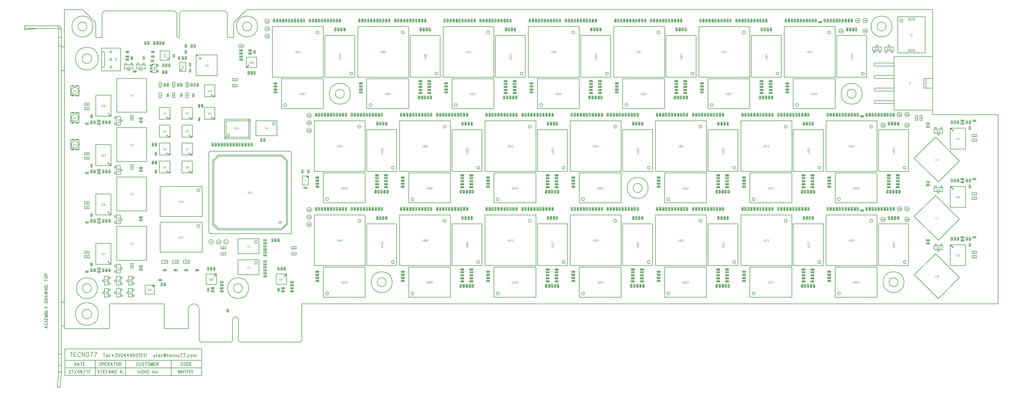
<source format=gbr>
%FSLAX35Y35*%
%MOIN*%
%SFA1.000B1.000*%

G04 Copyright (c) 2015-2018 in2H2 inc.
G04 System developed for in2H2 inc. by Intermotion Technology, Inc.
G04 
G04 Full system RTL, C sources and board design files available at https://github.com/nearist
G04 
G04 in2H2 inc. Team Members:
G04 - Chris McCormick - Algorithm Research and Design
G04 - Matt McCormick - Board Production, System Q/A
G04 
G04 Intermotion Technology Inc. Team Members:
G04 - Mick Fandrich - Project Lead
G04 - Dr. Ludovico Minati - Board Architecture and Design, FPGA Technology Advisor
G04 - Vardan Movsisyan - RTL Team Lead
G04 - Khachatur Gyozalyan - RTL Design
G04 - Tigran Papazyan - RTL Design
G04 - Taron Harutyunyan - RTL Design
G04 - Hayk Ghaltaghchyan - System Software
G04 
G04 Tecno77 S.r.l. Team Members:
G04 - Stefano Aldrigo, Board Layout Design
G04 
G04 We dedicate this project to the memory of Bruce McCormick, an AI pioneer
G04 and advocate, a good friend and father.
G04 
G04 These materials are provided free of charge: you can redistribute them and/or modify  
G04 them under the terms of the GNU General Public License as published by  
G04 the Free Software Foundation, version 3.
G04 
G04 These materials are distributed in the hope that they will be useful, but 
G04 WITHOUT ANY WARRANTY; without even the implied warranty of 
G04 MERCHANTABILITY or FITNESS FOR A PARTICULAR PURPOSE. See the GNU 
G04 General Public License for more details.
G04 In particular, this design should be treated as UNVERIFIED and UNCERTIFIED
G04 
G04 You should have received a copy of the GNU General Public License 
G04 along with this design. If not, see <http://www.gnu.org/licenses/>.

%FSLAX35Y35*%
%MOIN*%
%SFA1.000B1.000*%

%MIA0B0*%
%IPPOS*%
%ADD10C,0.00100*%
%ADD11C,0.00800*%
%ADD13C,0.00500*%
%ADD14C,0.00150*%
%ADD65C,0.00591*%
%ADD77C,0.00700*%
%ADD106C,0.00600*%
%ADD113C,0.00400*%
%LNassemblytop.gbr*%
%LPD*%
G54D10*X391240Y522228D02*G01X391184Y522206D01*X391128Y522160*X391100Y522115*Y522024*X391128Y521978*X391184Y521933*X391240Y521910*X391325Y521887*X391465*X391550Y521910*X391606Y521933*X391662Y521978*X391690Y522024*Y522115*X391662Y522160*X391606Y522206*X391550Y522228*X391212Y522433D02*G01X391184Y522478D01*X391100Y522547*X391690*X391100Y522887D02*G01X391128Y522819D01*X391212Y522774*X391353Y522751*X391437*X391578Y522774*X391662Y522819*X391690Y522887*Y522933*X391662Y523001*X391578Y523047*X391437Y523069*X391353*X391212Y523047*X391128Y523001*X391100Y522933*Y522887*Y523410D02*G01X391128Y523342D01*X391212Y523297*X391353Y523274*X391437*X391578Y523297*X391662Y523342*X391690Y523410*Y523456*X391662Y523524*X391578Y523569*X391437Y523592*X391353*X391212Y523569*X391128Y523524*X391100Y523456*Y523410*Y523978D02*G01X391690Y523797D01*X391100Y523978D02*G01X391690Y524160D01*X391493Y523865D02*G01Y524092D01*X391212Y524365D02*G01X391184Y524410D01*X391100Y524478*X391690*X379429Y522228D02*G01X379373Y522206D01*X379317Y522160*X379288Y522115*Y522024*X379317Y521978*X379373Y521933*X379429Y521910*X379513Y521887*X379654*X379738Y521910*X379795Y521933*X379851Y521978*X379879Y522024*Y522115*X379851Y522160*X379795Y522206*X379738Y522228*X379401Y522433D02*G01X379373Y522478D01*X379288Y522547*X379879*X379288Y522887D02*G01X379317Y522819D01*X379401Y522774*X379542Y522751*X379626*X379767Y522774*X379851Y522819*X379879Y522887*Y522933*X379851Y523001*X379767Y523047*X379626Y523069*X379542*X379401Y523047*X379317Y523001*X379288Y522933*Y522887*X379429Y523297D02*G01X379401D01*X379345Y523319*X379317Y523342*X379288Y523387*Y523478*X379317Y523524*X379345Y523547*X379401Y523569*X379457*X379513Y523547*X379598Y523501*X379879Y523274*Y523592*X379288Y523978D02*G01X379879Y523797D01*X379288Y523978D02*G01X379879Y524160D01*X379682Y523865D02*G01Y524092D01*X379401Y524365D02*G01X379373Y524410D01*X379288Y524478*X379879*X387303Y522228D02*G01X387247Y522206D01*X387191Y522160*X387163Y522115*Y522024*X387191Y521978*X387247Y521933*X387303Y521910*X387388Y521887*X387528*X387613Y521910*X387669Y521933*X387725Y521978*X387753Y522024*Y522115*X387725Y522160*X387669Y522206*X387613Y522228*X387275Y522433D02*G01X387247Y522478D01*X387163Y522547*X387753*X387163Y522887D02*G01X387191Y522819D01*X387275Y522774*X387416Y522751*X387500*X387641Y522774*X387725Y522819*X387753Y522887*Y522933*X387725Y523001*X387641Y523047*X387500Y523069*X387416*X387275Y523047*X387191Y523001*X387163Y522933*Y522887*Y523319D02*G01Y523569D01*X387388Y523433*Y523501*X387416Y523547*X387444Y523569*X387528Y523592*X387584*X387669Y523569*X387725Y523524*X387753Y523456*Y523387*X387725Y523319*X387697Y523297*X387641Y523274*X387163Y523978D02*G01X387753Y523797D01*X387163Y523978D02*G01X387753Y524160D01*X387556Y523865D02*G01Y524092D01*X387275Y524365D02*G01X387247Y524410D01*X387163Y524478*X387753*X430610Y522217D02*G01X430554Y522194D01*X430498Y522149*X430470Y522103*Y522012*X430498Y521967*X430554Y521922*X430610Y521899*X430695Y521876*X430835*X430920Y521899*X430976Y521922*X431032Y521967*X431060Y522012*Y522103*X431032Y522149*X430976Y522194*X430920Y522217*X430582Y522422D02*G01X430554Y522467D01*X430470Y522535*X431060*X430470Y522876D02*G01X430498Y522808D01*X430582Y522762*X430723Y522740*X430807*X430948Y522762*X431032Y522808*X431060Y522876*Y522922*X431032Y522990*X430948Y523035*X430807Y523058*X430723*X430582Y523035*X430498Y522990*X430470Y522922*Y522876*Y523490D02*G01X430863Y523262D01*Y523603*X430470Y523490D02*G01X431060D01*X430470Y523990D02*G01X431060Y523808D01*X430470Y523990D02*G01X431060Y524172D01*X430863Y523876D02*G01Y524103D01*X430582Y524376D02*G01X430554Y524422D01*X430470Y524490*X431060*X458169Y522217D02*G01X458113Y522194D01*X458057Y522149*X458029Y522103*Y522012*X458057Y521967*X458113Y521922*X458169Y521899*X458254Y521876*X458394*X458479Y521899*X458535Y521922*X458591Y521967*X458619Y522012*Y522103*X458591Y522149*X458535Y522194*X458479Y522217*X458141Y522422D02*G01X458113Y522467D01*X458029Y522535*X458619*X458029Y522876D02*G01X458057Y522808D01*X458141Y522762*X458282Y522740*X458366*X458507Y522762*X458591Y522808*X458619Y522876*Y522922*X458591Y522990*X458507Y523035*X458366Y523058*X458282*X458141Y523035*X458057Y522990*X458029Y522922*Y522876*Y523558D02*G01Y523331D01*X458282Y523308*X458254Y523331*X458226Y523399*Y523467*X458254Y523535*X458310Y523581*X458394Y523603*X458451Y523581*X458535Y523558*X458591Y523512*X458619Y523444*Y523376*X458591Y523308*X458563Y523285*X458507Y523262*X458029Y523990D02*G01X458619Y523808D01*X458029Y523990D02*G01X458619Y524172D01*X458422Y523876D02*G01Y524103D01*X458141Y524376D02*G01X458113Y524422D01*X458029Y524490*X458619*X426673Y522490D02*G01X426617Y522467D01*X426561Y522422*X426533Y522376*Y522285*X426561Y522240*X426617Y522194*X426673Y522172*X426758Y522149*X426898*X426983Y522172*X427039Y522194*X427095Y522240*X427123Y522285*Y522376*X427095Y522422*X427039Y522467*X426983Y522490*X426645Y522694D02*G01X426617Y522740D01*X426533Y522808*X427123*X426533Y523149D02*G01X426561Y523081D01*X426645Y523035*X426786Y523012*X426870*X427011Y523035*X427095Y523081*X427123Y523149*Y523194*X427095Y523262*X427011Y523308*X426870Y523331*X426786*X426645Y523308*X426561Y523262*X426533Y523194*Y523149*Y523717D02*G01X427123Y523535D01*X426533Y523717D02*G01X427123Y523899D01*X426926Y523603D02*G01Y523831D01*X426645Y524103D02*G01X426617Y524149D01*X426533Y524217*X427123*X375492Y522433D02*G01X375436Y522410D01*X375380Y522365*X375351Y522319*Y522228*X375380Y522183*X375436Y522137*X375492Y522115*X375576Y522092*X375717*X375801Y522115*X375858Y522137*X375914Y522183*X375942Y522228*Y522319*X375914Y522365*X375858Y522410*X375801Y522433*X375464Y522637D02*G01X375436Y522683D01*X375351Y522751*X375942*X375464Y522956D02*G01X375436Y523001D01*X375351Y523069*X375942*X375464Y523274D02*G01X375436Y523319D01*X375351Y523387*X375942*X375351Y523774D02*G01X375942Y523592D01*X375351Y523774D02*G01X375942Y523956D01*X375745Y523660D02*G01Y523887D01*X375464Y524160D02*G01X375436Y524206D01*X375351Y524274*X375942*X462106Y522342D02*G01X462050Y522319D01*X461994Y522274*X461966Y522228*Y522137*X461994Y522092*X462050Y522047*X462106Y522024*X462191Y522001*X462331*X462416Y522024*X462472Y522047*X462528Y522092*X462556Y522137*Y522228*X462528Y522274*X462472Y522319*X462416Y522342*X462078Y522547D02*G01X462050Y522592D01*X461966Y522660*X462556*X462078Y522865D02*G01X462050Y522910D01*X461966Y522978*X462556*X462050Y523456D02*G01X461994Y523433D01*X461966Y523365*Y523319*X461994Y523251*X462078Y523206*X462219Y523183*X462359*X462472Y523206*X462528Y523251*X462556Y523319*Y523342*X462528Y523410*X462472Y523456*X462388Y523478*X462359*X462275Y523456*X462219Y523410*X462191Y523342*Y523319*X462219Y523251*X462275Y523206*X462359Y523183*X461966Y523865D02*G01X462556Y523683D01*X461966Y523865D02*G01X462556Y524047D01*X462359Y523751D02*G01Y523978D01*X462078Y524251D02*G01X462050Y524297D01*X461966Y524365*X462556*X399114Y522592D02*G01X399058Y522569D01*X399002Y522524*X398974Y522478*Y522387*X399002Y522342*X399058Y522297*X399114Y522274*X399199Y522251*X399339*X399424Y522274*X399480Y522297*X399536Y522342*X399564Y522387*Y522478*X399536Y522524*X399480Y522569*X399424Y522592*X399086Y522797D02*G01X399058Y522842D01*X398974Y522910*X399564*X399086Y523115D02*G01X399058Y523160D01*X398974Y523228*X399564*X398974Y523615D02*G01X399564Y523433D01*X398974Y523615D02*G01X399564Y523797D01*X399367Y523501D02*G01Y523728D01*X399086Y524001D02*G01X399058Y524047D01*X398974Y524115*X399564*X454232Y522217D02*G01X454176Y522194D01*X454120Y522149*X454092Y522103*Y522012*X454120Y521967*X454176Y521922*X454232Y521899*X454317Y521876*X454457*X454542Y521899*X454598Y521922*X454654Y521967*X454682Y522012*Y522103*X454654Y522149*X454598Y522194*X454542Y522217*X454204Y522422D02*G01X454176Y522467D01*X454092Y522535*X454682*X454232Y522762D02*G01X454204D01*X454148Y522785*X454120Y522808*X454092Y522853*Y522944*X454120Y522990*X454148Y523012*X454204Y523035*X454260*X454317Y523012*X454401Y522967*X454682Y522740*Y523058*X454092Y523490D02*G01X454485Y523262D01*Y523603*X454092Y523490D02*G01X454682D01*X454092Y523990D02*G01X454682Y523808D01*X454092Y523990D02*G01X454682Y524172D01*X454485Y523876D02*G01Y524103D01*X454204Y524376D02*G01X454176Y524422D01*X454092Y524490*X454682*X406988Y522490D02*G01X406932Y522467D01*X406876Y522422*X406848Y522376*Y522285*X406876Y522240*X406932Y522194*X406988Y522172*X407073Y522149*X407213*X407298Y522172*X407354Y522194*X407410Y522240*X407438Y522285*Y522376*X407410Y522422*X407354Y522467*X407298Y522490*X406960Y522694D02*G01X406932Y522740D01*X406848Y522808*X407438*X406988Y523035D02*G01X406960D01*X406904Y523058*X406876Y523081*X406848Y523126*Y523217*X406876Y523262*X406904Y523285*X406960Y523308*X407016*X407073Y523285*X407157Y523240*X407438Y523012*Y523331*X406848Y523717D02*G01X407438Y523535D01*X406848Y523717D02*G01X407438Y523899D01*X407241Y523603D02*G01Y523831D01*X406960Y524103D02*G01X406932Y524149D01*X406848Y524217*X407438*X438484Y522490D02*G01X438428Y522467D01*X438372Y522422*X438344Y522376*Y522285*X438372Y522240*X438428Y522194*X438484Y522172*X438569Y522149*X438709*X438794Y522172*X438850Y522194*X438906Y522240*X438934Y522285*Y522376*X438906Y522422*X438850Y522467*X438794Y522490*X438456Y522694D02*G01X438428Y522740D01*X438344Y522808*X438934*X438344Y523058D02*G01Y523308D01*X438569Y523172*Y523240*X438597Y523285*X438625Y523308*X438709Y523331*X438765*X438850Y523308*X438906Y523262*X438934Y523194*Y523126*X438906Y523058*X438878Y523035*X438822Y523012*X438344Y523717D02*G01X438934Y523535D01*X438344Y523717D02*G01X438934Y523899D01*X438737Y523603D02*G01Y523831D01*X438456Y524103D02*G01X438428Y524149D01*X438344Y524217*X438934*X446358Y522478D02*G01X446302Y522456D01*X446246Y522410*X446218Y522365*Y522274*X446246Y522228*X446302Y522183*X446358Y522160*X446443Y522137*X446583*X446668Y522160*X446724Y522183*X446780Y522228*X446808Y522274*Y522365*X446780Y522410*X446724Y522456*X446668Y522478*X446330Y522683D02*G01X446302Y522728D01*X446218Y522797*X446808*X446218Y523228D02*G01X446611Y523001D01*Y523342*X446218Y523228D02*G01X446808D01*X446218Y523728D02*G01X446808Y523547D01*X446218Y523728D02*G01X446808Y523910D01*X446611Y523615D02*G01Y523842D01*X446330Y524115D02*G01X446302Y524160D01*X446218Y524228*X446808*X395177Y522478D02*G01X395121Y522456D01*X395065Y522410*X395037Y522365*Y522274*X395065Y522228*X395121Y522183*X395177Y522160*X395262Y522137*X395402*X395487Y522160*X395543Y522183*X395599Y522228*X395627Y522274*Y522365*X395599Y522410*X395543Y522456*X395487Y522478*X395037Y522910D02*G01X395430Y522683D01*Y523024*X395037Y522910D02*G01X395627D01*X395149Y523228D02*G01X395121Y523274D01*X395037Y523342*X395627*X395037Y523728D02*G01X395627Y523547D01*X395037Y523728D02*G01X395627Y523910D01*X395430Y523615D02*G01Y523842D01*X395149Y524115D02*G01X395121Y524160D01*X395037Y524228*X395627*X403051Y522376D02*G01X402995Y522353D01*X402939Y522308*X402911Y522262*Y522172*X402939Y522126*X402995Y522081*X403051Y522058*X403136Y522035*X403276*X403361Y522058*X403417Y522081*X403473Y522126*X403501Y522172*Y522262*X403473Y522308*X403417Y522353*X403361Y522376*X402911Y522808D02*G01X403304Y522581D01*Y522922*X402911Y522808D02*G01X403501D01*X403051Y523149D02*G01X403023D01*X402967Y523172*X402939Y523194*X402911Y523240*Y523331*X402939Y523376*X402967Y523399*X403023Y523422*X403079*X403136Y523399*X403220Y523353*X403501Y523126*Y523444*X402911Y523831D02*G01X403501Y523649D01*X402911Y523831D02*G01X403501Y524012D01*X403304Y523717D02*G01Y523944D01*X403023Y524217D02*G01X402995Y524262D01*X402911Y524331*X403501*X410925Y522376D02*G01X410869Y522353D01*X410813Y522308*X410785Y522262*Y522172*X410813Y522126*X410869Y522081*X410925Y522058*X411010Y522035*X411150*X411235Y522058*X411291Y522081*X411347Y522126*X411375Y522172*Y522262*X411347Y522308*X411291Y522353*X411235Y522376*X410785Y522808D02*G01X411178Y522581D01*Y522922*X410785Y522808D02*G01X411375D01*X410785Y523172D02*G01Y523422D01*X411010Y523285*Y523353*X411038Y523399*X411066Y523422*X411150Y523444*X411206*X411291Y523422*X411347Y523376*X411375Y523308*Y523240*X411347Y523172*X411319Y523149*X411263Y523126*X410785Y523831D02*G01X411375Y523649D01*X410785Y523831D02*G01X411375Y524012D01*X411178Y523717D02*G01Y523944D01*X410897Y524217D02*G01X410869Y524262D01*X410785Y524331*X411375*X442421Y522365D02*G01X442365Y522342D01*X442309Y522297*X442281Y522251*Y522160*X442309Y522115*X442365Y522069*X442421Y522047*X442506Y522024*X442646*X442731Y522047*X442787Y522069*X442843Y522115*X442871Y522160*Y522251*X442843Y522297*X442787Y522342*X442731Y522365*X442281Y522797D02*G01X442674Y522569D01*Y522910*X442281Y522797D02*G01X442871D01*X442281Y523342D02*G01X442674Y523115D01*Y523456*X442281Y523342D02*G01X442871D01*X442281Y523842D02*G01X442871Y523660D01*X442281Y523842D02*G01X442871Y524024D01*X442674Y523728D02*G01Y523956D01*X442393Y524228D02*G01X442365Y524274D01*X442281Y524342*X442871*X450295Y522365D02*G01X450239Y522342D01*X450183Y522297*X450155Y522251*Y522160*X450183Y522115*X450239Y522069*X450295Y522047*X450380Y522024*X450520*X450605Y522047*X450661Y522069*X450717Y522115*X450745Y522160*Y522251*X450717Y522297*X450661Y522342*X450605Y522365*X450155Y522797D02*G01X450548Y522569D01*Y522910*X450155Y522797D02*G01X450745D01*X450155Y523410D02*G01Y523183D01*X450408Y523160*X450380Y523183*X450352Y523251*Y523319*X450380Y523387*X450436Y523433*X450520Y523456*X450577Y523433*X450661Y523410*X450717Y523365*X450745Y523297*Y523228*X450717Y523160*X450689Y523137*X450633Y523115*X450155Y523842D02*G01X450745Y523660D01*X450155Y523842D02*G01X450745Y524024D01*X450548Y523728D02*G01Y523956D01*X450267Y524228D02*G01X450239Y524274D01*X450155Y524342*X450745*X460138Y510576D02*G01X460082Y510554D01*X460025Y510508*X459997Y510463*Y510372*X460025Y510326*X460082Y510281*X460138Y510258*X460222Y510236*X460363*X460447Y510258*X460503Y510281*X460560Y510326*X460588Y510372*Y510463*X460560Y510508*X460503Y510554*X460447Y510576*X459997Y511008D02*G01X460391Y510781D01*Y511122*X459997Y511008D02*G01X460588D01*X460082Y511599D02*G01X460025Y511576D01*X459997Y511508*Y511463*X460025Y511395*X460110Y511349*X460250Y511326*X460391*X460503Y511349*X460560Y511395*X460588Y511463*Y511486*X460560Y511554*X460503Y511599*X460419Y511622*X460391*X460307Y511599*X460250Y511554*X460222Y511486*Y511463*X460250Y511395*X460307Y511349*X460391Y511326*X459997Y512008D02*G01X460588Y511826D01*X459997Y512008D02*G01X460588Y512190D01*X460391Y511895D02*G01Y512122D01*X460110Y512395D02*G01X460082Y512440D01*X459997Y512508*X460588*X464075Y510565D02*G01X464019Y510542D01*X463962Y510497*X463934Y510451*Y510361*X463962Y510315*X464019Y510270*X464075Y510247*X464159Y510224*X464300*X464384Y510247*X464440Y510270*X464497Y510315*X464525Y510361*Y510451*X464497Y510497*X464440Y510542*X464384Y510565*X463934Y510997D02*G01X464328Y510770D01*Y511111*X463934Y510997D02*G01X464525D01*X463934Y511633D02*G01X464525Y511406D01*X463934Y511315D02*G01Y511633D01*Y512020D02*G01X464525Y511838D01*X463934Y512020D02*G01X464525Y512201D01*X464328Y511906D02*G01Y512133D01*X464047Y512406D02*G01X464019Y512451D01*X463934Y512520*X464525*X376707Y432776D02*G01X376684Y432832D01*X376639Y432888*X376593Y432916*X376502*X376457Y432888*X376411Y432832*X376389Y432776*X376366Y432691*Y432551*X376389Y432466*X376411Y432410*X376457Y432354*X376502Y432326*X376593*X376639Y432354*X376684Y432410*X376707Y432466*X377139Y432916D02*G01X376911Y432522D01*X377252*X377139Y432916D02*G01Y432326D01*X377570Y432916D02*G01X377502Y432888D01*X377480Y432832*Y432776*X377502Y432719*X377548Y432691*X377639Y432663*X377707Y432635*X377752Y432579*X377775Y432522*Y432438*X377752Y432382*X377730Y432354*X377661Y432326*X377570*X377502Y432354*X377480Y432382*X377457Y432438*Y432522*X377480Y432579*X377525Y432635*X377593Y432663*X377684Y432691*X377730Y432719*X377752Y432776*Y432832*X377730Y432888*X377661Y432916*X377570*X378161D02*G01X377980Y432326D01*X378161Y432916D02*G01X378343Y432326D01*X378048Y432522D02*G01X378275D01*X378548Y432804D02*G01X378593Y432832D01*X378661Y432916*Y432326*X376718Y436713D02*G01X376695Y436769D01*X376650Y436825*X376605Y436853*X376514*X376468Y436825*X376423Y436769*X376400Y436713*X376377Y436628*Y436488*X376400Y436403*X376423Y436347*X376468Y436291*X376514Y436263*X376605*X376650Y436291*X376695Y436347*X376718Y436403*X377150Y436853D02*G01X376923Y436459D01*X377264*X377150Y436853D02*G01Y436263D01*X377764Y436656D02*G01X377741Y436572D01*X377695Y436516*X377627Y436488*X377605*X377536Y436516*X377491Y436572*X377468Y436656*Y436684*X377491Y436769*X377536Y436825*X377605Y436853*X377627*X377695Y436825*X377741Y436769*X377764Y436656*Y436516*X377741Y436375*X377695Y436291*X377627Y436263*X377582*X377514Y436291*X377491Y436347*X378150Y436853D02*G01X377968Y436263D01*X378150Y436853D02*G01X378332Y436263D01*X378036Y436459D02*G01X378264D01*X378536Y436741D02*G01X378582Y436769D01*X378650Y436853*Y436263*X456201Y510588D02*G01X456145Y510565D01*X456088Y510520*X456060Y510474*Y510383*X456088Y510338*X456145Y510292*X456201Y510270*X456285Y510247*X456426*X456510Y510270*X456566Y510292*X456623Y510338*X456651Y510383*Y510474*X456623Y510520*X456566Y510565*X456510Y510588*X456145Y511065D02*G01X456088Y511042D01*X456060Y510974*Y510929*X456088Y510861*X456173Y510815*X456313Y510792*X456454*X456566Y510815*X456623Y510861*X456651Y510929*Y510951*X456623Y511020*X456566Y511065*X456482Y511088*X456454*X456370Y511065*X456313Y511020*X456285Y510951*Y510929*X456313Y510861*X456370Y510815*X456454Y510792*X456060Y511611D02*G01X456651Y511383D01*X456060Y511292D02*G01Y511611D01*Y511997D02*G01X456651Y511815D01*X456060Y511997D02*G01X456651Y512179D01*X456454Y511883D02*G01Y512111D01*X456173Y512383D02*G01X456145Y512429D01*X456060Y512497*X456651*X376741Y440650D02*G01X376718Y440706D01*X376673Y440762*X376627Y440790*X376536*X376491Y440762*X376445Y440706*X376423Y440650*X376400Y440565*Y440425*X376423Y440340*X376445Y440284*X376491Y440228*X376536Y440200*X376627*X376673Y440228*X376718Y440284*X376741Y440340*X377218Y440706D02*G01X377195Y440762D01*X377127Y440790*X377082*X377014Y440762*X376968Y440678*X376945Y440537*Y440396*X376968Y440284*X377014Y440228*X377082Y440200*X377105*X377173Y440228*X377218Y440284*X377241Y440368*Y440396*X377218Y440481*X377173Y440537*X377105Y440565*X377082*X377014Y440537*X376968Y440481*X376945Y440396*X377741Y440593D02*G01X377718Y440509D01*X377673Y440453*X377605Y440425*X377582*X377514Y440453*X377468Y440509*X377445Y440593*Y440621*X377468Y440706*X377514Y440762*X377582Y440790*X377605*X377673Y440762*X377718Y440706*X377741Y440593*Y440453*X377718Y440312*X377673Y440228*X377605Y440200*X377559*X377491Y440228*X377468Y440284*X378127Y440790D02*G01X377945Y440200D01*X378127Y440790D02*G01X378309Y440200D01*X378014Y440396D02*G01X378241D01*X378514Y440678D02*G01X378559Y440706D01*X378627Y440790*Y440200*X376718Y428839D02*G01X376695Y428895D01*X376650Y428951*X376605Y428979*X376514*X376468Y428951*X376423Y428895*X376400Y428839*X376377Y428754*Y428614*X376400Y428529*X376423Y428473*X376468Y428417*X376514Y428389*X376605*X376650Y428417*X376695Y428473*X376718Y428529*X377241Y428979D02*G01X377014Y428389D01*X376923Y428979D02*G01X377241D01*X377582D02*G01X377514Y428951D01*X377468Y428867*X377445Y428726*Y428642*X377468Y428501*X377514Y428417*X377582Y428389*X377627*X377695Y428417*X377741Y428501*X377764Y428642*Y428726*X377741Y428867*X377695Y428951*X377627Y428979*X377582*X378150D02*G01X377968Y428389D01*X378150Y428979D02*G01X378332Y428389D01*X378036Y428585D02*G01X378264D01*X378536Y428867D02*G01X378582Y428895D01*X378650Y428979*Y428389*X468012Y510576D02*G01X467956Y510554D01*X467899Y510508*X467871Y510463*Y510372*X467899Y510326*X467956Y510281*X468012Y510258*X468096Y510236*X468237*X468321Y510258*X468377Y510281*X468434Y510326*X468462Y510372*Y510463*X468434Y510508*X468377Y510554*X468321Y510576*X467871Y511099D02*G01X468462Y510872D01*X467871Y510781D02*G01Y511099D01*Y511349D02*G01Y511599D01*X468096Y511463*Y511531*X468124Y511576*X468152Y511599*X468237Y511622*X468293*X468377Y511599*X468434Y511554*X468462Y511486*Y511417*X468434Y511349*X468406Y511326*X468349Y511304*X467871Y512008D02*G01X468462Y511826D01*X467871Y512008D02*G01X468462Y512190D01*X468265Y511895D02*G01Y512122D01*X467984Y512395D02*G01X467956Y512440D01*X467871Y512508*X468462*X434547Y522387D02*G01X434491Y522365D01*X434435Y522319*X434407Y522274*Y522183*X434435Y522137*X434491Y522092*X434547Y522069*X434632Y522047*X434772*X434857Y522069*X434913Y522092*X434969Y522137*X434997Y522183*Y522274*X434969Y522319*X434913Y522365*X434857Y522387*X434603Y522887D02*G01X434688Y522865D01*X434744Y522819*X434772Y522751*Y522728*X434744Y522660*X434688Y522615*X434603Y522592*X434575*X434491Y522615*X434435Y522660*X434407Y522728*Y522751*X434435Y522819*X434491Y522865*X434603Y522887*X434744*X434885Y522865*X434969Y522819*X434997Y522751*Y522706*X434969Y522637*X434913Y522615*X434407Y523319D02*G01X434800Y523092D01*Y523433*X434407Y523319D02*G01X434997D01*X434407Y523819D02*G01X434997Y523637D01*X434407Y523819D02*G01X434997Y524001D01*X434800Y523706D02*G01Y523933D01*X434519Y524206D02*G01X434491Y524251D01*X434407Y524319*X434997*X383366Y522399D02*G01X383310Y522376D01*X383254Y522331*X383226Y522285*Y522194*X383254Y522149*X383310Y522103*X383366Y522081*X383451Y522058*X383591*X383676Y522081*X383732Y522103*X383788Y522149*X383816Y522194*Y522285*X383788Y522331*X383732Y522376*X383676Y522399*X383422Y522899D02*G01X383507Y522876D01*X383563Y522831*X383591Y522762*Y522740*X383563Y522672*X383507Y522626*X383422Y522603*X383394*X383310Y522626*X383254Y522672*X383226Y522740*Y522762*X383254Y522831*X383310Y522876*X383422Y522899*X383563*X383704Y522876*X383788Y522831*X383816Y522762*Y522717*X383788Y522649*X383732Y522626*X383226Y523217D02*G01X383254Y523149D01*X383310Y523126*X383366*X383422Y523149*X383451Y523194*X383479Y523285*X383507Y523353*X383563Y523399*X383619Y523422*X383704*X383760Y523399*X383788Y523376*X383816Y523308*Y523217*X383788Y523149*X383760Y523126*X383704Y523103*X383619*X383563Y523126*X383507Y523172*X383479Y523240*X383451Y523331*X383422Y523376*X383366Y523399*X383310*X383254Y523376*X383226Y523308*Y523217*Y523808D02*G01X383816Y523626D01*X383226Y523808D02*G01X383816Y523990D01*X383619Y523694D02*G01Y523922D01*X383338Y524194D02*G01X383310Y524240D01*X383226Y524308*X383816*X422596Y522160D02*G01X423186D01*X422596D02*G01Y522365D01*X422624Y522433*X422652Y522456*X422708Y522478*X422764*X422821Y522456*X422849Y522433*X422877Y522365*Y522160*Y522319D02*G01X423186Y522478D01*X422708Y522683D02*G01X422680Y522728D01*X422596Y522797*X423186*X422736Y523024D02*G01X422708D01*X422652Y523047*X422624Y523069*X422596Y523115*Y523206*X422624Y523251*X422652Y523274*X422708Y523297*X422764*X422821Y523274*X422905Y523228*X423186Y523001*Y523319*X422596Y523706D02*G01X423186Y523524D01*X422596Y523706D02*G01X423186Y523887D01*X422989Y523592D02*G01Y523819D01*X422708Y524092D02*G01X422680Y524137D01*X422596Y524206*X423186*X414722Y522149D02*G01X415312D01*X414722D02*G01Y522353D01*X414750Y522422*X414778Y522444*X414834Y522467*X414890*X414947Y522444*X414975Y522422*X415003Y522353*Y522149*Y522308D02*G01X415312Y522467D01*X414834Y522672D02*G01X414806Y522717D01*X414722Y522785*X415312*X414722Y523217D02*G01X415115Y522990D01*Y523331*X414722Y523217D02*G01X415312D01*X414722Y523717D02*G01X415312Y523535D01*X414722Y523717D02*G01X415312Y523899D01*X415115Y523603D02*G01Y523831D01*X414834Y524103D02*G01X414806Y524149D01*X414722Y524217*X415312*X446358Y398110D02*G01X446302Y398088D01*X446246Y398042*X446218Y397997*Y397906*X446246Y397860*X446302Y397815*X446358Y397792*X446443Y397769*X446583*X446668Y397792*X446724Y397815*X446780Y397860*X446808Y397906*Y397997*X446780Y398042*X446724Y398088*X446668Y398110*X446330Y398315D02*G01X446302Y398360D01*X446218Y398429*X446808*X446218Y398769D02*G01X446246Y398701D01*X446330Y398656*X446471Y398633*X446555*X446696Y398656*X446780Y398701*X446808Y398769*Y398815*X446780Y398883*X446696Y398929*X446555Y398951*X446471*X446330Y398929*X446246Y398883*X446218Y398815*Y398769*Y399292D02*G01X446246Y399224D01*X446330Y399179*X446471Y399156*X446555*X446696Y399179*X446780Y399224*X446808Y399292*Y399338*X446780Y399406*X446696Y399451*X446555Y399474*X446471*X446330Y399451*X446246Y399406*X446218Y399338*Y399292*Y399860D02*G01X446808Y399679D01*X446218Y399860D02*G01X446808Y400042D01*X446611Y399747D02*G01Y399974D01*X446358Y400269D02*G01X446330D01*X446274Y400292*X446246Y400315*X446218Y400360*Y400451*X446246Y400497*X446274Y400519*X446330Y400542*X446386*X446443Y400519*X446527Y400474*X446808Y400247*Y400565*X434547Y398110D02*G01X434491Y398088D01*X434435Y398042*X434407Y397997*Y397906*X434435Y397860*X434491Y397815*X434547Y397792*X434632Y397769*X434772*X434857Y397792*X434913Y397815*X434969Y397860*X434997Y397906*Y397997*X434969Y398042*X434913Y398088*X434857Y398110*X434519Y398315D02*G01X434491Y398360D01*X434407Y398429*X434997*X434407Y398769D02*G01X434435Y398701D01*X434519Y398656*X434660Y398633*X434744*X434885Y398656*X434969Y398701*X434997Y398769*Y398815*X434969Y398883*X434885Y398929*X434744Y398951*X434660*X434519Y398929*X434435Y398883*X434407Y398815*Y398769*X434547Y399179D02*G01X434519D01*X434463Y399201*X434435Y399224*X434407Y399269*Y399360*X434435Y399406*X434463Y399429*X434519Y399451*X434575*X434632Y399429*X434716Y399383*X434997Y399156*Y399474*X434407Y399860D02*G01X434997Y399679D01*X434407Y399860D02*G01X434997Y400042D01*X434800Y399747D02*G01Y399974D01*X434547Y400269D02*G01X434519D01*X434463Y400292*X434435Y400315*X434407Y400360*Y400451*X434435Y400497*X434463Y400519*X434519Y400542*X434575*X434632Y400519*X434716Y400474*X434997Y400247*Y400565*X442421Y398110D02*G01X442365Y398088D01*X442309Y398042*X442281Y397997*Y397906*X442309Y397860*X442365Y397815*X442421Y397792*X442506Y397769*X442646*X442731Y397792*X442787Y397815*X442843Y397860*X442871Y397906*Y397997*X442843Y398042*X442787Y398088*X442731Y398110*X442393Y398315D02*G01X442365Y398360D01*X442281Y398429*X442871*X442281Y398769D02*G01X442309Y398701D01*X442393Y398656*X442534Y398633*X442618*X442759Y398656*X442843Y398701*X442871Y398769*Y398815*X442843Y398883*X442759Y398929*X442618Y398951*X442534*X442393Y398929*X442309Y398883*X442281Y398815*Y398769*Y399201D02*G01Y399451D01*X442506Y399315*Y399383*X442534Y399429*X442562Y399451*X442646Y399474*X442702*Y399474D02*G01X442787Y399451D01*X442843Y399406*X442871Y399338*Y399269*X442843Y399201*X442815Y399179*X442759Y399156*X442281Y399860D02*G01X442871Y399679D01*X442281Y399860D02*G01X442871Y400042D01*X442674Y399747D02*G01Y399974D01*X442421Y400269D02*G01X442393D01*X442337Y400292*X442309Y400315*X442281Y400360*Y400451*X442309Y400497*X442337Y400519*X442393Y400542*X442449*X442506Y400519*X442590Y400474*X442871Y400247*Y400565*X485728Y398099D02*G01X485672Y398076D01*X485616Y398031*X485588Y397985*Y397894*X485616Y397849*X485672Y397804*X485728Y397781*X485813Y397758*X485953*X486038Y397781*X486094Y397804*X486150Y397849*X486178Y397894*Y397985*X486150Y398031*X486094Y398076*X486038Y398099*X485700Y398304D02*G01X485672Y398349D01*X485588Y398417*X486178*X485588Y398758D02*G01X485616Y398690D01*X485700Y398644*X485841Y398622*X485925*X486066Y398644*X486150Y398690*X486178Y398758*Y398804*X486150Y398872*X486066Y398917*X485925Y398940*X485841*X485700Y398917*X485616Y398872*X485588Y398804*Y398758*Y399372D02*G01X485981Y399144D01*Y399485*X485588Y399372D02*G01X486178D01*X485588Y399872D02*G01X486178Y399690D01*X485588Y399872D02*G01X486178Y400054D01*X485981Y399758D02*G01Y399985D01*X485728Y400281D02*G01X485700D01*X485644Y400304*X485616Y400326*X485588Y400372*Y400463*X485616Y400508*X485644Y400531*X485700Y400554*X485756*X485813Y400531*X485897Y400485*X486178Y400258*Y400576*X513287Y398099D02*G01X513231Y398076D01*X513175Y398031*X513147Y397985*Y397894*X513175Y397849*X513231Y397804*X513287Y397781*X513372Y397758*X513512*X513597Y397781*X513653Y397804*X513709Y397849*X513737Y397894*Y397985*X513709Y398031*X513653Y398076*X513597Y398099*X513259Y398304D02*G01X513231Y398349D01*X513147Y398417*X513737*X513147Y398758D02*G01X513175Y398690D01*X513259Y398644*X513400Y398622*X513484*X513625Y398644*X513709Y398690*X513737Y398758*Y398804*X513709Y398872*X513625Y398917*X513484Y398940*X513400*X513259Y398917*X513175Y398872*X513147Y398804*Y398758*Y399440D02*G01Y399213D01*X513400Y399190*X513372Y399213*X513344Y399281*Y399349*X513372Y399417*X513428Y399463*X513512Y399485*X513569Y399463*X513653Y399440*X513709Y399394*X513737Y399326*Y399258*X513709Y399190*X513681Y399167*X513625Y399144*X513147Y399872D02*G01X513737Y399690D01*X513147Y399872D02*G01X513737Y400054D01*X513541Y399758D02*G01Y399985D01*X513287Y400281D02*G01X513259D01*X513203Y400304*X513175Y400326*X513147Y400372*Y400463*X513175Y400508*X513203Y400531*X513259Y400554*X513316*X513372Y400531*X513456Y400485*X513737Y400258*Y400576*X481791Y398372D02*G01X481735Y398349D01*X481679Y398304*X481651Y398258*Y398167*X481679Y398122*X481735Y398076*X481791Y398054*X481876Y398031*X482016*X482101Y398054*X482157Y398076*X482213Y398122*X482241Y398167*Y398258*X482213Y398304*X482157Y398349*X482101Y398372*X481763Y398576D02*G01X481735Y398622D01*X481651Y398690*X482241*X481651Y399031D02*G01X481679Y398963D01*X481763Y398917*X481904Y398894*X481988*X482129Y398917*X482213Y398963*X482241Y399031*Y399076*X482213Y399144*X482129Y399190*X481988Y399213*X481904*X481763Y399190*X481679Y399144*X481651Y399076*Y399031*Y399599D02*G01X482241Y399417D01*X481651Y399599D02*G01X482241Y399781D01*X482044Y399485D02*G01Y399713D01*X481791Y400008D02*G01X481763D01*X481707Y400031*X481679Y400054*X481651Y400099*Y400190*X481679Y400235*X481707Y400258*X481763Y400281*X481819*X481876Y400258*X481960Y400213*X482241Y399985*Y400304*X430610Y398315D02*G01X430554Y398292D01*X430498Y398247*X430470Y398201*Y398110*X430498Y398065*X430554Y398019*X430610Y397997*X430695Y397974*X430835*X430920Y397997*X430976Y398019*X431032Y398065*X431060Y398110*Y398201*X431032Y398247*X430976Y398292*X430920Y398315*X430582Y398519D02*G01X430554Y398565D01*X430470Y398633*X431060*X430582Y398838D02*G01X430554Y398883D01*X430470Y398951*X431060*X430582Y399156D02*G01X430554Y399201D01*X430470Y399269*X431060*X430470Y399656D02*G01X431060Y399474D01*X430470Y399656D02*G01X431060Y399838D01*X430863Y399542D02*G01Y399769D01*X430610Y400065D02*G01X430582D01*X430526Y400088*X430498Y400110*X430470Y400156*Y400247*X430498Y400292*X430526Y400315*X430582Y400338*X430638*X430695Y400315*X430779Y400269*X431060Y400042*Y400360*X517224Y398224D02*G01X517168Y398201D01*X517112Y398156*X517084Y398110*Y398019*X517112Y397974*X517168Y397929*X517224Y397906*X517309Y397883*X517449*X517534Y397906*X517590Y397929*X517646Y397974*X517674Y398019*Y398110*X517646Y398156*X517590Y398201*X517534Y398224*X517196Y398429D02*G01X517168Y398474D01*X517084Y398542*X517674*X517196Y398747D02*G01X517168Y398792D01*X517084Y398860*X517674*X517168Y399338D02*G01X517112Y399315D01*X517084Y399247*Y399201*X517112Y399133*X517196Y399088*X517337Y399065*X517478*X517590Y399088*X517646Y399133*X517674Y399201*Y399224*X517646Y399292*X517590Y399338*X517506Y399360*X517478*X517393Y399338*X517337Y399292*X517309Y399224*Y399201*X517337Y399133*X517393Y399088*X517478Y399065*X517084Y399747D02*G01X517674Y399565D01*X517084Y399747D02*G01X517674Y399929D01*X517478Y399633D02*G01Y399860D01*X517224Y400156D02*G01X517196D01*X517140Y400179*X517112Y400201*X517084Y400247*Y400338*X517112Y400383*X517140Y400406*X517196Y400429*X517253*X517309Y400406*X517393Y400360*X517674Y400133*Y400451*X454232Y398474D02*G01X454176Y398451D01*X454120Y398406*X454092Y398360*Y398269*X454120Y398224*X454176Y398179*X454232Y398156*X454317Y398133*X454457*X454542Y398156*X454598Y398179*X454654Y398224*X454682Y398269*Y398360*X454654Y398406*X454598Y398451*X454542Y398474*X454204Y398679D02*G01X454176Y398724D01*X454092Y398792*X454682*X454204Y398997D02*G01X454176Y399042D01*X454092Y399110*X454682*X454092Y399497D02*G01X454682Y399315D01*X454092Y399497D02*G01X454682Y399679D01*X454485Y399383D02*G01Y399610D01*X454232Y399906D02*G01X454204D01*X454148Y399929*X454120Y399951*X454092Y399997*Y400088*X454120Y400133*X454148Y400156*X454204Y400179*X454260*X454317Y400156*X454401Y400110*X454682Y399883*Y400201*X509350Y398099D02*G01X509294Y398076D01*X509238Y398031*X509210Y397985*Y397894*X509238Y397849*X509294Y397804*X509350Y397781*X509435Y397758*X509575*X509660Y397781*X509716Y397804*X509772Y397849*X509800Y397894*Y397985*X509772Y398031*X509716Y398076*X509660Y398099*X509322Y398304D02*G01X509294Y398349D01*X509210Y398417*X509800*X509350Y398644D02*G01X509322D01*X509266Y398667*X509238Y398690*X509210Y398735*Y398826*X509238Y398872*X509266Y398894*X509322Y398917*X509379*X509435Y398894*X509519Y398849*X509800Y398622*Y398940*X509210Y399372D02*G01X509604Y399144D01*Y399485*X509210Y399372D02*G01X509800D01*X509210Y399872D02*G01X509800Y399690D01*X509210Y399872D02*G01X509800Y400054D01*X509604Y399758D02*G01Y399985D01*X509350Y400281D02*G01X509322D01*X509266Y400304*X509238Y400326*X509210Y400372*Y400463*X509238Y400508*X509266Y400531*X509322Y400554*X509379*X509435Y400531*X509519Y400485*X509800Y400258*Y400576*X462106Y398372D02*G01X462050Y398349D01*X461994Y398304*X461966Y398258*Y398167*X461994Y398122*X462050Y398076*X462106Y398054*X462191Y398031*X462331*X462416Y398054*X462472Y398076*X462528Y398122*X462556Y398167*Y398258*X462528Y398304*X462472Y398349*X462416Y398372*X462078Y398576D02*G01X462050Y398622D01*X461966Y398690*X462556*X462106Y398917D02*G01X462078D01*X462022Y398940*X461994Y398963*X461966Y399008*Y399099*X461994Y399144*X462022Y399167*X462078Y399190*X462134*X462191Y399167*X462275Y399122*X462556Y398894*Y399213*X461966Y399599D02*G01X462556Y399417D01*X461966Y399599D02*G01X462556Y399781D01*X462359Y399485D02*G01Y399713D01*X462106Y400008D02*G01X462078D01*X462022Y400031*X461994Y400054*X461966Y400099*Y400190*X461994Y400235*X462022Y400258*X462078Y400281*X462134*X462191Y400258*X462275Y400213*X462556Y399985*Y400304*X493602Y398372D02*G01X493546Y398349D01*X493490Y398304*X493462Y398258*Y398167*X493490Y398122*X493546Y398076*X493602Y398054*X493687Y398031*X493827*X493912Y398054*X493968Y398076*X494024Y398122*X494052Y398167*Y398258*X494024Y398304*X493968Y398349*X493912Y398372*X493574Y398576D02*G01X493546Y398622D01*X493462Y398690*X494052*X493462Y398940D02*G01Y399190D01*X493687Y399054*Y399122*X493715Y399167*X493743Y399190*X493827Y399213*X493884*X493968Y399190*X494024Y399144*X494052Y399076*Y399008*X494024Y398940*X493996Y398917*X493940Y398894*X493462Y399599D02*G01X494052Y399417D01*X493462Y399599D02*G01X494052Y399781D01*X493855Y399485D02*G01Y399713D01*X493602Y400008D02*G01X493574D01*X493518Y400031*X493490Y400054*X493462Y400099*Y400190*X493490Y400235*X493518Y400258*X493574Y400281*X493630*X493687Y400258*X493771Y400213*X494052Y399985*Y400304*X501476Y398360D02*G01X501420Y398338D01*X501364Y398292*X501336Y398247*Y398156*X501364Y398110*X501420Y398065*X501476Y398042*X501561Y398019*X501701*X501786Y398042*X501842Y398065*X501898Y398110*X501926Y398156*Y398247*X501898Y398292*X501842Y398338*X501786Y398360*X501448Y398565D02*G01X501420Y398610D01*X501336Y398679*X501926*X501336Y399110D02*G01X501729Y398883D01*Y399224*X501336Y399110D02*G01X501926D01*X501336Y399610D02*G01X501926Y399429D01*X501336Y399610D02*G01X501926Y399792D01*X501729Y399497D02*G01Y399724D01*X501476Y400019D02*G01X501448D01*X501392Y400042*X501364Y400065*X501336Y400110*Y400201*X501364Y400247*X501392Y400269*X501448Y400292*X501504*X501561Y400269*X501645Y400224*X501926Y399997*Y400315*X450295Y398360D02*G01X450239Y398338D01*X450183Y398292*X450155Y398247*Y398156*X450183Y398110*X450239Y398065*X450295Y398042*X450380Y398019*X450520*X450605Y398042*X450661Y398065*X450717Y398110*X450745Y398156*Y398247*X450717Y398292*X450661Y398338*X450605Y398360*X450155Y398792D02*G01X450548Y398565D01*Y398906*X450155Y398792D02*G01X450745D01*X450267Y399110D02*G01X450239Y399156D01*X450155Y399224*X450745*X450155Y399610D02*G01X450745Y399429D01*X450155Y399610D02*G01X450745Y399792D01*X450548Y399497D02*G01Y399724D01*X450295Y400019D02*G01X450267D01*X450211Y400042*X450183Y400065*X450155Y400110*Y400201*X450183Y400247*X450211Y400269*X450267Y400292*X450323*X450380Y400269*X450464Y400224*X450745Y399997*Y400315*X458169Y398258D02*G01X458113Y398235D01*X458057Y398190*X458029Y398144*Y398054*X458057Y398008*X458113Y397963*X458169Y397940*X458254Y397917*X458394*X458479Y397940*X458535Y397963*X458591Y398008*X458619Y398054*Y398144*X458591Y398190*X458535Y398235*X458479Y398258*X458029Y398690D02*G01X458422Y398463D01*Y398804*X458029Y398690D02*G01X458619D01*X458169Y399031D02*G01X458141D01*X458085Y399054*X458057Y399076*X458029Y399122*Y399213*X458057Y399258*X458085Y399281*X458141Y399304*X458197*X458254Y399281*X458338Y399235*X458619Y399008*Y399326*X458029Y399713D02*G01X458619Y399531D01*X458029Y399713D02*G01X458619Y399894D01*X458422Y399599D02*G01Y399826D01*X458169Y400122D02*G01X458141D01*X458085Y400144*X458057Y400167*X458029Y400213*Y400304*X458057Y400349*X458085Y400372*X458141Y400394*X458197*X458254Y400372*X458338Y400326*X458619Y400099*Y400417*X466043Y398258D02*G01X465987Y398235D01*X465931Y398190*X465903Y398144*Y398054*X465931Y398008*X465987Y397963*X466043Y397940*X466128Y397917*X466268*X466353Y397940*X466409Y397963*X466465Y398008*X466493Y398054*Y398144*X466465Y398190*X466409Y398235*X466353Y398258*X465903Y398690D02*G01X466296Y398463D01*Y398804*X465903Y398690D02*G01X466493D01*X465903Y399054D02*G01Y399304D01*X466128Y399167*Y399235*X466156Y399281*X466184Y399304*X466268Y399326*X466325*X466409Y399304*X466465Y399258*X466493Y399190*Y399122*X466465Y399054*X466437Y399031*X466381Y399008*X465903Y399713D02*G01X466493Y399531D01*X465903Y399713D02*G01X466493Y399894D01*X466296Y399599D02*G01Y399826D01*X466043Y400122D02*G01X466015D01*X465959Y400144*X465931Y400167*X465903Y400213*Y400304*X465931Y400349*X465959Y400372*X466015Y400394*X466071*X466128Y400372*X466212Y400326*X466493Y400099*Y400417*X497539Y398247D02*G01X497483Y398224D01*X497427Y398179*X497399Y398133*Y398042*X497427Y397997*X497483Y397951*X497539Y397929*X497624Y397906*X497764*X497849Y397929*X497905Y397951*X497961Y397997*X497989Y398042*Y398133*X497961Y398179*X497905Y398224*X497849Y398247*X497399Y398679D02*G01X497792Y398451D01*Y398792*X497399Y398679D02*G01X497989D01*X497399Y399224D02*G01X497792Y398997D01*Y399338*X497399Y399224D02*G01X497989D01*X497399Y399724D02*G01X497989Y399542D01*X497399Y399724D02*G01X497989Y399906D01*X497792Y399610D02*G01Y399838D01*X497539Y400133D02*G01X497511D01*X497455Y400156*X497427Y400179*X497399Y400224*Y400315*X497427Y400360*X497455Y400383*X497511Y400406*X497567*X497624Y400383*X497708Y400338*X497989Y400110*Y400429*X505413Y398247D02*G01X505357Y398224D01*X505301Y398179*X505273Y398133*Y398042*X505301Y397997*X505357Y397951*X505413Y397929*X505498Y397906*X505638*X505723Y397929*X505779Y397951*X505835Y397997*X505863Y398042*Y398133*X505835Y398179*X505779Y398224*X505723Y398247*X505273Y398679D02*G01X505666Y398451D01*Y398451D02*G01Y398792D01*X505273Y398679D02*G01X505863D01*X505273Y399292D02*G01Y399065D01*X505526Y399042*X505498Y399065*X505470Y399133*Y399201*X505498Y399269*X505554Y399315*X505638Y399338*X505695Y399315*X505779Y399292*X505835Y399247*X505863Y399179*Y399110*X505835Y399042*X505807Y399019*X505751Y398997*X505273Y399724D02*G01X505863Y399542D01*X505273Y399724D02*G01X505863Y399906D01*X505666Y399610D02*G01Y399838D01*X505413Y400133D02*G01X505385D01*X505329Y400156*X505301Y400179*X505273Y400224*Y400315*X505301Y400360*X505329Y400383*X505385Y400406*X505441*Y400406D02*G01X505498Y400383D01*X505582Y400338*X505863Y400110*Y400429*X515256Y386458D02*G01X515200Y386436D01*X515143Y386390*X515115Y386345*Y386254*X515143Y386208*X515200Y386163*X515256Y386140*X515340Y386117*X515481*X515565Y386140*X515622Y386163*X515678Y386208*X515706Y386254*Y386345*X515678Y386390*X515622Y386436*X515565Y386458*X515115Y386890D02*G01X515509Y386663D01*Y387004*X515115Y386890D02*G01X515706D01*X515200Y387481D02*G01X515143Y387458D01*X515115Y387390*Y387345*X515143Y387277*X515228Y387231*X515368Y387208*X515509*X515622Y387231*X515678Y387277*X515706Y387345*Y387367*X515678Y387436*X515622Y387481*X515537Y387504*X515509*X515425Y387481*X515368Y387436*X515340Y387367*Y387345*X515368Y387277*X515425Y387231*X515509Y387208*X515115Y387890D02*G01X515706Y387708D01*X515115Y387890D02*G01X515706Y388072D01*X515509Y387777D02*G01Y388004D01*X515256Y388299D02*G01X515228D01*X515172Y388322*X515143Y388345*X515115Y388390*Y388481*X515143Y388527*X515172Y388549*X515228Y388572*X515284*X515340Y388549*X515425Y388504*X515706Y388277*Y388595*X519193Y386447D02*G01X519137Y386424D01*X519080Y386379*X519052Y386333*Y386242*X519080Y386197*X519137Y386152*X519193Y386129*X519277Y386106*X519418*X519502Y386129*X519559Y386152*X519615Y386197*X519643Y386242*Y386333*X519615Y386379*X519559Y386424*X519502Y386447*X519052Y386879D02*G01X519446Y386652D01*Y386992*X519052Y386879D02*G01X519643D01*X519052Y387515D02*G01X519643Y387288D01*X519052Y387197D02*G01Y387515D01*Y387902D02*G01X519643Y387720D01*X519052Y387902D02*G01X519643Y388083D01*X519446Y387788D02*G01Y388015D01*X519193Y388311D02*G01X519165D01*X519109Y388333*X519080Y388356*X519052Y388402*Y388492*X519080Y388538*X519109Y388561*X519165Y388583*X519221*X519277Y388561*X519362Y388515*X519643Y388288*Y388606*X431723Y308760D02*G01X431700Y308816D01*X431654Y308872*X431609Y308900*X431518*X431473Y308872*X431427Y308816*X431404Y308760*X431382Y308675*Y308535*X431404Y308450*X431427Y308394*X431473Y308338*X431518Y308310*X431609*X431654Y308338*X431700Y308394*X431723Y308450*X432154Y308900D02*G01X431927Y308507D01*X432268*X432154Y308900D02*G01Y308310D01*X432586Y308900D02*G01X432518Y308872D01*X432495Y308816*Y308760*X432518Y308704*X432564Y308675*X432654Y308647*X432723Y308619*X432768Y308563*X432791Y308507*Y308422*X432768Y308366*X432745Y308338*X432677Y308310*X432586*X432518Y308338*X432495Y308366*X432473Y308422*Y308507*X432495Y308563*X432541Y308619*X432609Y308647*X432700Y308675*X432745Y308704*X432768Y308760*Y308816*X432745Y308872*X432677Y308900*X432586*X433177D02*G01X432995Y308310D01*X433177Y308900D02*G01X433359Y308310D01*X433064Y308507D02*G01X433291D01*X433586Y308760D02*G01Y308788D01*X433609Y308844*X433632Y308872*X433677Y308900*X433768*X433814Y308872*X433836Y308844*X433859Y308788*Y308732*X433836Y308675*X433791Y308591*X433564Y308310*X433882*X431734Y312697D02*G01X431711Y312753D01*X431666Y312809*X431620Y312837*X431529*X431484Y312809*X431439Y312753*X431416Y312697*X431393Y312612*Y312472*X431416Y312387*X431439Y312331*X431484Y312275*X431529Y312247*X431620*X431666Y312275*X431711Y312331*X431734Y312387*X432166Y312837D02*G01X431939Y312444D01*X432279*X432166Y312837D02*G01Y312247D01*X432779Y312641D02*G01X432757Y312556D01*X432711Y312500*X432643Y312472*X432620*X432552Y312500*X432507Y312556*X432484Y312641*Y312669*X432507Y312753*X432552Y312809*X432620Y312837*X432643*X432711Y312809*X432757Y312753*X432779Y312641*Y312500*X432757Y312359*X432711Y312275*X432643Y312247*X432598*X432529Y312275*X432507Y312331*X433166Y312837D02*G01X432984Y312247D01*X433166Y312837D02*G01X433348Y312247D01*X433052Y312444D02*G01X433279D01*X433575Y312697D02*G01Y312725D01*X433598Y312781*X433620Y312809*X433666Y312837*X433757*X433802Y312809*X433825Y312781*X433848Y312725*Y312669*X433825Y312612*X433779Y312528*X433552Y312247*X433870*X511319Y386470D02*G01X511263Y386447D01*X511206Y386402*X511178Y386356*Y386265*X511206Y386220*X511263Y386174*X511319Y386152*X511403Y386129*X511544*X511628Y386152*X511685Y386174*X511741Y386220*X511769Y386265*Y386356*X511741Y386402*X511685Y386447*X511628Y386470*X511263Y386947D02*G01X511206Y386924D01*X511178Y386856*Y386811*X511206Y386742*X511291Y386697*X511431Y386674*X511572*X511685Y386697*X511741Y386742*X511769Y386811*Y386833*X511741Y386902*X511685Y386947*X511600Y386970*X511572*X511488Y386947*X511431Y386902*X511403Y386833*Y386811*X511431Y386742*X511488Y386697*X511572Y386674*X511178Y387492D02*G01X511769Y387265D01*X511178Y387174D02*G01Y387492D01*Y387879D02*G01X511769Y387697D01*X511178Y387879D02*G01X511769Y388061D01*X511572Y387765D02*G01Y387992D01*X511319Y388288D02*G01X511291D01*X511235Y388311*X511206Y388333*X511178Y388379*Y388470*X511206Y388515*X511235Y388538*X511291Y388561*X511347*X511403Y388538*X511488Y388492*X511769Y388265*Y388583*X431757Y316634D02*G01X431734Y316690D01*X431689Y316746*X431643Y316774*X431552*X431507Y316746*X431461Y316690*X431439Y316634*X431416Y316549*Y316409*X431439Y316324*X431461Y316268*X431507Y316212*X431552Y316184*X431643*X431689Y316212*X431734Y316268*X431757Y316324*X432234Y316690D02*G01X432211Y316746D01*X432143Y316774*X432098*X432029Y316746*X431984Y316662*X431961Y316521*Y316381*X431984Y316268*X432029Y316212*X432098Y316184*X432120*X432189Y316212*X432234Y316268*X432257Y316353*Y316381*X432234Y316465*X432189Y316521*X432120Y316549*X432098*X432029Y316521*X431984Y316465*X431961Y316381*X432757Y316578D02*G01X432734Y316493D01*X432689Y316437*X432620Y316409*X432598*X432529Y316437*X432484Y316493*X432461Y316578*Y316606*X432484Y316690*X432529Y316746*X432598Y316774*X432620*X432689Y316746*X432734Y316690*X432757Y316578*Y316437*X432734Y316296*X432689Y316212*X432620Y316184*X432575*X432507Y316212*X432484Y316268*X433143Y316774D02*G01X432961Y316184D01*X433143Y316774D02*G01X433325Y316184D01*X433029Y316381D02*G01X433257D01*X433552Y316634D02*G01Y316662D01*X433575Y316718*X433598Y316746*X433643Y316774*X433734*X433779Y316746*X433802Y316718*X433825Y316662*Y316606*X433802Y316549*X433757Y316465*X433529Y316184*X433848*X431734Y304823D02*G01X431711Y304879D01*X431666Y304935*X431620Y304963*X431529*X431484Y304935*X431439Y304879*X431416Y304823*X431393Y304738*Y304598*X431416Y304513*X431439Y304457*X431484Y304401*X431529Y304373*X431620*X431666Y304401*X431711Y304457*X431734Y304513*X432257Y304963D02*G01X432029Y304373D01*X431939Y304963D02*G01X432257D01*X432598D02*G01X432529Y304935D01*X432484Y304851*X432461Y304710*Y304626*X432484Y304485*X432529Y304401*X432598Y304373*X432643*X432711Y304401*X432757Y304485*X432779Y304626*Y304710*X432757Y304851*X432711Y304935*X432643Y304963*X432598*X433166D02*G01X432984Y304373D01*X433166Y304963D02*G01X433348Y304373D01*X433052Y304570D02*G01X433279D01*X433575Y304823D02*G01Y304851D01*X433598Y304907*X433620Y304935*X433666Y304963*X433757*X433802Y304935*X433825Y304907*X433848Y304851*Y304795*X433825Y304738*X433779Y304654*X433552Y304373*X433870*X523130Y386458D02*G01X523074Y386436D01*X523017Y386390*X522989Y386345*Y386254*X523017Y386208*X523074Y386163*X523130Y386140*X523214Y386117*X523355*X523439Y386140*X523496Y386163*X523552Y386208*X523580Y386254*Y386345*X523552Y386390*X523496Y386436*X523439Y386458*X522989Y386981D02*G01X523580Y386754D01*X522989Y386663D02*G01Y386981D01*Y387231D02*G01Y387481D01*X523214Y387345*Y387413*X523242Y387458*X523271Y387481*X523355Y387504*X523411*X523496Y387481*X523552Y387436*X523580Y387367*Y387299*X523552Y387231*X523524Y387208*X523467Y387186*X522989Y387890D02*G01X523580Y387708D01*X522989Y387890D02*G01X523580Y388072D01*X523383Y387777D02*G01Y388004D01*X523130Y388299D02*G01X523102D01*X523046Y388322*X523017Y388345*X522989Y388390*Y388481*X523017Y388527*X523046Y388549*X523102Y388572*X523158*X523214Y388549*X523299Y388504*X523580Y388277*Y388595*X489665Y398269D02*G01X489609Y398247D01*X489553Y398201*X489525Y398156*Y398065*X489553Y398019*X489609Y397974*X489665Y397951*X489750Y397929*X489890*X489975Y397951*X490031Y397974*X490087Y398019*X490115Y398065*Y398156*X490087Y398201*X490031Y398247*X489975Y398269*X489722Y398769D02*G01X489806Y398747D01*X489862Y398701*X489890Y398633*Y398610*X489862Y398542*X489806Y398497*X489722Y398474*X489693*X489609Y398497*X489553Y398542*X489525Y398610*Y398633*X489553Y398701*X489609Y398747*X489722Y398769*X489862*X490003Y398747*X490087Y398701*X490115Y398633*Y398588*X490087Y398519*X490031Y398497*X489525Y399201D02*G01X489918Y398974D01*Y399315*X489525Y399201D02*G01X490115D01*X489525Y399701D02*G01X490115Y399519D01*X489525Y399701D02*G01X490115Y399883D01*X489918Y399588D02*G01Y399815D01*X489665Y400110D02*G01X489637D01*X489581Y400133*X489553Y400156*X489525Y400201*Y400292*X489553Y400338*X489581Y400360*X489637Y400383*X489693*X489750Y400360*X489834Y400315*X490115Y400088*Y400406*X438484Y398281D02*G01X438428Y398258D01*X438372Y398213*X438344Y398167*Y398076*X438372Y398031*X438428Y397985*X438484Y397963*X438569Y397940*X438709*X438794Y397963*X438850Y397985*X438906Y398031*X438934Y398076*Y398167*X438906Y398213*X438850Y398258*X438794Y398281*X438540Y398781D02*G01X438625Y398758D01*X438681Y398713*X438709Y398644*Y398622*X438681Y398554*X438625Y398508*X438540Y398485*X438512*X438428Y398508*X438372Y398554*X438344Y398622*Y398644*X438372Y398713*X438428Y398758*X438540Y398781*X438681*X438822Y398758*X438906Y398713*X438934Y398644*Y398599*X438906Y398531*X438850Y398508*X438344Y399099D02*G01X438372Y399031D01*X438428Y399008*X438484*X438540Y399031*X438569Y399076*X438597Y399167*X438625Y399235*X438681Y399281*X438737Y399304*X438822*X438878Y399281*X438906Y399258*X438934Y399190*Y399099*X438906Y399031*X438878Y399008*X438822Y398985*X438737*X438681Y399008*X438625Y399054*X438597Y399122*X438569Y399213*X438540Y399258*X438484Y399281*X438428*X438372Y399258*X438344Y399190*Y399099*Y399690D02*G01X438934Y399508D01*X438344Y399690D02*G01X438934Y399872D01*X438737Y399576D02*G01Y399804D01*X438484Y400099D02*G01X438456D01*X438400Y400122*X438372Y400144*X438344Y400190*Y400281*X438372Y400326*X438400Y400349*X438456Y400372*X438512*X438569Y400349*X438653Y400304*X438934Y400076*Y400394*X477714Y398042D02*G01X478304D01*X477714D02*G01Y398247D01*X477742Y398315*X477770Y398338*X477826Y398360*X477882*X477939Y398338*X477967Y398315*X477995Y398247*Y398042*Y398201D02*G01X478304Y398360D01*X477826Y398565D02*G01X477798Y398610D01*X477714Y398679*X478304*X477854Y398906D02*G01X477826D01*X477770Y398929*X477742Y398951*X477714Y398997*Y399088*X477742Y399133*X477770Y399156*X477826Y399179*X477882*X477939Y399156*X478023Y399110*X478304Y398883*Y399201*X477714Y399588D02*G01X478304Y399406D01*X477714Y399588D02*G01X478304Y399769D01*X478107Y399474D02*G01Y399701D01*X477854Y399997D02*G01X477826D01*X477770Y400019*X477742Y400042*X477714Y400088*Y400179*X477742Y400224*X477770Y400247*X477826Y400269*X477882*X477939Y400247*X478023Y400201*X478304Y399974*Y400292*X469840Y398031D02*G01X470430D01*X469840D02*G01Y398235D01*X469868Y398304*X469896Y398326*X469952Y398349*X470008*X470065Y398326*X470093Y398304*X470121Y398235*Y398031*Y398190D02*G01X470430Y398349D01*X469952Y398554D02*G01X469924Y398599D01*X469840Y398667*X470430*X469840Y399099D02*G01X470233Y398872D01*Y399213*X469840Y399099D02*G01X470430D01*X469840Y399599D02*G01X470430Y399417D01*X469840Y399599D02*G01X470430Y399781D01*X470233Y399485D02*G01Y399713D01*X469980Y400008D02*G01X469952D01*X469896Y400031*X469868Y400054*X469840Y400099*Y400190*X469868Y400235*X469896Y400258*X469952Y400281*X470008*X470065Y400258*X470149Y400213*X470430Y399985*Y400304*X446358Y274095D02*G01X446302Y274072D01*X446246Y274026*X446218Y273981*Y273890*X446246Y273845*X446302Y273799*X446358Y273776*X446443Y273754*X446583*X446668Y273776*X446724Y273799*X446780Y273845*X446808Y273890*Y273981*X446780Y274026*X446724Y274072*X446668Y274095*X446330Y274299D02*G01X446302Y274345D01*X446218Y274413*X446808*X446218Y274754D02*G01X446246Y274685D01*X446330Y274640*X446471Y274617*X446555*X446696Y274640*X446780Y274685*X446808Y274754*Y274799*X446780Y274867*X446696Y274913*X446555Y274935*X446471*X446330Y274913*X446246Y274867*X446218Y274799*Y274754*Y275276D02*G01X446246Y275208D01*X446330Y275163*X446471Y275140*X446555*X446696Y275163*X446780Y275208*X446808Y275276*Y275322*X446780Y275390*X446696Y275435*X446555Y275458*X446471*X446330Y275435*X446246Y275390*X446218Y275322*Y275276*Y275845D02*G01X446808Y275663D01*X446218Y275845D02*G01X446808Y276026D01*X446611Y275731D02*G01Y275958D01*X446218Y276276D02*G01Y276526D01*X446443Y276390*Y276458*X446471Y276504*X446499Y276526*X446583Y276549*X446640*X446724Y276526*X446780Y276481*X446808Y276413*Y276345*X446780Y276276*X446752Y276254*X446696Y276231*X434547Y274095D02*G01X434491Y274072D01*X434435Y274026*X434407Y273981*Y273890*X434435Y273845*X434491Y273799*X434547Y273776*X434632Y273754*X434772*X434857Y273776*X434913Y273799*X434969Y273845*X434997Y273890*Y273981*X434969Y274026*X434913Y274072*X434857Y274095*X434519Y274299D02*G01X434491Y274345D01*X434407Y274413*X434997*X434407Y274754D02*G01X434435Y274685D01*X434519Y274640*X434660Y274617*X434744*X434885Y274640*X434969Y274685*X434997Y274754*Y274799*X434969Y274867*X434885Y274913*X434744Y274935*X434660*X434519Y274913*X434435Y274867*X434407Y274799*Y274754*X434547Y275163D02*G01X434519D01*X434463Y275185*X434435Y275208*X434407Y275254*Y275345*X434435Y275390*X434463Y275413*X434519Y275435*X434575*X434632Y275413*X434716Y275367*X434997Y275140*Y275458*X434407Y275845D02*G01X434997Y275663D01*X434407Y275845D02*G01X434997Y276026D01*X434800Y275731D02*G01Y275958D01*X434407Y276276D02*G01Y276526D01*X434632Y276390*Y276458*X434660Y276504*X434688Y276526*X434772Y276549*X434828*X434913Y276526*X434969Y276481*X434997Y276413*Y276345*X434969Y276276*X434941Y276254*X434885Y276231*X442421Y274095D02*G01X442365Y274072D01*X442309Y274026*X442281Y273981*Y273890*X442309Y273845*X442365Y273799*X442421Y273776*X442506Y273754*X442646*X442731Y273776*X442787Y273799*X442843Y273845*X442871Y273890*Y273981*X442843Y274026*X442787Y274072*X442731Y274095*X442393Y274299D02*G01X442365Y274345D01*X442281Y274413*X442871*X442281Y274754D02*G01X442309Y274685D01*X442393Y274640*X442534Y274617*X442618*X442759Y274640*X442843Y274685*X442871Y274754*Y274799*X442843Y274867*X442759Y274913*X442618Y274935*X442534*X442393Y274913*X442309Y274867*X442281Y274799*Y274754*Y275185D02*G01Y275435D01*X442506Y275299*Y275367*X442534Y275413*X442562Y275435*X442646Y275458*X442702*Y275458D02*G01X442787Y275435D01*X442843Y275390*X442871Y275322*Y275254*X442843Y275185*X442815Y275163*X442759Y275140*X442281Y275845D02*G01X442871Y275663D01*X442281Y275845D02*G01X442871Y276026D01*X442674Y275731D02*G01Y275958D01*X442281Y276276D02*G01Y276526D01*X442506Y276390*Y276458*X442534Y276504*X442562Y276526*X442646Y276549*X442702*Y276549D02*G01X442787Y276526D01*X442843Y276481*X442871Y276413*Y276345*X442843Y276276*X442815Y276254*X442759Y276231*X485728Y274083D02*G01X485672Y274060D01*X485616Y274015*X485588Y273970*Y273879*X485616Y273833*X485672Y273788*X485728Y273765*X485813Y273742*X485953*X486038Y273765*X486094Y273788*X486150Y273833*X486178Y273879*Y273970*X486150Y274015*X486094Y274060*X486038Y274083*X485700Y274288D02*G01X485672Y274333D01*X485588Y274401*X486178*X485588Y274742D02*G01X485616Y274674D01*X485700Y274629*X485841Y274606*X485925*X486066Y274629*X486150Y274674*X486178Y274742*Y274788*X486150Y274856*X486066Y274901*X485925Y274924*X485841*X485700Y274901*X485616Y274856*X485588Y274788*Y274742*Y275356D02*G01X485981Y275129D01*Y275470*X485588Y275356D02*G01X486178D01*X485588Y275856D02*G01X486178Y275674D01*X485588Y275856D02*G01X486178Y276038D01*X485981Y275742D02*G01Y275970D01*X485588Y276288D02*G01Y276538D01*X485813Y276401*Y276470*X485841Y276515*X485869Y276538*X485953Y276560*X486010*X486094Y276538*X486150Y276492*X486178Y276424*Y276356*X486150Y276288*X486122Y276265*X486066Y276242*X513287Y274083D02*G01X513231Y274060D01*X513175Y274015*X513147Y273970*Y273879*X513175Y273833*X513231Y273788*X513287Y273765*X513372Y273742*X513512*X513597Y273765*X513653Y273788*X513709Y273833*X513737Y273879*Y273970*X513709Y274015*X513653Y274060*X513597Y274083*X513259Y274288D02*G01X513231Y274333D01*X513147Y274401*X513737*X513147Y274742D02*G01X513175Y274674D01*X513259Y274629*X513400Y274606*X513484*X513625Y274629*X513709Y274674*X513737Y274742*Y274788*X513709Y274856*X513625Y274901*X513484Y274924*X513400*X513259Y274901*X513175Y274856*X513147Y274788*Y274742*Y275424D02*G01Y275197D01*X513400Y275174*X513372Y275197*X513344Y275265*Y275333*X513372Y275401*X513428Y275447*X513512Y275470*X513569Y275447*X513653Y275424*X513709Y275379*X513737Y275310*Y275242*X513709Y275174*X513681Y275151*X513625Y275129*X513147Y275856D02*G01X513737Y275674D01*X513147Y275856D02*G01X513737Y276038D01*X513541Y275742D02*G01Y275970D01*X513147Y276288D02*G01Y276538D01*X513372Y276401*Y276470*X513400Y276515*X513428Y276538*X513512Y276560*X513569*X513653Y276538*X513709Y276492*X513737Y276424*Y276356*X513709Y276288*X513681Y276265*X513625Y276242*X481791Y274356D02*G01X481735Y274333D01*X481679Y274288*X481651Y274242*Y274151*X481679Y274106*X481735Y274060*X481791Y274038*X481876Y274015*X482016*X482101Y274038*X482157Y274060*X482213Y274106*X482241Y274151*Y274242*X482213Y274288*X482157Y274333*X482101Y274356*X481763Y274560D02*G01X481735Y274606D01*X481651Y274674*X482241*X481651Y275015D02*G01X481679Y274947D01*X481763Y274901*X481904Y274879*X481988*X482129Y274901*X482213Y274947*X482241Y275015*Y275060*X482213Y275129*X482129Y275174*X481988Y275197*X481904*X481763Y275174*X481679Y275129*X481651Y275060*Y275015*Y275583D02*G01X482241Y275401D01*X481651Y275583D02*G01X482241Y275765D01*X482044Y275470D02*G01Y275697D01*X481651Y276015D02*G01Y276265D01*X481876Y276129*Y276197*X481904Y276242*X481932Y276265*X482016Y276288*X482073*X482157Y276265*X482213Y276220*X482241Y276151*Y276083*X482213Y276015*X482185Y275992*X482129Y275970*X430610Y274299D02*G01X430554Y274276D01*X430498Y274231*X430470Y274185*Y274095*X430498Y274049*X430554Y274004*X430610Y273981*X430695Y273958*X430835*X430920Y273981*X430976Y274004*X431032Y274049*X431060Y274095*Y274185*X431032Y274231*X430976Y274276*X430920Y274299*X430582Y274504D02*G01X430554Y274549D01*X430470Y274617*X431060*X430582Y274822D02*G01X430554Y274867D01*X430470Y274935*X431060*X430582Y275140D02*G01X430554Y275185D01*X430470Y275254*X431060*X430470Y275640D02*G01X431060Y275458D01*X430470Y275640D02*G01X431060Y275822D01*X430863Y275526D02*G01Y275754D01*X430470Y276072D02*G01Y276322D01*X430695Y276185*Y276254*X430723Y276299*X430751Y276322*X430835Y276345*X430891*X430976Y276322*X431032Y276276*X431060Y276208*Y276140*X431032Y276072*X431004Y276049*X430948Y276026*X517224Y274208D02*G01X517168Y274185D01*X517112Y274140*X517084Y274095*Y274004*X517112Y273958*X517168Y273913*X517224Y273890*X517309Y273867*X517449*X517534Y273890*X517590Y273913*X517646Y273958*X517674Y274004*Y274095*X517646Y274140*X517590Y274185*X517534Y274208*X517196Y274413D02*G01X517168Y274458D01*X517084Y274526*X517674*X517196Y274731D02*G01X517168Y274776D01*X517084Y274845*X517674*X517168Y275322D02*G01X517112Y275299D01*X517084Y275231*Y275185*X517112Y275117*X517196Y275072*X517337Y275049*X517478*X517590Y275072*X517646Y275117*X517674Y275185*Y275208*X517646Y275276*X517590Y275322*X517506Y275345*X517478*X517393Y275322*X517337Y275276*X517309Y275208*Y275185*X517337Y275117*X517393Y275072*X517478Y275049*X517084Y275731D02*G01X517674Y275549D01*X517084Y275731D02*G01X517674Y275913D01*X517478Y275617D02*G01Y275845D01*X517084Y276163D02*G01Y276413D01*X517309Y276276*Y276345*X517337Y276390*X517365Y276413*X517449Y276435*X517506*X517590Y276413*X517646Y276367*X517674Y276299*Y276231*X517646Y276163*X517618Y276140*X517562Y276117*X454232Y274458D02*G01X454176Y274435D01*X454120Y274390*X454092Y274345*Y274254*X454120Y274208*X454176Y274163*X454232Y274140*X454317Y274117*X454457*X454542Y274140*X454598Y274163*X454654Y274208*X454682Y274254*Y274345*X454654Y274390*X454598Y274435*X454542Y274458*X454204Y274663D02*G01X454176Y274708D01*X454092Y274776*X454682*X454204Y274981D02*G01X454176Y275026D01*X454092Y275095*X454682*X454092Y275481D02*G01X454682Y275299D01*X454092Y275481D02*G01X454682Y275663D01*X454485Y275367D02*G01Y275595D01*X454092Y275913D02*G01Y276163D01*X454317Y276026*Y276095*X454345Y276140*X454373Y276163*X454457Y276185*X454514*X454598Y276163*X454654Y276117*X454682Y276049*Y275981*X454654Y275913*X454626Y275890*X454570Y275867*X509350Y274083D02*G01X509294Y274060D01*X509238Y274015*X509210Y273970*Y273879*X509238Y273833*X509294Y273788*X509350Y273765*X509435Y273742*X509575*X509660Y273765*X509716Y273788*X509772Y273833*X509800Y273879*Y273970*X509772Y274015*X509716Y274060*X509660Y274083*X509322Y274288D02*G01X509294Y274333D01*X509210Y274401*X509800*X509350Y274629D02*G01X509322D01*X509266Y274651*X509238Y274674*X509210Y274720*Y274810*X509238Y274856*X509266Y274879*X509322Y274901*X509379*X509435Y274879*X509519Y274833*X509800Y274606*Y274924*X509210Y275356D02*G01X509604Y275129D01*Y275470*X509210Y275356D02*G01X509800D01*X509210Y275856D02*G01X509800Y275674D01*X509210Y275856D02*G01X509800Y276038D01*X509604Y275742D02*G01Y275970D01*X509210Y276288D02*G01Y276538D01*X509435Y276401*Y276470*X509463Y276515*X509491Y276538*X509575Y276560*X509632*X509716Y276538*X509772Y276492*X509800Y276424*Y276356*X509772Y276288*X509744Y276265*X509688Y276242*X462106Y274356D02*G01X462050Y274333D01*X461994Y274288*X461966Y274242*Y274151*X461994Y274106*X462050Y274060*X462106Y274038*X462191Y274015*X462331*X462416Y274038*X462472Y274060*X462528Y274106*X462556Y274151*Y274242*X462528Y274288*X462472Y274333*X462416Y274356*X462078Y274560D02*G01X462050Y274606D01*X461966Y274674*X462556*X462106Y274901D02*G01X462078D01*X462022Y274924*X461994Y274947*X461966Y274992*Y275083*X461994Y275129*X462022Y275151*X462078Y275174*X462134*X462191Y275151*X462275Y275106*X462556Y274879*Y275197*X461966Y275583D02*G01X462556Y275401D01*X461966Y275583D02*G01X462556Y275765D01*X462359Y275470D02*G01Y275697D01*X461966Y276015D02*G01Y276265D01*X462191Y276129*Y276197*X462219Y276242*X462247Y276265*X462331Y276288*X462388*X462472Y276265*X462528Y276220*X462556Y276151*Y276083*X462528Y276015*X462500Y275992*X462444Y275970*X493602Y274356D02*G01X493546Y274333D01*X493490Y274288*X493462Y274242*Y274151*X493490Y274106*X493546Y274060*X493602Y274038*X493687Y274015*X493827*X493912Y274038*X493968Y274060*X494024Y274106*X494052Y274151*Y274242*X494024Y274288*X493968Y274333*X493912Y274356*X493574Y274560D02*G01X493546Y274606D01*X493462Y274674*X494052*X493462Y274924D02*G01Y275174D01*X493687Y275038*Y275106*X493715Y275151*X493743Y275174*X493827Y275197*X493884*X493968Y275174*X494024Y275129*X494052Y275060*Y274992*X494024Y274924*X493996Y274901*X493940Y274879*X493462Y275583D02*G01X494052Y275401D01*X493462Y275583D02*G01X494052Y275765D01*X493855Y275470D02*G01Y275697D01*X493462Y276015D02*G01Y276265D01*X493687Y276129*Y276197*X493715Y276242*X493743Y276265*X493827Y276288*X493884*X493968Y276265*X494024Y276220*X494052Y276151*Y276083*X494024Y276015*X493996Y275992*X493940Y275970*X501476Y274345D02*G01X501420Y274322D01*X501364Y274276*X501336Y274231*Y274140*X501364Y274095*X501420Y274049*X501476Y274026*X501561Y274004*X501701*X501786Y274026*X501842Y274049*X501898Y274095*X501926Y274140*Y274231*X501898Y274276*X501842Y274322*X501786Y274345*X501448Y274549D02*G01X501420Y274595D01*X501336Y274663*X501926*X501336Y275095D02*G01X501729Y274867D01*Y275208*X501336Y275095D02*G01X501926D01*X501336Y275595D02*G01X501926Y275413D01*X501336Y275595D02*G01X501926Y275776D01*X501729Y275481D02*G01Y275708D01*X501336Y276026D02*G01Y276276D01*X501561Y276140*Y276208*X501589Y276254*X501617Y276276*X501701Y276299*X501758*X501842Y276276*X501898Y276231*X501926Y276163*Y276095*X501898Y276026*X501870Y276004*X501814Y275981*X450295Y274345D02*G01X450239Y274322D01*X450183Y274276*X450155Y274231*Y274140*X450183Y274095*X450239Y274049*X450295Y274026*X450380Y274004*X450520*X450605Y274026*X450661Y274049*X450717Y274095*X450745Y274140*Y274231*X450717Y274276*X450661Y274322*X450605Y274345*X450155Y274776D02*G01X450548Y274549D01*Y274890*X450155Y274776D02*G01X450745D01*X450267Y275095D02*G01X450239Y275140D01*X450155Y275208*X450745*X450155Y275595D02*G01X450745Y275413D01*X450155Y275595D02*G01X450745Y275776D01*X450548Y275481D02*G01Y275708D01*X450155Y276026D02*G01Y276276D01*X450380Y276140*Y276208*X450408Y276254*X450436Y276276*X450520Y276299*X450577*X450661Y276276*X450717Y276231*X450745Y276163*Y276095*X450717Y276026*X450689Y276004*X450633Y275981*X458169Y274242D02*G01X458113Y274220D01*X458057Y274174*X458029Y274129*Y274038*X458057Y273992*X458113Y273947*X458169Y273924*X458254Y273901*X458394*X458479Y273924*X458535Y273947*X458591Y273992*X458619Y274038*Y274129*X458591Y274174*X458535Y274220*X458479Y274242*X458029Y274674D02*G01X458422Y274447D01*Y274788*X458029Y274674D02*G01X458619D01*X458169Y275015D02*G01X458141D01*X458085Y275038*X458057Y275060*X458029Y275106*Y275197*X458057Y275242*X458085Y275265*X458141Y275288*X458197*X458254Y275265*X458338Y275220*X458619Y274992*Y275310*X458029Y275697D02*G01X458619Y275515D01*X458029Y275697D02*G01X458619Y275879D01*X458422Y275583D02*G01Y275810D01*X458029Y276129D02*G01Y276379D01*X458254Y276242*Y276310*X458282Y276356*X458310Y276379*X458394Y276401*X458451*X458535Y276379*X458591Y276333*X458619Y276265*Y276197*X458591Y276129*X458563Y276106*X458507Y276083*X466043Y274242D02*G01X465987Y274220D01*X465931Y274174*X465903Y274129*Y274038*X465931Y273992*X465987Y273947*X466043Y273924*X466128Y273901*X466268*X466353Y273924*X466409Y273947*X466465Y273992*X466493Y274038*Y274129*X466465Y274174*X466409Y274220*X466353Y274242*X465903Y274674D02*G01X466296Y274447D01*Y274788*X465903Y274674D02*G01X466493D01*X465903Y275038D02*G01Y275288D01*X466128Y275151*Y275220*X466156Y275265*X466184Y275288*X466268Y275310*X466325*X466409Y275288*X466465Y275242*X466493Y275174*Y275106*X466465Y275038*X466437Y275015*X466381Y274992*X465903Y275697D02*G01X466493Y275515D01*X465903Y275697D02*G01X466493Y275879D01*X466296Y275583D02*G01Y275810D01*X465903Y276129D02*G01Y276379D01*X466128Y276242*Y276310*X466156Y276356*X466184Y276379*X466268Y276401*X466325*X466409Y276379*X466465Y276333*X466493Y276265*Y276197*X466465Y276129*X466437Y276106*X466381Y276083*X497539Y274231D02*G01X497483Y274208D01*X497427Y274163*X497399Y274117*Y274026*X497427Y273981*X497483Y273935*X497539Y273913*X497624Y273890*X497764*X497849Y273913*X497905Y273935*X497961Y273981*X497989Y274026*Y274117*X497961Y274163*X497905Y274208*X497849Y274231*X497399Y274663D02*G01X497792Y274435D01*Y274776*X497399Y274663D02*G01X497989D01*X497399Y275208D02*G01X497792Y274981D01*Y275322*X497399Y275208D02*G01X497989D01*X497399Y275708D02*G01X497989Y275526D01*X497399Y275708D02*G01X497989Y275890D01*X497792Y275595D02*G01Y275822D01*X497399Y276140D02*G01Y276390D01*X497624Y276254*Y276322*X497652Y276367*X497680Y276390*X497764Y276413*X497821*X497905Y276390*X497961Y276345*X497989Y276276*Y276208*X497961Y276140*X497933Y276117*X497877Y276095*X505413Y274231D02*G01X505357Y274208D01*X505301Y274163*X505273Y274117*Y274026*X505301Y273981*X505357Y273935*X505413Y273913*X505498Y273890*X505638*X505723Y273913*X505779Y273935*X505835Y273981*X505863Y274026*Y274117*X505835Y274163*X505779Y274208*X505723Y274231*X505273Y274663D02*G01X505666Y274435D01*Y274435D02*G01Y274776D01*X505273Y274663D02*G01X505863D01*X505273Y275276D02*G01Y275049D01*X505526Y275026*X505498Y275049*X505470Y275117*Y275185*X505498Y275254*X505554Y275299*X505638Y275322*X505695Y275299*X505779Y275276*X505835Y275231*X505863Y275163*Y275095*X505835Y275026*X505807Y275004*X505751Y274981*X505273Y275708D02*G01X505863Y275526D01*X505273Y275708D02*G01X505863Y275890D01*X505666Y275595D02*G01Y275822D01*X505273Y276140D02*G01Y276390D01*X505498Y276254*Y276322*X505526Y276367*X505554Y276390*X505638Y276413*X505695*X505779Y276390*X505835Y276345*X505863Y276276*Y276208*X505835Y276140*X505807Y276117*X505751Y276095*X515256Y262443D02*G01X515200Y262420D01*X515143Y262374*X515115Y262329*Y262238*X515143Y262193*X515200Y262147*X515256Y262124*X515340Y262102*X515481*X515565Y262124*X515622Y262147*X515678Y262193*X515706Y262238*Y262329*X515678Y262374*X515622Y262420*X515565Y262443*X515115Y262874D02*G01X515509Y262647D01*Y262988*X515115Y262874D02*G01X515706D01*X515200Y263465D02*G01X515143Y263443D01*X515115Y263374*Y263329*X515143Y263261*X515228Y263215*X515368Y263193*X515509*X515622Y263215*X515678Y263261*X515706Y263329*Y263352*X515678Y263420*X515622Y263465*X515537Y263488*X515509*X515425Y263465*X515368Y263420*X515340Y263352*Y263329*X515368Y263261*X515425Y263215*X515509Y263193*X515115Y263874D02*G01X515706Y263693D01*X515115Y263874D02*G01X515706Y264056D01*X515509Y263761D02*G01Y263988D01*X515115Y264306D02*G01Y264556D01*X515340Y264420*Y264488*X515368Y264534*X515397Y264556*X515481Y264579*X515537*X515622Y264556*X515678Y264511*X515706Y264443*Y264374*X515678Y264306*X515650Y264284*X515593Y264261*X519193Y262431D02*G01X519137Y262409D01*X519080Y262363*X519052Y262318*Y262227*X519080Y262181*X519137Y262136*X519193Y262113*X519277Y262090*X519418*X519502Y262113*X519559Y262136*X519615Y262181*X519643Y262227*Y262318*X519615Y262363*X519559Y262409*X519502Y262431*X519052Y262863D02*G01X519446Y262636D01*Y262977*X519052Y262863D02*G01X519643D01*X519052Y263499D02*G01X519643Y263272D01*X519052Y263181D02*G01Y263499D01*Y263886D02*G01X519643Y263704D01*X519052Y263886D02*G01X519643Y264068D01*X519446Y263772D02*G01Y263999D01*X519052Y264318D02*G01Y264568D01*X519277Y264431*Y264499*X519305Y264545*X519334Y264568*X519418Y264590*X519474*X519559Y264568*X519615Y264522*X519643Y264454*Y264386*X519615Y264318*X519587Y264295*X519530Y264272*X431723Y184744D02*G01X431700Y184800D01*X431654Y184857*X431609Y184885*X431518*X431473Y184857*X431427Y184800*X431404Y184744*X431382Y184660*Y184519*X431404Y184435*X431427Y184378*X431473Y184322*X431518Y184294*X431609*X431654Y184322*X431700Y184378*X431723Y184435*X432154Y184885D02*G01X431927Y184491D01*X432268*X432154Y184885D02*G01Y184294D01*X432586Y184885D02*G01X432518Y184857D01*X432495Y184800*Y184744*X432518Y184688*X432564Y184660*X432654Y184632*X432723Y184603*X432768Y184547*X432791Y184491*Y184407*X432768Y184350*X432745Y184322*X432677Y184294*X432586*X432518Y184322*X432495Y184350*X432473Y184407*Y184491*X432495Y184547*X432541Y184603*X432609Y184632*X432700Y184660*X432745Y184688*X432768Y184744*Y184800*X432745Y184857*X432677Y184885*X432586*X433177D02*G01X432995Y184294D01*X433177Y184885D02*G01X433359Y184294D01*X433064Y184491D02*G01X433291D01*X433609Y184885D02*G01X433859D01*X433723Y184660*X433791*X433836Y184632*X433859Y184603*X433882Y184519*Y184463*X433859Y184378*X433814Y184322*X433745Y184294*X433677*X433609Y184322*X433586Y184350*X433564Y184407*X431734Y188681D02*G01X431711Y188737D01*X431666Y188794*X431620Y188822*X431529*X431484Y188794*X431439Y188737*X431416Y188681*X431393Y188597*Y188456*X431416Y188372*X431439Y188315*X431484Y188259*X431529Y188231*X431620*X431666Y188259*X431711Y188315*X431734Y188372*X432166Y188822D02*G01X431939Y188428D01*X432279*X432166Y188822D02*G01Y188231D01*X432779Y188625D02*G01X432757Y188540D01*X432711Y188484*X432643Y188456*X432620*X432552Y188484*X432507Y188540*X432484Y188625*Y188653*X432507Y188737*X432552Y188794*X432620Y188822*X432643*X432711Y188794*X432757Y188737*X432779Y188625*Y188484*X432757Y188344*X432711Y188259*X432643Y188231*X432598*X432529Y188259*X432507Y188315*X433166Y188822D02*G01X432984Y188231D01*X433166Y188822D02*G01X433348Y188231D01*X433052Y188428D02*G01X433279D01*X433598Y188822D02*G01X433848D01*X433711Y188597*X433779*X433825Y188569*X433848Y188540*X433870Y188456*Y188400*X433848Y188315*X433802Y188259*X433734Y188231*X433666*X433598Y188259*X433575Y188287*X433552Y188344*X511319Y262454D02*G01X511263Y262431D01*X511206Y262386*X511178Y262340*Y262249*X511206Y262204*X511263Y262159*X511319Y262136*X511403Y262113*X511544*X511628Y262136*X511685Y262159*X511741Y262204*X511769Y262249*Y262340*X511741Y262386*X511685Y262431*X511628Y262454*X511263Y262931D02*G01X511206Y262909D01*X511178Y262840*Y262795*X511206Y262727*X511291Y262681*X511431Y262659*X511572*X511685Y262681*X511741Y262727*X511769Y262795*Y262818*X511741Y262886*X511685Y262931*X511600Y262954*X511572*X511488Y262931*X511431Y262886*X511403Y262818*Y262795*X511431Y262727*X511488Y262681*X511572Y262659*X511178Y263477D02*G01X511769Y263249D01*X511178Y263159D02*G01Y263477D01*Y263863D02*G01X511769Y263681D01*X511178Y263863D02*G01X511769Y264045D01*X511572Y263749D02*G01Y263977D01*X511178Y264295D02*G01Y264545D01*X511403Y264409*Y264477*X511431Y264522*X511460Y264545*X511544Y264568*X511600*X511685Y264545*X511741Y264499*X511769Y264431*Y264363*X511741Y264295*X511713Y264272*X511656Y264249*X431757Y192618D02*G01X431734Y192674D01*X431689Y192731*X431643Y192759*X431552*X431507Y192731*X431461Y192674*X431439Y192618*X431416Y192534*Y192393*X431439Y192309*X431461Y192252*X431507Y192196*X431552Y192168*X431643*X431689Y192196*X431734Y192252*X431757Y192309*X432234Y192674D02*G01X432211Y192731D01*X432143Y192759*X432098*X432029Y192731*X431984Y192646*X431961Y192506*Y192365*X431984Y192252*X432029Y192196*X432098Y192168*X432120*X432189Y192196*X432234Y192252*X432257Y192337*Y192365*X432234Y192449*X432189Y192506*X432120Y192534*X432098*X432029Y192506*X431984Y192449*X431961Y192365*X432757Y192562D02*G01X432734Y192477D01*X432689Y192421*X432620Y192393*X432598*X432529Y192421*X432484Y192477*X432461Y192562*Y192590*X432484Y192674*X432529Y192731*X432598Y192759*X432620*X432689Y192731*X432734Y192674*X432757Y192562*Y192421*X432734Y192281*X432689Y192196*X432620Y192168*X432575*X432507Y192196*X432484Y192252*X433143Y192759D02*G01X432961Y192168D01*X433143Y192759D02*G01X433325Y192168D01*X433029Y192365D02*G01X433257D01*X433575Y192759D02*G01X433825D01*X433689Y192534*X433757*X433802Y192506*X433825Y192477*X433848Y192393*Y192337*X433825Y192252*X433779Y192196*X433711Y192168*X433643*X433575Y192196*X433552Y192224*X433529Y192281*X431734Y180807D02*G01X431711Y180863D01*X431666Y180920*X431620Y180948*X431529*X431484Y180920*X431439Y180863*X431416Y180807*X431393Y180723*Y180582*X431416Y180498*X431439Y180441*X431484Y180385*X431529Y180357*X431620*X431666Y180385*X431711Y180441*X431734Y180498*X432257Y180948D02*G01X432029Y180357D01*X431939Y180948D02*G01X432257D01*X432598D02*G01X432529Y180920D01*X432484Y180835*X432461Y180695*Y180610*X432484Y180470*X432529Y180385*X432598Y180357*X432643*X432711Y180385*X432757Y180470*X432779Y180610*Y180695*X432757Y180835*X432711Y180920*X432643Y180948*X432598*X433166D02*G01X432984Y180357D01*X433166Y180948D02*G01X433348Y180357D01*X433052Y180554D02*G01X433279D01*X433598Y180948D02*G01X433848D01*X433711Y180723*X433779*X433825Y180695*X433848Y180666*X433870Y180582*Y180526*X433848Y180441*X433802Y180385*X433734Y180357*X433666*X433598Y180385*X433575Y180413*X433552Y180470*X523130Y262443D02*G01X523074Y262420D01*X523017Y262374*X522989Y262329*Y262238*X523017Y262193*X523074Y262147*X523130Y262124*X523214Y262102*X523355*X523439Y262124*X523496Y262147*X523552Y262193*X523580Y262238*Y262329*X523552Y262374*X523496Y262420*X523439Y262443*X522989Y262965D02*G01X523580Y262738D01*X522989Y262647D02*G01Y262965D01*Y263215D02*G01Y263465D01*X523214Y263329*Y263397*X523242Y263443*X523271Y263465*X523355Y263488*X523411*X523496Y263465*X523552Y263420*X523580Y263352*Y263284*X523552Y263215*X523524Y263193*X523467Y263170*X522989Y263874D02*G01X523580Y263693D01*X522989Y263874D02*G01X523580Y264056D01*X523383Y263761D02*G01Y263988D01*X522989Y264306D02*G01Y264556D01*X523214Y264420*Y264488*X523242Y264534*X523271Y264556*X523355Y264579*X523411*X523496Y264556*X523552Y264511*X523580Y264443*Y264374*X523552Y264306*X523524Y264284*X523467Y264261*X489665Y274254D02*G01X489609Y274231D01*X489553Y274185*X489525Y274140*Y274049*X489553Y274004*X489609Y273958*X489665Y273935*X489750Y273913*X489890*X489975Y273935*X490031Y273958*X490087Y274004*X490115Y274049*Y274140*X490087Y274185*X490031Y274231*X489975Y274254*X489722Y274754D02*G01X489806Y274731D01*X489862Y274685*X489890Y274617*Y274595*X489862Y274526*X489806Y274481*X489722Y274458*X489693*X489609Y274481*X489553Y274526*X489525Y274595*Y274617*X489553Y274685*X489609Y274731*X489722Y274754*X489862*X490003Y274731*X490087Y274685*X490115Y274617*Y274572*X490087Y274504*X490031Y274481*X489525Y275185D02*G01X489918Y274958D01*Y275299*X489525Y275185D02*G01X490115D01*X489525Y275685D02*G01X490115Y275504D01*X489525Y275685D02*G01X490115Y275867D01*X489918Y275572D02*G01Y275799D01*X489525Y276117D02*G01Y276367D01*X489750Y276231*Y276299*X489778Y276345*X489806Y276367*X489890Y276390*X489947*X490031Y276367*X490087Y276322*X490115Y276254*Y276185*X490087Y276117*X490059Y276095*X490003Y276072*X438484Y274265D02*G01X438428Y274242D01*X438372Y274197*X438344Y274151*Y274060*X438372Y274015*X438428Y273970*X438484Y273947*X438569Y273924*X438709*X438794Y273947*X438850Y273970*X438906Y274015*X438934Y274060*Y274151*X438906Y274197*X438850Y274242*X438794Y274265*X438540Y274765D02*G01X438625Y274742D01*X438681Y274697*X438709Y274629*Y274606*X438681Y274538*X438625Y274492*X438540Y274470*X438512*X438428Y274492*X438372Y274538*X438344Y274606*Y274629*X438372Y274697*X438428Y274742*X438540Y274765*X438681*X438822Y274742*X438906Y274697*X438934Y274629*Y274583*X438906Y274515*X438850Y274492*X438344Y275083D02*G01X438372Y275015D01*X438428Y274992*X438484*X438540Y275015*X438569Y275060*X438597Y275151*X438625Y275220*X438681Y275265*X438737Y275288*X438822*X438878Y275265*X438906Y275242*X438934Y275174*Y275083*X438906Y275015*X438878Y274992*X438822Y274970*X438737*X438681Y274992*X438625Y275038*X438597Y275106*X438569Y275197*X438540Y275242*X438484Y275265*X438428*X438372Y275242*X438344Y275174*Y275083*Y275674D02*G01X438934Y275492D01*X438344Y275674D02*G01X438934Y275856D01*X438737Y275560D02*G01Y275788D01*X438344Y276106D02*G01Y276356D01*X438569Y276220*Y276288*X438597Y276333*X438625Y276356*X438709Y276379*X438765*X438850Y276356*X438906Y276310*X438934Y276242*Y276174*X438906Y276106*X438878Y276083*X438822Y276060*X477714Y274026D02*G01X478304D01*X477714D02*G01Y274231D01*X477742Y274299*X477770Y274322*X477826Y274345*X477882*X477939Y274322*X477967Y274299*X477995Y274231*Y274026*Y274185D02*G01X478304Y274345D01*X477826Y274549D02*G01X477798Y274595D01*X477714Y274663*X478304*X477854Y274890D02*G01X477826D01*X477770Y274913*X477742Y274935*X477714Y274981*Y275072*X477742Y275117*X477770Y275140*X477826Y275163*X477882*X477939Y275140*X478023Y275095*X478304Y274867*Y275185*X477714Y275572D02*G01X478304Y275390D01*X477714Y275572D02*G01X478304Y275754D01*X478107Y275458D02*G01Y275685D01*X477714Y276004D02*G01Y276254D01*X477939Y276117*Y276185*X477967Y276231*X477995Y276254*X478079Y276276*X478136*X478220Y276254*X478276Y276208*X478304Y276140*Y276072*X478276Y276004*X478248Y275981*X478192Y275958*X469840Y274015D02*G01X470430D01*X469840D02*G01Y274220D01*X469868Y274288*X469896Y274310*X469952Y274333*X470008*X470065Y274310*X470093Y274288*X470121Y274220*Y274015*Y274174D02*G01X470430Y274333D01*X469952Y274538D02*G01X469924Y274583D01*X469840Y274651*X470430*X469840Y275083D02*G01X470233Y274856D01*Y275197*X469840Y275083D02*G01X470430D01*X469840Y275583D02*G01X470430Y275401D01*X469840Y275583D02*G01X470430Y275765D01*X470233Y275470D02*G01Y275697D01*X469840Y276015D02*G01Y276265D01*X470065Y276129*Y276197*X470093Y276242*X470121Y276265*X470205Y276288*X470262*X470346Y276265*X470402Y276220*X470430Y276151*Y276083*X470402Y276015*X470374Y275992*X470318Y275970*X503445Y522251D02*G01X503389Y522228D01*X503332Y522183*X503304Y522137*Y522047*X503332Y522001*X503389Y521956*X503445Y521933*X503529Y521910*X503670*X503754Y521933*X503810Y521956*X503867Y522001*X503895Y522047*Y522137*X503867Y522183*X503810Y522228*X503754Y522251*X503417Y522456D02*G01X503389Y522501D01*X503304Y522569*X503895*X503304Y522910D02*G01X503332Y522842D01*X503417Y522797*X503557Y522774*X503642*X503782Y522797*X503867Y522842*X503895Y522910*Y522956*X503867Y523024*X503782Y523069*X503642Y523092*X503557*X503417Y523069*X503332Y523024*X503304Y522956*Y522910*Y523433D02*G01X503332Y523365D01*X503417Y523319*X503557Y523297*X503642*X503782Y523319*X503867Y523365*X503895Y523433*Y523478*X503867Y523547*X503782Y523592*X503642Y523615*X503557*X503417Y523592*X503332Y523547*X503304Y523478*Y523433*Y523819D02*G01X503895D01*X503304D02*G01Y524024D01*X503332Y524092*X503360Y524115*X503417Y524137*X503473*X503529Y524115*X503557Y524092*X503585Y524024*Y523819D02*G01Y524024D01*X503614Y524092*X503642Y524115*X503698Y524137*X503782*X503839Y524115*X503867Y524092*X503895Y524024*Y523819*X503417Y524342D02*G01X503389Y524387D01*X503304Y524456*X503895*X491634Y522251D02*G01X491578Y522228D01*X491521Y522183*X491493Y522137*Y522047*X491521Y522001*X491578Y521956*X491634Y521933*X491718Y521910*X491859*X491943Y521933*X491999Y521956*X492056Y522001*X492084Y522047*Y522137*X492056Y522183*X491999Y522228*X491943Y522251*X491606Y522456D02*G01X491578Y522501D01*X491493Y522569*X492084*X491493Y522910D02*G01X491521Y522842D01*X491606Y522797*X491746Y522774*X491831*X491971Y522797*X492056Y522842*X492084Y522910*Y522956*X492056Y523024*X491971Y523069*X491831Y523092*X491746*X491606Y523069*X491521Y523024*X491493Y522956*Y522910*X491634Y523319D02*G01X491606D01*X491549Y523342*X491521Y523365*X491493Y523410*Y523501*X491521Y523547*X491549Y523569*X491606Y523592*X491662*X491718Y523569*X491803Y523524*X492084Y523297*Y523615*X491493Y523819D02*G01X492084D01*X491493D02*G01Y524024D01*X491521Y524092*X491549Y524115*X491606Y524137*X491662*X491718Y524115*X491746Y524092*X491774Y524024*Y523819D02*G01Y524024D01*X491803Y524092*X491831Y524115*X491887Y524137*X491971*X492028Y524115*X492056Y524092*X492084Y524024*Y523819*X491606Y524342D02*G01X491578Y524387D01*X491493Y524456*X492084*X499508Y522251D02*G01X499452Y522228D01*X499395Y522183*X499367Y522137*Y522047*X499395Y522001*X499452Y521956*X499508Y521933*X499592Y521910*X499733*X499817Y521933*X499873Y521956*X499930Y522001*X499958Y522047*Y522137*X499930Y522183*X499873Y522228*X499817Y522251*X499480Y522456D02*G01X499452Y522501D01*X499367Y522569*X499958*X499367Y522910D02*G01X499395Y522842D01*X499480Y522797*X499620Y522774*X499705*X499845Y522797*X499930Y522842*X499958Y522910*Y522956*X499930Y523024*X499845Y523069*X499705Y523092*X499620*X499480Y523069*X499395Y523024*X499367Y522956*Y522910*Y523342D02*G01Y523592D01*X499592Y523456*Y523524*X499620Y523569*X499648Y523592*X499733Y523615*X499789*X499873Y523592*X499930Y523547*X499958Y523478*Y523410*X499930Y523342*X499902Y523319*X499845Y523297*X499367Y523819D02*G01X499958D01*X499367D02*G01Y524024D01*X499395Y524092*X499423Y524115*X499480Y524137*X499536*X499592Y524115*X499620Y524092*X499648Y524024*Y523819D02*G01Y524024D01*X499677Y524092*X499705Y524115*X499761Y524137*X499845*X499902Y524115*X499930Y524092*X499958Y524024*Y523819*X499480Y524342D02*G01X499452Y524387D01*X499367Y524456*X499958*X542815Y522240D02*G01X542759Y522217D01*X542702Y522172*X542674Y522126*Y522035*X542702Y521990*X542759Y521944*X542815Y521922*X542899Y521899*X543040*X543124Y521922*X543181Y521944*X543237Y521990*X543265Y522035*Y522126*X543237Y522172*X543181Y522217*X543124Y522240*X542787Y522444D02*G01X542759Y522490D01*X542674Y522558*X543265*X542674Y522899D02*G01X542702Y522831D01*X542787Y522785*X542927Y522762*X543012*X543152Y522785*X543237Y522831*X543265Y522899*Y522944*X543237Y523012*X543152Y523058*X543012Y523081*X542927*X542787Y523058*X542702Y523012*X542674Y522944*Y522899*Y523512D02*G01X543068Y523285D01*Y523626*X542674Y523512D02*G01X543265D01*X542674Y523831D02*G01X543265D01*X542674D02*G01Y524035D01*X542702Y524103*X542731Y524126*X542787Y524149*X542843*X542899Y524126*X542927Y524103*X542956Y524035*Y523831D02*G01Y524035D01*X542984Y524103*X543012Y524126*X543068Y524149*X543152*X543209Y524126*X543237Y524103*X543265Y524035*Y523831*X542787Y524353D02*G01X542759Y524399D01*X542674Y524467*X543265*X570374Y522240D02*G01X570318Y522217D01*X570262Y522172*X570233Y522126*Y522035*X570262Y521990*X570318Y521944*X570374Y521922*X570458Y521899*X570599*X570683Y521922*X570740Y521944*X570796Y521990*X570824Y522035*Y522126*X570796Y522172*X570740Y522217*X570683Y522240*X570346Y522444D02*G01X570318Y522490D01*X570233Y522558*X570824*X570233Y522899D02*G01X570262Y522831D01*X570346Y522785*X570487Y522762*X570571*X570712Y522785*X570796Y522831*X570824Y522899*Y522944*X570796Y523012*X570712Y523058*X570571Y523081*X570487*X570346Y523058*X570262Y523012*X570233Y522944*Y522899*Y523581D02*G01Y523353D01*X570487Y523331*X570458Y523353*X570430Y523422*Y523490*X570458Y523558*X570515Y523603*X570599Y523626*X570655Y523603*X570740Y523581*X570796Y523535*X570824Y523467*Y523399*X570796Y523331*X570768Y523308*X570712Y523285*X570233Y523831D02*G01X570824D01*X570233D02*G01Y524035D01*X570262Y524103*X570290Y524126*X570346Y524149*X570402*X570458Y524126*X570487Y524103*X570515Y524035*Y523831D02*G01Y524035D01*X570543Y524103*X570571Y524126*X570627Y524149*X570712*X570768Y524126*X570796Y524103*X570824Y524035*Y523831*X570346Y524353D02*G01X570318Y524399D01*X570233Y524467*X570824*X538878Y522512D02*G01X538822Y522490D01*X538765Y522444*X538737Y522399*Y522308*X538765Y522262*X538822Y522217*X538878Y522194*X538962Y522172*X539103*X539187Y522194*X539244Y522217*X539300Y522262*X539328Y522308*Y522399*X539300Y522444*X539244Y522490*X539187Y522512*X538850Y522717D02*G01X538822Y522762D01*X538737Y522831*X539328*X538737Y523172D02*G01X538765Y523103D01*X538850Y523058*X538990Y523035*X539075*X539215Y523058*X539300Y523103*X539328Y523172*Y523217*X539300Y523285*X539215Y523331*X539075Y523353*X538990*X538850Y523331*X538765Y523285*X538737Y523217*Y523172*Y523558D02*G01X539328D01*X538737D02*G01Y523762D01*X538765Y523831*X538794Y523853*X538850Y523876*X538906*X538962Y523853*X538990Y523831*X539019Y523762*Y523558D02*G01Y523762D01*X539047Y523831*X539075Y523853*X539131Y523876*X539215*X539272Y523853*X539300Y523831*X539328Y523762*Y523558*X538850Y524081D02*G01X538822Y524126D01*X538737Y524194*X539328*X487697Y522456D02*G01X487641Y522433D01*X487584Y522387*X487556Y522342*Y522251*X487584Y522206*X487641Y522160*X487697Y522137*X487781Y522115*X487922*X488006Y522137*X488062Y522160*X488119Y522206*X488147Y522251*Y522342*X488119Y522387*X488062Y522433*X488006Y522456*X487669Y522660D02*G01X487641Y522706D01*X487556Y522774*X488147*X487669Y522978D02*G01X487641Y523024D01*X487556Y523092*X488147*X487669Y523297D02*G01X487641Y523342D01*X487556Y523410*X488147*X487556Y523615D02*G01X488147D01*X487556D02*G01Y523819D01*X487584Y523887*X487612Y523910*X487669Y523933*X487725*X487781Y523910*X487809Y523887*X487837Y523819*Y523615D02*G01Y523819D01*X487866Y523887*X487894Y523910*X487950Y523933*X488034*X488091Y523910*X488119Y523887*X488147Y523819*Y523615*X487669Y524137D02*G01X487641Y524183D01*X487556Y524251*X488147*X574311Y522365D02*G01X574255Y522342D01*X574199Y522297*X574170Y522251*Y522160*X574199Y522115*X574255Y522069*X574311Y522047*X574395Y522024*X574536*X574620Y522047*X574677Y522069*X574733Y522115*X574761Y522160*Y522251*X574733Y522297*X574677Y522342*X574620Y522365*X574283Y522569D02*G01X574255Y522615D01*X574170Y522683*X574761*X574283Y522887D02*G01X574255Y522933D01*X574170Y523001*X574761*X574255Y523478D02*G01X574199Y523456D01*X574170Y523387*Y523342*X574199Y523274*X574283Y523228*X574424Y523206*X574564*X574677Y523228*X574733Y523274*X574761Y523342*Y523365*X574733Y523433*X574677Y523478*X574592Y523501*X574564*X574480Y523478*X574424Y523433*X574395Y523365*Y523342*X574424Y523274*X574480Y523228*X574564Y523206*X574170Y523706D02*G01X574761D01*X574170D02*G01Y523910D01*X574199Y523978*X574227Y524001*X574283Y524024*X574339*X574395Y524001*X574424Y523978*X574452Y523910*Y523706D02*G01Y523910D01*X574480Y523978*X574508Y524001*X574564Y524024*X574649*X574705Y524001*X574733Y523978*X574761Y523910*Y523706*X574283Y524228D02*G01X574255Y524274D01*X574170Y524342*X574761*X511319Y522615D02*G01X511263Y522592D01*X511206Y522547*X511178Y522501*Y522410*X511206Y522365*X511263Y522319*X511319Y522297*X511403Y522274*X511544*X511628Y522297*X511685Y522319*X511741Y522365*X511769Y522410*Y522501*X511741Y522547*X511685Y522592*X511628Y522615*X511291Y522819D02*G01X511263Y522865D01*X511178Y522933*X511769*X511291Y523137D02*G01X511263Y523183D01*X511178Y523251*X511769*X511178Y523456D02*G01X511769D01*X511178D02*G01Y523660D01*X511206Y523728*X511235Y523751*X511291Y523774*X511347*X511403Y523751*X511431Y523728*X511460Y523660*Y523456D02*G01Y523660D01*X511488Y523728*X511516Y523751*X511572Y523774*X511656*X511713Y523751*X511741Y523728*X511769Y523660*Y523456*X511291Y523978D02*G01X511263Y524024D01*X511178Y524092*X511769*X566437Y522240D02*G01X566381Y522217D01*X566324Y522172*X566296Y522126*Y522035*X566324Y521990*X566381Y521944*X566437Y521922*X566521Y521899*X566662*X566746Y521922*X566803Y521944*X566859Y521990*X566887Y522035*Y522126*X566859Y522172*X566803Y522217*X566746Y522240*X566409Y522444D02*G01X566381Y522490D01*X566296Y522558*X566887*X566437Y522785D02*G01X566409D01*X566353Y522808*X566324Y522831*X566296Y522876*Y522967*X566324Y523012*X566353Y523035*X566409Y523058*X566465*X566521Y523035*X566606Y522990*X566887Y522762*Y523081*X566296Y523512D02*G01X566690Y523285D01*Y523626*X566296Y523512D02*G01X566887D01*X566296Y523831D02*G01X566887D01*X566296D02*G01Y524035D01*X566324Y524103*X566353Y524126*X566409Y524149*X566465*X566521Y524126*X566549Y524103*X566578Y524035*Y523831D02*G01Y524035D01*X566606Y524103*X566634Y524126*X566690Y524149*X566774*X566831Y524126*X566859Y524103*X566887Y524035*Y523831*X566409Y524353D02*G01X566381Y524399D01*X566296Y524467*X566887*X519193Y522512D02*G01X519137Y522490D01*X519080Y522444*X519052Y522399*Y522308*X519080Y522262*X519137Y522217*X519193Y522194*X519277Y522172*X519418*X519502Y522194*X519559Y522217*X519615Y522262*X519643Y522308*Y522399*X519615Y522444*X519559Y522490*X519502Y522512*X519165Y522717D02*G01X519137Y522762D01*X519052Y522831*X519643*X519193Y523058D02*G01X519165D01*X519109Y523081*X519080Y523103*X519052Y523149*Y523240*X519080Y523285*X519109Y523308*X519165Y523331*X519221*X519277Y523308*X519362Y523262*X519643Y523035*Y523353*X519052Y523558D02*G01X519643D01*X519052D02*G01Y523762D01*X519080Y523831*X519109Y523853*X519165Y523876*X519221*X519277Y523853*X519305Y523831*X519334Y523762*Y523558D02*G01Y523762D01*X519362Y523831*X519390Y523853*X519446Y523876*X519530*X519587Y523853*X519615Y523831*X519643Y523762*Y523558*X519165Y524081D02*G01X519137Y524126D01*X519052Y524194*X519643*X550689Y522512D02*G01X550633Y522490D01*X550576Y522444*X550548Y522399*Y522308*X550576Y522262*X550633Y522217*X550689Y522194*X550773Y522172*X550914*X550998Y522194*X551055Y522217*X551111Y522262*X551139Y522308*Y522399*X551111Y522444*X551055Y522490*X550998Y522512*X550661Y522717D02*G01X550633Y522762D01*X550548Y522831*X551139*X550548Y523081D02*G01Y523331D01*X550773Y523194*Y523262*X550801Y523308*X550830Y523331*X550914Y523353*X550970*X551055Y523331*X551111Y523285*X551139Y523217*Y523149*X551111Y523081*X551083Y523058*X551026Y523035*X550548Y523558D02*G01X551139D01*X550548D02*G01Y523762D01*X550576Y523831*X550605Y523853*X550661Y523876*X550717*X550773Y523853*X550801Y523831*X550830Y523762*Y523558D02*G01Y523762D01*X550858Y523831*X550886Y523853*X550942Y523876*X551026*X551083Y523853*X551111Y523831*X551139Y523762*Y523558*X550661Y524081D02*G01X550633Y524126D01*X550548Y524194*X551139*X558563Y522501D02*G01X558507Y522478D01*X558450Y522433*X558422Y522387*Y522297*X558450Y522251*X558507Y522206*X558563Y522183*X558647Y522160*X558788*X558872Y522183*X558929Y522206*X558985Y522251*X559013Y522297*Y522387*X558985Y522433*X558929Y522478*X558872Y522501*X558535Y522706D02*G01X558507Y522751D01*X558422Y522819*X559013*X558422Y523251D02*G01X558816Y523024D01*Y523365*X558422Y523251D02*G01X559013D01*X558422Y523569D02*G01X559013D01*X558422D02*G01Y523774D01*X558450Y523842*X558479Y523865*X558535Y523887*X558591*X558647Y523865*X558675Y523842*X558704Y523774*Y523569D02*G01Y523774D01*X558732Y523842*X558760Y523865*X558816Y523887*X558900*X558957Y523865*X558985Y523842*X559013Y523774*Y523569*X558535Y524092D02*G01X558507Y524137D01*X558422Y524206*X559013*X507382Y522501D02*G01X507326Y522478D01*X507269Y522433*X507241Y522387*Y522297*X507269Y522251*X507326Y522206*X507382Y522183*X507466Y522160*X507607*X507691Y522183*X507748Y522206*X507804Y522251*X507832Y522297*Y522387*X507804Y522433*X507748Y522478*X507691Y522501*X507241Y522933D02*G01X507635Y522706D01*Y523047*X507241Y522933D02*G01X507832D01*X507354Y523251D02*G01X507326Y523297D01*X507241Y523365*X507832*X507241Y523569D02*G01X507832D01*X507241D02*G01Y523774D01*X507269Y523842*X507298Y523865*X507354Y523887*X507410*X507466Y523865*X507494Y523842*X507523Y523774*Y523569D02*G01Y523774D01*X507551Y523842*X507579Y523865*X507635Y523887*X507719*X507776Y523865*X507804Y523842*X507832Y523774*Y523569*X507354Y524092D02*G01X507326Y524137D01*X507241Y524206*X507832*X515256Y522399D02*G01X515200Y522376D01*X515143Y522331*X515115Y522285*Y522194*X515143Y522149*X515200Y522103*X515256Y522081*X515340Y522058*X515481*X515565Y522081*X515622Y522103*X515678Y522149*X515706Y522194*Y522285*X515678Y522331*X515622Y522376*X515565Y522399*X515115Y522831D02*G01X515509Y522603D01*Y522944*X515115Y522831D02*G01X515706D01*X515256Y523172D02*G01X515228D01*X515172Y523194*X515143Y523217*X515115Y523262*Y523353*X515143Y523399*X515172Y523422*X515228Y523444*X515284*X515340Y523422*X515425Y523376*X515706Y523149*Y523467*X515115Y523672D02*G01X515706D01*X515115D02*G01Y523876D01*X515143Y523944*X515172Y523967*X515228Y523990*X515284*X515340Y523967*X515368Y523944*X515397Y523876*Y523672D02*G01Y523876D01*X515425Y523944*X515453Y523967*X515509Y523990*X515593*X515650Y523967*X515678Y523944*X515706Y523876*Y523672*X515228Y524194D02*G01X515200Y524240D01*X515115Y524308*X515706*X523130Y522399D02*G01X523074Y522376D01*X523017Y522331*X522989Y522285*Y522194*X523017Y522149*X523074Y522103*X523130Y522081*X523214Y522058*X523355*X523439Y522081*X523496Y522103*X523552Y522149*X523580Y522194*Y522285*X523552Y522331*X523496Y522376*X523439Y522399*X522989Y522831D02*G01X523383Y522603D01*Y522944*X522989Y522831D02*G01X523580D01*X522989Y523194D02*G01Y523444D01*X523214Y523308*Y523376*X523242Y523422*X523271Y523444*X523355Y523467*X523411*X523496Y523444*X523552Y523399*X523580Y523331*Y523262*X523552Y523194*X523524Y523172*X523467Y523149*X522989Y523672D02*G01X523580D01*X522989D02*G01Y523876D01*X523017Y523944*X523046Y523967*X523102Y523990*X523158*X523214Y523967*X523242Y523944*X523271Y523876*Y523672D02*G01Y523876D01*X523299Y523944*X523327Y523967*X523383Y523990*X523467*X523524Y523967*X523552Y523944*X523580Y523876*Y523672*X523102Y524194D02*G01X523074Y524240D01*X522989Y524308*X523580*X554626Y522387D02*G01X554570Y522365D01*X554513Y522319*X554485Y522274*Y522183*X554513Y522137*X554570Y522092*X554626Y522069*X554710Y522047*X554851*X554935Y522069*X554992Y522092*X555048Y522137*X555076Y522183*Y522274*X555048Y522319*X554992Y522365*X554935Y522387*X554485Y522819D02*G01X554879Y522592D01*Y522933*X554485Y522819D02*G01X555076D01*X554485Y523365D02*G01X554879Y523137D01*Y523478*X554485Y523365D02*G01X555076D01*X554485Y523683D02*G01X555076D01*X554485D02*G01Y523887D01*X554513Y523956*X554542Y523978*X554598Y524001*X554654*X554710Y523978*X554738Y523956*X554767Y523887*Y523683D02*G01Y523887D01*X554795Y523956*X554823Y523978*X554879Y524001*X554963*X555020Y523978*X555048Y523956*X555076Y523887*Y523683*X554598Y524206D02*G01X554570Y524251D01*X554485Y524319*X555076*X562500Y522387D02*G01X562444Y522365D01*X562387Y522319*X562359Y522274*Y522183*X562387Y522137*X562444Y522092*X562500Y522069*X562584Y522047*X562725*X562809Y522069*X562866Y522092*X562922Y522137*X562950Y522183*Y522274*X562922Y522319*X562866Y522365*X562809Y522387*X562359Y522819D02*G01X562753Y522592D01*Y522933*X562359Y522819D02*G01X562950D01*X562359Y523433D02*G01Y523206D01*X562612Y523183*X562584Y523206*X562556Y523274*Y523342*X562584Y523410*X562641Y523456*X562725Y523478*X562781Y523456*X562866Y523433*X562922Y523387*X562950Y523319*Y523251*X562922Y523183*X562894Y523160*X562837Y523137*X562359Y523683D02*G01X562950D01*X562359D02*G01Y523887D01*X562387Y523956*X562416Y523978*X562472Y524001*X562528*X562584Y523978*X562612Y523956*X562641Y523887*Y523683D02*G01Y523887D01*X562669Y523956*X562697Y523978*X562753Y524001*X562837*X562894Y523978*X562922Y523956*X562950Y523887*Y523683*X562472Y524206D02*G01X562444Y524251D01*X562359Y524319*X562950*X546752Y522410D02*G01X546696Y522387D01*X546639Y522342*X546611Y522297*Y522206*X546639Y522160*X546696Y522115*X546752Y522092*X546836Y522069*X546977*X547061Y522092*X547118Y522115*X547174Y522160*X547202Y522206*Y522297*X547174Y522342*X547118Y522387*X547061Y522410*X546808Y522910D02*G01X546893Y522887D01*X546949Y522842*X546977Y522774*Y522751*X546949Y522683*X546893Y522637*X546808Y522615*X546780*X546696Y522637*X546639Y522683*X546611Y522751*Y522774*X546639Y522842*X546696Y522887*X546808Y522910*X546949*X547089Y522887*X547174Y522842*X547202Y522774*Y522728*X547174Y522660*X547118Y522637*X546611Y523342D02*G01X547005Y523115D01*Y523456*X546611Y523342D02*G01X547202D01*X546611Y523660D02*G01X547202D01*X546611D02*G01Y523865D01*X546639Y523933*X546668Y523956*X546724Y523978*X546780*X546836Y523956*X546864Y523933*X546893Y523865*Y523660D02*G01Y523865D01*X546921Y523933*X546949Y523956*X547005Y523978*X547089*X547146Y523956*X547174Y523933*X547202Y523865*Y523660*X546724Y524183D02*G01X546696Y524228D01*X546611Y524297*X547202*X495571Y522422D02*G01X495515Y522399D01*X495458Y522353*X495430Y522308*Y522217*X495458Y522172*X495515Y522126*X495571Y522103*X495655Y522081*X495796*X495880Y522103*X495936Y522126*X495993Y522172*X496021Y522217*Y522308*X495993Y522353*X495936Y522399*X495880Y522422*X495627Y522922D02*G01X495711Y522899D01*X495768Y522853*X495796Y522785*Y522762*X495768Y522694*X495711Y522649*X495627Y522626*X495599*X495515Y522649*X495458Y522694*X495430Y522762*Y522785*X495458Y522853*X495515Y522899*X495627Y522922*X495768*X495908Y522899*X495993Y522853*X496021Y522785*Y522740*X495993Y522672*X495936Y522649*X495430Y523240D02*G01X495458Y523172D01*X495515Y523149*X495571*X495627Y523172*X495655Y523217*X495683Y523308*X495711Y523376*X495768Y523422*X495824Y523444*X495908*X495965Y523422*X495993Y523399*X496021Y523331*Y523240*X495993Y523172*X495965Y523149*X495908Y523126*X495824*X495768Y523149*X495711Y523194*X495683Y523262*X495655Y523353*X495627Y523399*X495571Y523422*X495515*X495458Y523399*X495430Y523331*Y523240*Y523649D02*G01X496021D01*X495430D02*G01Y523853D01*X495458Y523922*X495486Y523944*X495543Y523967*X495599*X495655Y523944*X495683Y523922*X495711Y523853*Y523649D02*G01Y523853D01*X495740Y523922*X495768Y523944*X495824Y523967*X495908*X495965Y523944*X495993Y523922*X496021Y523853*Y523649*X495543Y524172D02*G01X495515Y524217D01*X495430Y524285*X496021*X534800Y522183D02*G01X535391D01*X534800D02*G01Y522387D01*X534828Y522456*X534857Y522478*X534913Y522501*X534969*X535025Y522478*X535053Y522456*X535082Y522387*Y522183*Y522342D02*G01X535391Y522501D01*X534913Y522706D02*G01X534885Y522751D01*X534800Y522819*X535391*X534941Y523047D02*G01X534913D01*X534857Y523069*X534828Y523092*X534800Y523137*Y523228*X534828Y523274*X534857Y523297*X534913Y523319*X534969*X535025Y523297*X535110Y523251*X535391Y523024*Y523342*X534800Y523547D02*G01X535391D01*X534800D02*G01Y523751D01*X534828Y523819*X534857Y523842*X534913Y523865*X534969*X535025Y523842*X535053Y523819*X535082Y523751*Y523547D02*G01Y523751D01*X535110Y523819*X535138Y523842*X535194Y523865*X535278*X535335Y523842*X535363Y523819*X535391Y523751*Y523547*X534913Y524069D02*G01X534885Y524115D01*X534800Y524183*X535391*X526926Y522172D02*G01X527517D01*X526926D02*G01Y522376D01*X526954Y522444*X526983Y522467*X527039Y522490*X527095*X527151Y522467*X527179Y522444*X527208Y522376*Y522172*Y522331D02*G01X527517Y522490D01*X527039Y522694D02*G01X527011Y522740D01*X526926Y522808*X527517*X526926Y523240D02*G01X527320Y523012D01*Y523353*X526926Y523240D02*G01X527517D01*X526926Y523558D02*G01X527517D01*X526926D02*G01Y523762D01*X526954Y523831*X526983Y523853*X527039Y523876*X527095*X527151Y523853*X527179Y523831*X527208Y523762*Y523558D02*G01Y523762D01*X527236Y523831*X527264Y523853*X527320Y523876*X527404*X527461Y523853*X527489Y523831*X527517Y523762*Y523558*X527039Y524081D02*G01X527011Y524126D01*X526926Y524194*X527517*X558563Y398133D02*G01X558507Y398110D01*X558450Y398065*X558422Y398019*Y397929*X558450Y397883*X558507Y397838*X558563Y397815*X558647Y397792*X558788*X558872Y397815*X558929Y397838*X558985Y397883*X559013Y397929*Y398019*X558985Y398065*X558929Y398110*X558872Y398133*X558535Y398338D02*G01X558507Y398383D01*X558422Y398451*X559013*X558422Y398792D02*G01X558450Y398724D01*X558535Y398679*X558675Y398656*X558760*X558900Y398679*X558985Y398724*X559013Y398792*Y398838*X558985Y398906*X558900Y398951*X558760Y398974*X558675*X558535Y398951*X558450Y398906*X558422Y398838*Y398792*Y399315D02*G01X558450Y399247D01*X558535Y399201*X558675Y399179*X558760*X558900Y399201*X558985Y399247*X559013Y399315*Y399360*X558985Y399429*X558900Y399474*X558760Y399497*X558675*X558535Y399474*X558450Y399429*X558422Y399360*Y399315*Y399701D02*G01X559013D01*X558422D02*G01Y399906D01*X558450Y399974*X558479Y399997*X558535Y400019*X558591*X558647Y399997*X558675Y399974*X558704Y399906*Y399701D02*G01Y399906D01*X558732Y399974*X558760Y399997*X558816Y400019*X558900*X558957Y399997*X558985Y399974*X559013Y399906*Y399701*X558563Y400247D02*G01X558535D01*X558479Y400269*X558450Y400292*X558422Y400338*Y400429*X558450Y400474*X558479Y400497*X558535Y400519*X558591*X558647Y400497*X558732Y400451*X559013Y400224*Y400542*X546752Y398133D02*G01X546696Y398110D01*X546639Y398065*X546611Y398019*Y397929*X546639Y397883*X546696Y397838*X546752Y397815*X546836Y397792*X546977*X547061Y397815*X547118Y397838*X547174Y397883*X547202Y397929*Y398019*X547174Y398065*X547118Y398110*X547061Y398133*X546724Y398338D02*G01X546696Y398383D01*X546611Y398451*X547202*X546611Y398792D02*G01X546639Y398724D01*X546724Y398679*X546864Y398656*X546949*X547089Y398679*X547174Y398724*X547202Y398792*Y398838*X547174Y398906*X547089Y398951*X546949Y398974*X546864*X546724Y398951*X546639Y398906*X546611Y398838*Y398792*X546752Y399201D02*G01X546724D01*X546668Y399224*X546639Y399247*X546611Y399292*Y399383*X546639Y399429*X546668Y399451*X546724Y399474*X546780*X546836Y399451*X546921Y399406*X547202Y399179*Y399497*X546611Y399701D02*G01X547202D01*X546611D02*G01Y399906D01*X546639Y399974*X546668Y399997*X546724Y400019*X546780*X546836Y399997*X546864Y399974*X546893Y399906*Y399701D02*G01Y399906D01*X546921Y399974*X546949Y399997*X547005Y400019*X547089*X547146Y399997*X547174Y399974*X547202Y399906*Y399701*X546752Y400247D02*G01X546724D01*X546668Y400269*X546639Y400292*X546611Y400338*Y400429*X546639Y400474*X546668Y400497*X546724Y400519*X546780*X546836Y400497*X546921Y400451*X547202Y400224*Y400542*X554626Y398133D02*G01X554570Y398110D01*X554513Y398065*X554485Y398019*Y397929*X554513Y397883*X554570Y397838*X554626Y397815*X554710Y397792*X554851*X554935Y397815*X554992Y397838*X555048Y397883*X555076Y397929*Y398019*X555048Y398065*X554992Y398110*X554935Y398133*X554598Y398338D02*G01X554570Y398383D01*X554485Y398451*X555076*X554485Y398792D02*G01X554513Y398724D01*X554598Y398679*X554738Y398656*X554823*X554963Y398679*X555048Y398724*X555076Y398792*Y398838*X555048Y398906*X554963Y398951*X554823Y398974*X554738*X554598Y398951*X554513Y398906*X554485Y398838*Y398792*Y399224D02*G01Y399474D01*X554710Y399338*Y399406*X554738Y399451*X554767Y399474*X554851Y399497*X554907*X554992Y399474*X555048Y399429*X555076Y399360*Y399292*X555048Y399224*X555020Y399201*X554963Y399179*X554485Y399701D02*G01X555076D01*X554485D02*G01Y399906D01*X554513Y399974*X554542Y399997*X554598Y400019*X554654*X554710Y399997*X554738Y399974*X554767Y399906*Y399701D02*G01Y399906D01*X554795Y399974*X554823Y399997*X554879Y400019*X554963*X555020Y399997*X555048Y399974*X555076Y399906*Y399701*X554626Y400247D02*G01X554598D01*X554542Y400269*X554513Y400292*X554485Y400338*Y400429*X554513Y400474*X554542Y400497*X554598Y400519*X554654*X554710Y400497*X554795Y400451*X555076Y400224*Y400542*X597933Y398122D02*G01X597877Y398099D01*X597821Y398054*X597792Y398008*Y397917*X597821Y397872*X597877Y397826*X597933Y397804*X598017Y397781*X598158*X598242Y397804*X598299Y397826*X598355Y397872*X598383Y397917*Y398008*X598355Y398054*X598299Y398099*X598242Y398122*X597905Y398326D02*G01X597877Y398372D01*X597792Y398440*X598383*X597792Y398781D02*G01X597821Y398713D01*X597905Y398667*X598046Y398644*X598130*X598271Y398667*X598355Y398713*X598383Y398781*Y398826*X598355Y398894*X598271Y398940*X598130Y398963*X598046*X597905Y398940*X597821Y398894*X597792Y398826*Y398781*Y399394D02*G01X598186Y399167D01*Y399508*X597792Y399394D02*G01X598383D01*X597792Y399713D02*G01X598383D01*X597792D02*G01Y399917D01*X597821Y399985*X597849Y400008*X597905Y400031*X597961*X598017Y400008*X598046Y399985*X598074Y399917*Y399713D02*G01Y399917D01*X598102Y399985*X598130Y400008*X598186Y400031*X598271*X598327Y400008*X598355Y399985*X598383Y399917*Y399713*X597933Y400258D02*G01X597905D01*X597849Y400281*X597821Y400304*X597792Y400349*Y400440*X597821Y400485*X597849Y400508*X597905Y400531*X597961*X598017Y400508*X598102Y400463*X598383Y400235*Y400554*X625492Y398122D02*G01X625436Y398099D01*X625380Y398054*X625351Y398008*Y397917*X625380Y397872*X625436Y397826*X625492Y397804*X625576Y397781*X625717*X625801Y397804*X625858Y397826*X625914Y397872*X625942Y397917*Y398008*X625914Y398054*X625858Y398099*X625801Y398122*X625464Y398326D02*G01X625436Y398372D01*X625351Y398440*X625942*X625351Y398781D02*G01X625380Y398713D01*X625464Y398667*X625605Y398644*X625689*X625830Y398667*X625914Y398713*X625942Y398781*Y398826*X625914Y398894*X625830Y398940*X625689Y398963*X625605*X625464Y398940*X625380Y398894*X625351Y398826*Y398781*Y399463D02*G01Y399235D01*X625605Y399213*X625576Y399235*X625548Y399304*Y399372*X625576Y399440*X625633Y399485*X625717Y399508*X625773Y399485*X625858Y399463*X625914Y399417*X625942Y399349*Y399281*X625914Y399213*X625886Y399190*X625830Y399167*X625351Y399713D02*G01X625942D01*X625351D02*G01Y399917D01*X625380Y399985*X625408Y400008*X625464Y400031*X625520*X625576Y400008*X625605Y399985*X625633Y399917*Y399713D02*G01Y399917D01*X625661Y399985*X625689Y400008*X625745Y400031*X625830*X625886Y400008*X625914Y399985*X625942Y399917*Y399713*X625492Y400258D02*G01X625464D01*X625408Y400281*X625380Y400304*X625351Y400349*Y400440*X625380Y400485*X625408Y400508*X625464Y400531*X625520*X625576Y400508*X625661Y400463*X625942Y400235*Y400554*X542815Y398338D02*G01X542759Y398315D01*X542702Y398269*X542674Y398224*Y398133*X542702Y398088*X542759Y398042*X542815Y398019*X542899Y397997*X543040*X543124Y398019*X543181Y398042*X543237Y398088*X543265Y398133*Y398224*X543237Y398269*X543181Y398315*X543124Y398338*X542787Y398542D02*G01X542759Y398588D01*X542674Y398656*X543265*X542787Y398860D02*G01X542759Y398906D01*X542674Y398974*X543265*X542787Y399179D02*G01X542759Y399224D01*X542674Y399292*X543265*X542674Y399497D02*G01X543265D01*X542674D02*G01Y399701D01*X542702Y399769*X542731Y399792*X542787Y399815*X542843*X542899Y399792*X542927Y399769*X542956Y399701*Y399497D02*G01Y399701D01*X542984Y399769*X543012Y399792*X543068Y399815*X543152*X543209Y399792*X543237Y399769*X543265Y399701*Y399497*X542815Y400042D02*G01X542787D01*X542731Y400065*X542702Y400088*X542674Y400133*Y400224*X542702Y400269*X542731Y400292*X542787Y400315*X542843*X542899Y400292*X542984Y400247*X543265Y400019*Y400338*X629429Y398247D02*G01X629373Y398224D01*X629317Y398179*X629288Y398133*Y398042*X629317Y397997*X629373Y397951*X629429Y397929*X629513Y397906*X629654*X629738Y397929*X629795Y397951*X629851Y397997*X629879Y398042*Y398133*X629851Y398179*X629795Y398224*X629738Y398247*X629401Y398451D02*G01X629373Y398497D01*X629288Y398565*X629879*X629401Y398769D02*G01X629373Y398815D01*X629288Y398883*X629879*X629373Y399360D02*G01X629317Y399338D01*X629288Y399269*Y399224*X629317Y399156*X629401Y399110*X629542Y399088*X629682*X629795Y399110*X629851Y399156*X629879Y399224*Y399247*X629851Y399315*X629795Y399360*X629710Y399383*X629682*X629598Y399360*X629542Y399315*X629513Y399247*Y399224*X629542Y399156*X629598Y399110*X629682Y399088*X629288Y399588D02*G01X629879D01*X629288D02*G01Y399792D01*X629317Y399860*X629345Y399883*X629401Y399906*X629457*X629513Y399883*X629542Y399860*X629570Y399792*Y399588D02*G01Y399792D01*X629598Y399860*X629626Y399883*X629682Y399906*X629767*X629823Y399883*X629851Y399860*X629879Y399792*Y399588*X629429Y400133D02*G01X629401D01*X629345Y400156*X629317Y400179*X629288Y400224*Y400315*X629317Y400360*X629345Y400383*X629401Y400406*X629457*X629513Y400383*X629598Y400338*X629879Y400110*Y400429*X566437Y398497D02*G01X566381Y398474D01*X566324Y398429*X566296Y398383*Y398292*X566324Y398247*X566381Y398201*X566437Y398179*X566521Y398156*X566662*X566746Y398179*X566803Y398201*X566859Y398247*X566887Y398292*Y398383*X566859Y398429*X566803Y398474*X566746Y398497*X566409Y398701D02*G01X566381Y398747D01*X566296Y398815*X566887*X566409Y399019D02*G01X566381Y399065D01*X566296Y399133*X566887*X566296Y399338D02*G01X566887D01*X566296D02*G01Y399542D01*X566324Y399610*X566353Y399633*X566409Y399656*X566465*X566521Y399633*X566549Y399610*X566578Y399542*Y399338D02*G01Y399542D01*X566606Y399610*X566634Y399633*X566690Y399656*X566774*X566831Y399633*X566859Y399610*X566887Y399542*Y399338*X566437Y399883D02*G01X566409D01*X566353Y399906*X566324Y399929*X566296Y399974*Y400065*X566324Y400110*X566353Y400133*X566409Y400156*X566465*X566521Y400133*X566606Y400088*X566887Y399860*Y400179*X621555Y398122D02*G01X621499Y398099D01*X621443Y398054*X621414Y398008*Y397917*X621443Y397872*X621499Y397826*X621555Y397804*X621639Y397781*X621780*X621864Y397804*X621921Y397826*X621977Y397872*X622005Y397917*Y398008*X621977Y398054*X621921Y398099*X621864Y398122*X621527Y398326D02*G01X621499Y398372D01*X621414Y398440*X622005*X621555Y398667D02*G01X621527D01*X621471Y398690*X621443Y398713*X621414Y398758*Y398849*X621443Y398894*X621471Y398917*X621527Y398940*X621583*X621639Y398917*X621724Y398872*X622005Y398644*Y398963*X621414Y399394D02*G01X621808Y399167D01*Y399508*X621414Y399394D02*G01X622005D01*X621414Y399713D02*G01X622005D01*X621414D02*G01Y399917D01*X621443Y399985*X621471Y400008*X621527Y400031*X621583*X621639Y400008*X621668Y399985*X621696Y399917*Y399713D02*G01Y399917D01*X621724Y399985*X621752Y400008*X621808Y400031*X621893*X621949Y400008*X621977Y399985*X622005Y399917*Y399713*X621555Y400258D02*G01X621527D01*X621471Y400281*X621443Y400304*X621414Y400349*Y400440*X621443Y400485*X621471Y400508*X621527Y400531*X621583*X621639Y400508*X621724Y400463*X622005Y400235*Y400554*X574311Y398394D02*G01X574255Y398372D01*X574199Y398326*X574170Y398281*Y398190*X574199Y398144*X574255Y398099*X574311Y398076*X574395Y398054*X574536*X574620Y398076*X574677Y398099*X574733Y398144*X574761Y398190*Y398281*X574733Y398326*X574677Y398372*X574620Y398394*X574283Y398599D02*G01X574255Y398644D01*X574170Y398713*X574761*X574311Y398940D02*G01X574283D01*X574227Y398963*X574199Y398985*X574170Y399031*Y399122*X574199Y399167*X574227Y399190*X574283Y399213*X574339*X574395Y399190*X574480Y399144*X574761Y398917*Y399235*X574170Y399440D02*G01X574761D01*X574170D02*G01Y399644D01*X574199Y399713*X574227Y399735*X574283Y399758*X574339*X574395Y399735*X574424Y399713*X574452Y399644*Y399440D02*G01Y399644D01*X574480Y399713*X574508Y399735*X574564Y399758*X574649*X574705Y399735*X574733Y399713*X574761Y399644*Y399440*X574311Y399985D02*G01X574283D01*X574227Y400008*X574199Y400031*X574170Y400076*Y400167*X574199Y400213*X574227Y400235*X574283Y400258*X574339*X574395Y400235*X574480Y400190*X574761Y399963*Y400281*X605807Y398394D02*G01X605751Y398372D01*X605695Y398326*X605666Y398281*Y398190*X605695Y398144*X605751Y398099*X605807Y398076*X605891Y398054*X606032*X606116Y398076*X606173Y398099*X606229Y398144*X606257Y398190*Y398281*X606229Y398326*X606173Y398372*X606116Y398394*X605779Y398599D02*G01X605751Y398644D01*X605666Y398713*X606257*X605666Y398963D02*G01Y399213D01*X605891Y399076*Y399144*X605920Y399190*X605948Y399213*X606032Y399235*X606088*X606173Y399213*X606229Y399167*X606257Y399099*Y399031*X606229Y398963*X606201Y398940*X606145Y398917*X605666Y399440D02*G01X606257D01*X605666D02*G01Y399644D01*X605695Y399713*X605723Y399735*X605779Y399758*X605835*X605891Y399735*X605920Y399713*X605948Y399644*Y399440D02*G01Y399644D01*X605976Y399713*X606004Y399735*X606060Y399758*X606145*X606201Y399735*X606229Y399713*X606257Y399644*Y399440*X605807Y399985D02*G01X605779D01*X605723Y400008*X605695Y400031*X605666Y400076*Y400167*X605695Y400213*X605723Y400235*X605779Y400258*X605835*X605891Y400235*X605976Y400190*X606257Y399963*Y400281*X613681Y398383D02*G01X613625Y398360D01*X613569Y398315*X613540Y398269*Y398179*X613569Y398133*X613625Y398088*X613681Y398065*X613765Y398042*X613906*X613990Y398065*X614047Y398088*X614103Y398133*X614131Y398179*Y398269*X614103Y398315*X614047Y398360*X613990Y398383*X613653Y398588D02*G01X613625Y398633D01*X613540Y398701*X614131*X613540Y399133D02*G01X613934Y398906D01*Y399247*X613540Y399133D02*G01X614131D01*X613540Y399451D02*G01X614131D01*X613540D02*G01Y399656D01*X613569Y399724*X613597Y399747*X613653Y399769*X613709*X613765Y399747*X613794Y399724*X613822Y399656*Y399451D02*G01Y399656D01*X613850Y399724*X613878Y399747*X613934Y399769*X614019*X614075Y399747*X614103Y399724*X614131Y399656*Y399451*X613681Y399997D02*G01X613653D01*X613597Y400019*X613569Y400042*X613540Y400088*Y400179*X613569Y400224*X613597Y400247*X613653Y400269*X613709*X613765Y400247*X613850Y400201*X614131Y399974*Y400292*X562500Y398383D02*G01X562444Y398360D01*X562387Y398315*X562359Y398269*Y398179*X562387Y398133*X562444Y398088*X562500Y398065*X562584Y398042*X562725*X562809Y398065*X562866Y398088*X562922Y398133*X562950Y398179*Y398269*X562922Y398315*X562866Y398360*X562809Y398383*X562359Y398815D02*G01X562753Y398588D01*Y398929*X562359Y398815D02*G01X562950D01*X562472Y399133D02*G01X562444Y399179D01*X562359Y399247*X562950*X562359Y399451D02*G01X562950D01*X562359D02*G01Y399656D01*X562387Y399724*X562416Y399747*X562472Y399769*X562528*X562584Y399747*X562612Y399724*X562641Y399656*Y399451D02*G01Y399656D01*X562669Y399724*X562697Y399747*X562753Y399769*X562837*X562894Y399747*X562922Y399724*X562950Y399656*Y399451*X562500Y399997D02*G01X562472D01*X562416Y400019*X562387Y400042*X562359Y400088*Y400179*X562387Y400224*X562416Y400247*X562472Y400269*X562528*X562584Y400247*X562669Y400201*X562950Y399974*Y400292*X570374Y398281D02*G01X570318Y398258D01*X570262Y398213*X570233Y398167*Y398076*X570262Y398031*X570318Y397985*X570374Y397963*X570458Y397940*X570599*X570683Y397963*X570740Y397985*X570796Y398031*X570824Y398076*Y398167*X570796Y398213*X570740Y398258*X570683Y398281*X570233Y398713D02*G01X570627Y398485D01*Y398826*X570233Y398713D02*G01X570824D01*X570374Y399054D02*G01X570346D01*X570290Y399076*X570262Y399099*X570233Y399144*Y399235*X570262Y399281*X570290Y399304*X570346Y399326*X570402*X570458Y399304*X570543Y399258*X570824Y399031*Y399349*X570233Y399554D02*G01X570824D01*X570233D02*G01Y399758D01*X570262Y399826*X570290Y399849*X570346Y399872*X570402*X570458Y399849*X570487Y399826*X570515Y399758*Y399554D02*G01Y399758D01*X570543Y399826*X570571Y399849*X570627Y399872*X570712*X570768Y399849*X570796Y399826*X570824Y399758*Y399554*X570374Y400099D02*G01X570346D01*X570290Y400122*X570262Y400144*X570233Y400190*Y400281*X570262Y400326*X570290Y400349*X570346Y400372*X570402*X570458Y400349*X570543Y400304*X570824Y400076*Y400394*X578248Y398281D02*G01X578192Y398258D01*X578136Y398213*X578107Y398167*Y398076*X578136Y398031*X578192Y397985*X578248Y397963*X578332Y397940*X578473*X578557Y397963*X578614Y397985*X578670Y398031*X578698Y398076*Y398167*X578670Y398213*X578614Y398258*X578557Y398281*X578107Y398713D02*G01X578501Y398485D01*Y398826*X578107Y398713D02*G01X578698D01*X578107Y399076D02*G01Y399326D01*X578332Y399190*Y399258*X578361Y399304*X578389Y399326*X578473Y399349*X578529*X578614Y399326*X578670Y399281*X578698Y399213*Y399144*X578670Y399076*X578642Y399054*X578586Y399031*X578107Y399554D02*G01X578698D01*X578107D02*G01Y399758D01*X578136Y399826*X578164Y399849*X578220Y399872*X578276*X578332Y399849*X578361Y399826*X578389Y399758*Y399554D02*G01Y399758D01*X578417Y399826*X578445Y399849*X578501Y399872*X578586*X578642Y399849*X578670Y399826*X578698Y399758*Y399554*X578248Y400099D02*G01X578220D01*X578164Y400122*X578136Y400144*X578107Y400190*Y400281*X578136Y400326*X578164Y400349*X578220Y400372*X578276*X578332Y400349*X578417Y400304*X578698Y400076*Y400394*X609744Y398269D02*G01X609688Y398247D01*X609632Y398201*X609603Y398156*Y398065*X609632Y398019*X609688Y397974*X609744Y397951*X609828Y397929*X609969*X610053Y397951*X610110Y397974*X610166Y398019*X610194Y398065*Y398156*X610166Y398201*X610110Y398247*X610053Y398269*X609603Y398701D02*G01X609997Y398474D01*Y398815*X609603Y398701D02*G01X610194D01*X609603Y399247D02*G01X609997Y399019D01*Y399360*X609603Y399247D02*G01X610194D01*X609603Y399565D02*G01X610194D01*X609603D02*G01Y399769D01*X609632Y399838*X609660Y399860*X609716Y399883*X609772*X609828Y399860*X609857Y399838*X609885Y399769*Y399565D02*G01Y399769D01*X609913Y399838*X609941Y399860*X609997Y399883*X610082*X610138Y399860*X610166Y399838*X610194Y399769*Y399565*X609744Y400110D02*G01X609716D01*X609660Y400133*X609632Y400156*X609603Y400201*Y400292*X609632Y400338*X609660Y400360*X609716Y400383*X609772*X609828Y400360*X609913Y400315*X610194Y400088*Y400406*X617618Y398269D02*G01X617562Y398247D01*X617506Y398201*X617477Y398156*Y398065*X617506Y398019*X617562Y397974*X617618Y397951*X617702Y397929*X617843*X617927Y397951*X617984Y397974*X618040Y398019*X618068Y398065*Y398156*X618040Y398201*X617984Y398247*X617927Y398269*X617477Y398701D02*G01X617871Y398474D01*Y398815*X617477Y398701D02*G01X618068D01*X617477Y399315D02*G01Y399088D01*X617731Y399065*X617702Y399088*X617674Y399156*Y399224*X617702Y399292*X617759Y399338*X617843Y399360*X617899Y399338*X617984Y399315*X618040Y399269*X618068Y399201*Y399133*X618040Y399065*X618012Y399042*X617956Y399019*X617477Y399565D02*G01X618068D01*X617477D02*G01Y399769D01*X617506Y399838*X617534Y399860*X617590Y399883*X617646*X617702Y399860*X617731Y399838*X617759Y399769*Y399565D02*G01Y399769D01*X617787Y399838*X617815Y399860*X617871Y399883*X617956*X618012Y399860*X618040Y399838*X618068Y399769*Y399565*X617618Y400110D02*G01X617590D01*X617534Y400133*X617506Y400156*X617477Y400201*Y400292*X617506Y400338*X617534Y400360*X617590Y400383*X617646*X617702Y400360*X617787Y400315*X618068Y400088*Y400406*X601870Y398292D02*G01X601814Y398269D01*X601758Y398224*X601729Y398179*Y398088*X601758Y398042*X601814Y397997*X601870Y397974*X601954Y397951*X602095*X602179Y397974*X602236Y397997*X602292Y398042*X602320Y398088*Y398179*X602292Y398224*X602236Y398269*X602179Y398292*X601926Y398792D02*G01X602011Y398769D01*X602067Y398724*X602095Y398656*Y398633*X602067Y398565*X602011Y398519*X601926Y398497*X601898*X601814Y398519*X601758Y398565*X601729Y398633*Y398656*X601758Y398724*X601814Y398769*X601926Y398792*X602067*X602208Y398769*X602292Y398724*X602320Y398656*Y398610*X602292Y398542*X602236Y398519*X601729Y399224D02*G01X602123Y398997D01*Y399338*X601729Y399224D02*G01X602320D01*X601729Y399542D02*G01X602320D01*X601729D02*G01Y399747D01*X601758Y399815*X601786Y399838*X601842Y399860*X601898*X601954Y399838*X601983Y399815*X602011Y399747*Y399542D02*G01Y399747D01*X602039Y399815*X602067Y399838*X602123Y399860*X602208*X602264Y399838*X602292Y399815*X602320Y399747*Y399542*X601870Y400088D02*G01X601842D01*X601786Y400110*X601758Y400133*X601729Y400179*Y400269*X601758Y400315*X601786Y400338*X601842Y400360*X601898*X601954Y400338*X602039Y400292*X602320Y400065*Y400383*X550689Y398304D02*G01X550633Y398281D01*X550576Y398235*X550548Y398190*Y398099*X550576Y398054*X550633Y398008*X550689Y397985*X550773Y397963*X550914*X550998Y397985*X551055Y398008*X551111Y398054*X551139Y398099*Y398190*X551111Y398235*X551055Y398281*X550998Y398304*X550745Y398804D02*G01X550830Y398781D01*X550886Y398735*X550914Y398667*Y398644*X550886Y398576*X550830Y398531*X550745Y398508*X550717*X550633Y398531*X550576Y398576*X550548Y398644*Y398667*X550576Y398735*X550633Y398781*X550745Y398804*X550886*X551026Y398781*X551111Y398735*X551139Y398667*Y398622*X551111Y398554*X551055Y398531*X550548Y399122D02*G01X550576Y399054D01*X550633Y399031*X550689*X550745Y399054*X550773Y399099*X550801Y399190*X550830Y399258*X550886Y399304*X550942Y399326*X551026*X551083Y399304*X551111Y399281*X551139Y399213*Y399122*X551111Y399054*X551083Y399031*X551026Y399008*X550942*X550886Y399031*X550830Y399076*X550801Y399144*X550773Y399235*X550745Y399281*X550689Y399304*X550633*X550576Y399281*X550548Y399213*Y399122*Y399531D02*G01X551139D01*X550548D02*G01Y399735D01*X550576Y399804*X550605Y399826*X550661Y399849*X550717*X550773Y399826*X550801Y399804*X550830Y399735*Y399531D02*G01Y399735D01*X550858Y399804*X550886Y399826*X550942Y399849*X551026*X551083Y399826*X551111Y399804*X551139Y399735*Y399531*X550689Y400076D02*G01X550661D01*X550605Y400099*X550576Y400122*X550548Y400167*Y400258*X550576Y400304*X550605Y400326*X550661Y400349*X550717*X550773Y400326*X550858Y400281*X551139Y400054*Y400372*X589918Y398065D02*G01X590509D01*X589918D02*G01Y398269D01*X589947Y398338*X589975Y398360*X590031Y398383*X590087*X590143Y398360*X590172Y398338*X590200Y398269*Y398065*Y398224D02*G01X590509Y398383D01*X590031Y398588D02*G01X590003Y398633D01*X589918Y398701*X590509*X590059Y398929D02*G01X590031D01*X589975Y398951*X589947Y398974*X589918Y399019*Y399110*X589947Y399156*X589975Y399179*X590031Y399201*X590087*X590143Y399179*X590228Y399133*X590509Y398906*Y399224*X589918Y399429D02*G01X590509D01*X589918D02*G01Y399633D01*X589947Y399701*X589975Y399724*X590031Y399747*X590087*X590143Y399724*X590172Y399701*X590200Y399633*Y399429D02*G01Y399633D01*X590228Y399701*X590256Y399724*X590312Y399747*X590397*X590453Y399724*X590481Y399701*X590509Y399633*Y399429*X590059Y399974D02*G01X590031D01*X589975Y399997*X589947Y400019*X589918Y400065*Y400156*X589947Y400201*X589975Y400224*X590031Y400247*X590087*X590143Y400224*X590228Y400179*X590509Y399951*Y400269*X582044Y398054D02*G01X582635D01*X582044D02*G01Y398258D01*X582073Y398326*X582101Y398349*X582157Y398372*X582213*X582269Y398349*X582298Y398326*X582326Y398258*Y398054*Y398213D02*G01X582635Y398372D01*X582157Y398576D02*G01X582129Y398622D01*X582044Y398690*X582635*X582044Y399122D02*G01X582438Y398894D01*Y399235*X582044Y399122D02*G01X582635D01*X582044Y399440D02*G01X582635D01*X582044D02*G01Y399644D01*X582073Y399713*X582101Y399735*X582157Y399758*X582213*X582269Y399735*X582298Y399713*X582326Y399644*Y399440D02*G01Y399644D01*X582354Y399713*X582382Y399735*X582438Y399758*X582523*X582579Y399735*X582607Y399713*X582635Y399644*Y399440*X582185Y399985D02*G01X582157D01*X582101Y400008*X582073Y400031*X582044Y400076*Y400167*X582073Y400213*X582101Y400235*X582157Y400258*X582213*X582269Y400235*X582354Y400190*X582635Y399963*Y400281*X558563Y274117D02*G01X558507Y274095D01*X558450Y274049*X558422Y274004*Y273913*X558450Y273867*X558507Y273822*X558563Y273799*X558647Y273776*X558788*X558872Y273799*X558929Y273822*X558985Y273867*X559013Y273913*Y274004*X558985Y274049*X558929Y274095*X558872Y274117*X558535Y274322D02*G01X558507Y274367D01*X558422Y274435*X559013*X558422Y274776D02*G01X558450Y274708D01*X558535Y274663*X558675Y274640*X558760*X558900Y274663*X558985Y274708*X559013Y274776*Y274822*X558985Y274890*X558900Y274935*X558760Y274958*X558675*X558535Y274935*X558450Y274890*X558422Y274822*Y274776*Y275299D02*G01X558450Y275231D01*X558535Y275185*X558675Y275163*X558760*X558900Y275185*X558985Y275231*X559013Y275299*Y275345*X558985Y275413*X558900Y275458*X558760Y275481*X558675*X558535Y275458*X558450Y275413*X558422Y275345*Y275299*Y275685D02*G01X559013D01*X558422D02*G01Y275890D01*X558450Y275958*X558479Y275981*X558535Y276004*X558591*X558647Y275981*X558675Y275958*X558704Y275890*Y275685D02*G01Y275890D01*X558732Y275958*X558760Y275981*X558816Y276004*X558900*X558957Y275981*X558985Y275958*X559013Y275890*Y275685*X558422Y276254D02*G01Y276504D01*X558647Y276367*Y276435*X558675Y276481*X558704Y276504*X558788Y276526*X558844*X558929Y276504*X558985Y276458*X559013Y276390*Y276322*X558985Y276254*X558957Y276231*X558900Y276208*X546752Y274117D02*G01X546696Y274095D01*X546639Y274049*X546611Y274004*Y273913*X546639Y273867*X546696Y273822*X546752Y273799*X546836Y273776*X546977*X547061Y273799*X547118Y273822*X547174Y273867*X547202Y273913*Y274004*X547174Y274049*X547118Y274095*X547061Y274117*X546724Y274322D02*G01X546696Y274367D01*X546611Y274435*X547202*X546611Y274776D02*G01X546639Y274708D01*X546724Y274663*X546864Y274640*X546949*X547089Y274663*X547174Y274708*X547202Y274776*Y274822*X547174Y274890*X547089Y274935*X546949Y274958*X546864*X546724Y274935*X546639Y274890*X546611Y274822*Y274776*X546752Y275185D02*G01X546724D01*X546668Y275208*X546639Y275231*X546611Y275276*Y275367*X546639Y275413*X546668Y275435*X546724Y275458*X546780*X546836Y275435*X546921Y275390*X547202Y275163*Y275481*X546611Y275685D02*G01X547202D01*X546611D02*G01Y275890D01*X546639Y275958*X546668Y275981*X546724Y276004*X546780*X546836Y275981*X546864Y275958*X546893Y275890*Y275685D02*G01Y275890D01*X546921Y275958*X546949Y275981*X547005Y276004*X547089*X547146Y275981*X547174Y275958*X547202Y275890*Y275685*X546611Y276254D02*G01Y276504D01*X546836Y276367*Y276435*X546864Y276481*X546893Y276504*X546977Y276526*X547033*X547118Y276504*X547174Y276458*X547202Y276390*Y276322*X547174Y276254*X547146Y276231*X547089Y276208*X554626Y274117D02*G01X554570Y274095D01*X554513Y274049*X554485Y274004*Y273913*X554513Y273867*X554570Y273822*X554626Y273799*X554710Y273776*X554851*X554935Y273799*X554992Y273822*X555048Y273867*X555076Y273913*Y274004*X555048Y274049*X554992Y274095*X554935Y274117*X554598Y274322D02*G01X554570Y274367D01*X554485Y274435*X555076*X554485Y274776D02*G01X554513Y274708D01*X554598Y274663*X554738Y274640*X554823*X554963Y274663*X555048Y274708*X555076Y274776*Y274822*X555048Y274890*X554963Y274935*X554823Y274958*X554738*X554598Y274935*X554513Y274890*X554485Y274822*Y274776*Y275208D02*G01Y275458D01*X554710Y275322*Y275390*X554738Y275435*X554767Y275458*X554851Y275481*X554907*X554992Y275458*X555048Y275413*X555076Y275345*Y275276*X555048Y275208*X555020Y275185*X554963Y275163*X554485Y275685D02*G01X555076D01*X554485D02*G01Y275890D01*X554513Y275958*X554542Y275981*X554598Y276004*X554654*X554710Y275981*X554738Y275958*X554767Y275890*Y275685D02*G01Y275890D01*X554795Y275958*X554823Y275981*X554879Y276004*X554963*X555020Y275981*X555048Y275958*X555076Y275890*Y275685*X554485Y276254D02*G01Y276504D01*X554710Y276367*Y276435*X554738Y276481*X554767Y276504*X554851Y276526*X554907*X554992Y276504*X555048Y276458*X555076Y276390*Y276322*X555048Y276254*X555020Y276231*X554963Y276208*X597933Y274106D02*G01X597877Y274083D01*X597821Y274038*X597792Y273992*Y273901*X597821Y273856*X597877Y273810*X597933Y273788*X598017Y273765*X598158*X598242Y273788*X598299Y273810*X598355Y273856*X598383Y273901*Y273992*X598355Y274038*X598299Y274083*X598242Y274106*X597905Y274310D02*G01X597877Y274356D01*X597792Y274424*X598383*X597792Y274765D02*G01X597821Y274697D01*X597905Y274651*X598046Y274629*X598130*X598271Y274651*X598355Y274697*X598383Y274765*Y274810*X598355Y274879*X598271Y274924*X598130Y274947*X598046*X597905Y274924*X597821Y274879*X597792Y274810*Y274765*Y275379D02*G01X598186Y275151D01*Y275492*X597792Y275379D02*G01X598383D01*X597792Y275697D02*G01X598383D01*X597792D02*G01Y275901D01*X597821Y275970*X597849Y275992*X597905Y276015*X597961*X598017Y275992*X598046Y275970*X598074Y275901*Y275697D02*G01Y275901D01*X598102Y275970*X598130Y275992*X598186Y276015*X598271*X598327Y275992*X598355Y275970*X598383Y275901*Y275697*X597792Y276265D02*G01Y276515D01*X598017Y276379*Y276447*X598046Y276492*X598074Y276515*X598158Y276538*X598214*X598299Y276515*X598355Y276470*X598383Y276401*Y276333*X598355Y276265*X598327Y276242*X598271Y276220*X625492Y274106D02*G01X625436Y274083D01*X625380Y274038*X625351Y273992*Y273901*X625380Y273856*X625436Y273810*X625492Y273788*X625576Y273765*X625717*X625801Y273788*X625858Y273810*X625914Y273856*X625942Y273901*Y273992*X625914Y274038*X625858Y274083*X625801Y274106*X625464Y274310D02*G01X625436Y274356D01*X625351Y274424*X625942*X625351Y274765D02*G01X625380Y274697D01*X625464Y274651*X625605Y274629*X625689*X625830Y274651*X625914Y274697*X625942Y274765*Y274810*X625914Y274879*X625830Y274924*X625689Y274947*X625605*X625464Y274924*X625380Y274879*X625351Y274810*Y274765*Y275447D02*G01Y275220D01*X625605Y275197*X625576Y275220*X625548Y275288*Y275356*X625576Y275424*X625633Y275470*X625717Y275492*X625773Y275470*X625858Y275447*X625914Y275401*X625942Y275333*Y275265*X625914Y275197*X625886Y275174*X625830Y275151*X625351Y275697D02*G01X625942D01*X625351D02*G01Y275901D01*X625380Y275970*X625408Y275992*X625464Y276015*X625520*X625576Y275992*X625605Y275970*X625633Y275901*Y275697D02*G01Y275901D01*X625661Y275970*X625689Y275992*X625745Y276015*X625830*X625886Y275992*X625914Y275970*X625942Y275901*Y275697*X625351Y276265D02*G01Y276515D01*X625576Y276379*Y276447*X625605Y276492*X625633Y276515*X625717Y276538*X625773*X625858Y276515*X625914Y276470*X625942Y276401*Y276333*X625914Y276265*X625886Y276242*X625830Y276220*X593996Y274379D02*G01X593940Y274356D01*X593884Y274310*X593855Y274265*Y274174*X593884Y274129*X593940Y274083*X593996Y274060*X594080Y274038*X594221*X594305Y274060*X594362Y274083*X594418Y274129*X594446Y274174*Y274265*X594418Y274310*X594362Y274356*X594305Y274379*X593968Y274583D02*G01X593940Y274629D01*X593855Y274697*X594446*X593855Y275038D02*G01X593884Y274970D01*X593968Y274924*X594109Y274901*X594193*X594334Y274924*X594418Y274970*X594446Y275038*Y275083*X594418Y275151*X594334Y275197*X594193Y275220*X594109*X593968Y275197*X593884Y275151*X593855Y275083*Y275038*Y275424D02*G01X594446D01*X593855D02*G01Y275629D01*X593884Y275697*X593912Y275720*X593968Y275742*X594024*X594080Y275720*X594109Y275697*X594137Y275629*Y275424D02*G01Y275629D01*X594165Y275697*X594193Y275720*X594249Y275742*X594334*X594390Y275720*X594418Y275697*X594446Y275629*Y275424*X593855Y275992D02*G01Y276242D01*X594080Y276106*Y276174*X594109Y276220*X594137Y276242*X594221Y276265*X594277*X594362Y276242*X594418Y276197*X594446Y276129*Y276060*X594418Y275992*X594390Y275970*X594334Y275947*X542815Y274322D02*G01X542759Y274299D01*X542702Y274254*X542674Y274208*Y274117*X542702Y274072*X542759Y274026*X542815Y274004*X542899Y273981*X543040*X543124Y274004*X543181Y274026*X543237Y274072*X543265Y274117*Y274208*X543237Y274254*X543181Y274299*X543124Y274322*X542787Y274526D02*G01X542759Y274572D01*X542674Y274640*X543265*X542787Y274845D02*G01X542759Y274890D01*X542674Y274958*X543265*X542787Y275163D02*G01X542759Y275208D01*X542674Y275276*X543265*X542674Y275481D02*G01X543265D01*X542674D02*G01Y275685D01*X542702Y275754*X542731Y275776*X542787Y275799*X542843*X542899Y275776*X542927Y275754*X542956Y275685*Y275481D02*G01Y275685D01*X542984Y275754*X543012Y275776*X543068Y275799*X543152*X543209Y275776*X543237Y275754*X543265Y275685*Y275481*X542674Y276049D02*G01Y276299D01*X542899Y276163*Y276231*X542927Y276276*X542956Y276299*X543040Y276322*X543096*X543181Y276299*X543237Y276254*X543265Y276185*Y276117*X543237Y276049*X543209Y276026*X543152Y276004*X629429Y274231D02*G01X629373Y274208D01*X629317Y274163*X629288Y274117*Y274026*X629317Y273981*X629373Y273935*X629429Y273913*X629513Y273890*X629654*X629738Y273913*X629795Y273935*X629851Y273981*X629879Y274026*Y274117*X629851Y274163*X629795Y274208*X629738Y274231*X629401Y274435D02*G01X629373Y274481D01*X629288Y274549*X629879*X629401Y274754D02*G01X629373Y274799D01*X629288Y274867*X629879*X629373Y275345D02*G01X629317Y275322D01*X629288Y275254*Y275208*X629317Y275140*X629401Y275095*X629542Y275072*X629682*X629795Y275095*X629851Y275140*X629879Y275208*Y275231*X629851Y275299*X629795Y275345*X629710Y275367*X629682*X629598Y275345*X629542Y275299*X629513Y275231*Y275208*X629542Y275140*X629598Y275095*X629682Y275072*X629288Y275572D02*G01X629879D01*X629288D02*G01Y275776D01*X629317Y275845*X629345Y275867*X629401Y275890*X629457*X629513Y275867*X629542Y275845*X629570Y275776*Y275572D02*G01Y275776D01*X629598Y275845*X629626Y275867*X629682Y275890*X629767*X629823Y275867*X629851Y275845*X629879Y275776*Y275572*X629288Y276140D02*G01Y276390D01*X629513Y276254*Y276322*X629542Y276367*X629570Y276390*X629654Y276413*X629710*X629795Y276390*X629851Y276345*X629879Y276276*Y276208*X629851Y276140*X629823Y276117*X629767Y276095*X566437Y274481D02*G01X566381Y274458D01*X566324Y274413*X566296Y274367*Y274276*X566324Y274231*X566381Y274185*X566437Y274163*X566521Y274140*X566662*X566746Y274163*X566803Y274185*X566859Y274231*X566887Y274276*Y274367*X566859Y274413*X566803Y274458*X566746Y274481*X566409Y274685D02*G01X566381Y274731D01*X566296Y274799*X566887*X566409Y275004D02*G01X566381Y275049D01*X566296Y275117*X566887*X566296Y275322D02*G01X566887D01*X566296D02*G01Y275526D01*X566324Y275595*X566353Y275617*X566409Y275640*X566465*X566521Y275617*X566549Y275595*X566578Y275526*Y275322D02*G01Y275526D01*X566606Y275595*X566634Y275617*X566690Y275640*X566774*X566831Y275617*X566859Y275595*X566887Y275526*Y275322*X566296Y275890D02*G01Y276140D01*X566521Y276004*Y276072*X566549Y276117*X566578Y276140*X566662Y276163*X566718*X566803Y276140*X566859Y276095*X566887Y276026*Y275958*X566859Y275890*X566831Y275867*X566774Y275845*X621555Y274106D02*G01X621499Y274083D01*X621443Y274038*X621414Y273992*Y273901*X621443Y273856*X621499Y273810*X621555Y273788*X621639Y273765*X621780*X621864Y273788*X621921Y273810*X621977Y273856*X622005Y273901*Y273992*X621977Y274038*X621921Y274083*X621864Y274106*X621527Y274310D02*G01X621499Y274356D01*X621414Y274424*X622005*X621555Y274651D02*G01X621527D01*X621471Y274674*X621443Y274697*X621414Y274742*Y274833*X621443Y274879*X621471Y274901*X621527Y274924*X621583*X621639Y274901*X621724Y274856*X622005Y274629*Y274947*X621414Y275379D02*G01X621808Y275151D01*Y275492*X621414Y275379D02*G01X622005D01*X621414Y275697D02*G01X622005D01*X621414D02*G01Y275901D01*X621443Y275970*X621471Y275992*X621527Y276015*X621583*X621639Y275992*X621668Y275970*X621696Y275901*Y275697D02*G01Y275901D01*X621724Y275970*X621752Y275992*X621808Y276015*X621893*X621949Y275992*X621977Y275970*X622005Y275901*Y275697*X621414Y276265D02*G01Y276515D01*X621639Y276379*Y276447*X621668Y276492*X621696Y276515*X621780Y276538*X621836*X621921Y276515*X621977Y276470*X622005Y276401*Y276333*X621977Y276265*X621949Y276242*X621893Y276220*X574311Y274379D02*G01X574255Y274356D01*X574199Y274310*X574170Y274265*Y274174*X574199Y274129*X574255Y274083*X574311Y274060*X574395Y274038*X574536*X574620Y274060*X574677Y274083*X574733Y274129*X574761Y274174*Y274265*X574733Y274310*X574677Y274356*X574620Y274379*X574283Y274583D02*G01X574255Y274629D01*X574170Y274697*X574761*X574311Y274924D02*G01X574283D01*X574227Y274947*X574199Y274970*X574170Y275015*Y275106*X574199Y275151*X574227Y275174*X574283Y275197*X574339*X574395Y275174*X574480Y275129*X574761Y274901*Y275220*X574170Y275424D02*G01X574761D01*X574170D02*G01Y275629D01*X574199Y275697*X574227Y275720*X574283Y275742*X574339*X574395Y275720*X574424Y275697*X574452Y275629*Y275424D02*G01Y275629D01*X574480Y275697*X574508Y275720*X574564Y275742*X574649*X574705Y275720*X574733Y275697*X574761Y275629*Y275424*X574170Y275992D02*G01Y276242D01*X574395Y276106*Y276174*X574424Y276220*X574452Y276242*X574536Y276265*X574592*X574677Y276242*X574733Y276197*X574761Y276129*Y276060*X574733Y275992*X574705Y275970*X574649Y275947*X605807Y274379D02*G01X605751Y274356D01*X605695Y274310*X605666Y274265*Y274174*X605695Y274129*X605751Y274083*X605807Y274060*X605891Y274038*X606032*X606116Y274060*X606173Y274083*X606229Y274129*X606257Y274174*Y274265*X606229Y274310*X606173Y274356*X606116Y274379*X605779Y274583D02*G01X605751Y274629D01*X605666Y274697*X606257*X605666Y274947D02*G01Y275197D01*X605891Y275060*Y275129*X605920Y275174*X605948Y275197*X606032Y275220*X606088*X606173Y275197*X606229Y275151*X606257Y275083*Y275015*X606229Y274947*X606201Y274924*X606145Y274901*X605666Y275424D02*G01X606257D01*X605666D02*G01Y275629D01*X605695Y275697*X605723Y275720*X605779Y275742*X605835*X605891Y275720*X605920Y275697*X605948Y275629*Y275424D02*G01Y275629D01*X605976Y275697*X606004Y275720*X606060Y275742*X606145*X606201Y275720*X606229Y275697*X606257Y275629*Y275424*X605666Y275992D02*G01Y276242D01*X605891Y276106*Y276174*X605920Y276220*X605948Y276242*X606032Y276265*X606088*X606173Y276242*X606229Y276197*X606257Y276129*Y276060*X606229Y275992*X606201Y275970*X606145Y275947*X613681Y274367D02*G01X613625Y274345D01*X613569Y274299*X613540Y274254*Y274163*X613569Y274117*X613625Y274072*X613681Y274049*X613765Y274026*X613906*X613990Y274049*X614047Y274072*X614103Y274117*X614131Y274163*Y274254*X614103Y274299*X614047Y274345*X613990Y274367*X613653Y274572D02*G01X613625Y274617D01*X613540Y274685*X614131*X613540Y275117D02*G01X613934Y274890D01*Y275231*X613540Y275117D02*G01X614131D01*X613540Y275435D02*G01X614131D01*X613540D02*G01Y275640D01*X613569Y275708*X613597Y275731*X613653Y275754*X613709*X613765Y275731*X613794Y275708*X613822Y275640*Y275435D02*G01Y275640D01*X613850Y275708*X613878Y275731*X613934Y275754*X614019*X614075Y275731*X614103Y275708*X614131Y275640*Y275435*X613540Y276004D02*G01Y276254D01*X613765Y276117*Y276185*X613794Y276231*X613822Y276254*X613906Y276276*X613962*X614047Y276254*X614103Y276208*X614131Y276140*Y276072*X614103Y276004*X614075Y275981*X614019Y275958*X562500Y274367D02*G01X562444Y274345D01*X562387Y274299*X562359Y274254*Y274163*X562387Y274117*X562444Y274072*X562500Y274049*X562584Y274026*X562725*X562809Y274049*X562866Y274072*X562922Y274117*X562950Y274163*Y274254*X562922Y274299*X562866Y274345*X562809Y274367*X562359Y274799D02*G01X562753Y274572D01*Y274913*X562359Y274799D02*G01X562950D01*X562472Y275117D02*G01X562444Y275163D01*X562359Y275231*X562950*X562359Y275435D02*G01X562950D01*X562359D02*G01Y275640D01*X562387Y275708*X562416Y275731*X562472Y275754*X562528*X562584Y275731*X562612Y275708*X562641Y275640*Y275435D02*G01Y275640D01*X562669Y275708*X562697Y275731*X562753Y275754*X562837*X562894Y275731*X562922Y275708*X562950Y275640*Y275435*X562359Y276004D02*G01Y276254D01*X562584Y276117*Y276185*X562612Y276231*X562641Y276254*X562725Y276276*X562781*X562866Y276254*X562922Y276208*X562950Y276140*Y276072*X562922Y276004*X562894Y275981*X562837Y275958*X570374Y274265D02*G01X570318Y274242D01*X570262Y274197*X570233Y274151*Y274060*X570262Y274015*X570318Y273970*X570374Y273947*X570458Y273924*X570599*X570683Y273947*X570740Y273970*X570796Y274015*X570824Y274060*Y274151*X570796Y274197*X570740Y274242*X570683Y274265*X570233Y274697D02*G01X570627Y274470D01*Y274810*X570233Y274697D02*G01X570824D01*X570374Y275038D02*G01X570346D01*X570290Y275060*X570262Y275083*X570233Y275129*Y275220*X570262Y275265*X570290Y275288*X570346Y275310*X570402*X570458Y275288*X570543Y275242*X570824Y275015*Y275333*X570233Y275538D02*G01X570824D01*X570233D02*G01Y275742D01*X570262Y275810*X570290Y275833*X570346Y275856*X570402*X570458Y275833*X570487Y275810*X570515Y275742*Y275538D02*G01Y275742D01*X570543Y275810*X570571Y275833*X570627Y275856*X570712*X570768Y275833*X570796Y275810*X570824Y275742*Y275538*X570233Y276106D02*G01Y276356D01*X570458Y276220*Y276288*X570487Y276333*X570515Y276356*X570599Y276379*X570655*X570740Y276356*X570796Y276310*X570824Y276242*Y276174*X570796Y276106*X570768Y276083*X570712Y276060*X578248Y274265D02*G01X578192Y274242D01*X578136Y274197*X578107Y274151*Y274060*X578136Y274015*X578192Y273970*X578248Y273947*X578332Y273924*X578473*X578557Y273947*X578614Y273970*X578670Y274015*X578698Y274060*Y274151*X578670Y274197*X578614Y274242*X578557Y274265*X578107Y274697D02*G01X578501Y274470D01*Y274810*X578107Y274697D02*G01X578698D01*X578107Y275060D02*G01Y275310D01*X578332Y275174*Y275242*X578361Y275288*X578389Y275310*X578473Y275333*X578529*X578614Y275310*X578670Y275265*X578698Y275197*Y275129*X578670Y275060*X578642Y275038*X578586Y275015*X578107Y275538D02*G01X578698D01*X578107D02*G01Y275742D01*X578136Y275810*X578164Y275833*X578220Y275856*X578276*X578332Y275833*X578361Y275810*X578389Y275742*Y275538D02*G01Y275742D01*X578417Y275810*X578445Y275833*X578501Y275856*X578586*X578642Y275833*X578670Y275810*X578698Y275742*Y275538*X578107Y276106D02*G01Y276356D01*X578332Y276220*Y276288*X578361Y276333*X578389Y276356*X578473Y276379*X578529*X578614Y276356*X578670Y276310*X578698Y276242*Y276174*X578670Y276106*X578642Y276083*X578586Y276060*X609744Y274254D02*G01X609688Y274231D01*X609632Y274185*X609603Y274140*Y274049*X609632Y274004*X609688Y273958*X609744Y273935*X609828Y273913*X609969*X610053Y273935*X610110Y273958*X610166Y274004*X610194Y274049*Y274140*X610166Y274185*X610110Y274231*X610053Y274254*X609603Y274685D02*G01X609997Y274458D01*Y274799*X609603Y274685D02*G01X610194D01*X609603Y275231D02*G01X609997Y275004D01*Y275345*X609603Y275231D02*G01X610194D01*X609603Y275549D02*G01X610194D01*X609603D02*G01Y275754D01*X609632Y275822*X609660Y275845*X609716Y275867*X609772*X609828Y275845*X609857Y275822*X609885Y275754*Y275549D02*G01Y275754D01*X609913Y275822*X609941Y275845*X609997Y275867*X610082*X610138Y275845*X610166Y275822*X610194Y275754*Y275549*X609603Y276117D02*G01Y276367D01*X609828Y276231*Y276299*X609857Y276345*X609885Y276367*X609969Y276390*X610025*X610110Y276367*X610166Y276322*X610194Y276254*Y276185*X610166Y276117*X610138Y276095*X610082Y276072*X617618Y274254D02*G01X617562Y274231D01*X617506Y274185*X617477Y274140*Y274049*X617506Y274004*X617562Y273958*X617618Y273935*X617702Y273913*X617843*X617927Y273935*X617984Y273958*X618040Y274004*X618068Y274049*Y274140*X618040Y274185*X617984Y274231*X617927Y274254*X617477Y274685D02*G01X617871Y274458D01*Y274799*X617477Y274685D02*G01X618068D01*X617477Y275299D02*G01Y275072D01*X617731Y275049*X617702Y275072*X617674Y275140*Y275208*X617702Y275276*X617759Y275322*X617843Y275345*X617899Y275322*X617984Y275299*X618040Y275254*X618068Y275185*Y275117*X618040Y275049*X618012Y275026*X617956Y275004*X617477Y275549D02*G01X618068D01*X617477D02*G01Y275754D01*X617506Y275822*X617534Y275845*X617590Y275867*X617646*X617702Y275845*X617731Y275822*X617759Y275754*Y275549D02*G01Y275754D01*X617787Y275822*X617815Y275845*X617871Y275867*X617956*X618012Y275845*X618040Y275822*X618068Y275754*Y275549*X617477Y276117D02*G01Y276367D01*X617702Y276231*Y276299*X617731Y276345*X617759Y276367*X617843Y276390*X617899*X617984Y276367*X618040Y276322*X618068Y276254*Y276185*X618040Y276117*X618012Y276095*X617956Y276072*X601870Y274276D02*G01X601814Y274254D01*X601758Y274208*X601729Y274163*Y274072*X601758Y274026*X601814Y273981*X601870Y273958*X601954Y273935*X602095*X602179Y273958*X602236Y273981*X602292Y274026*X602320Y274072*Y274163*X602292Y274208*X602236Y274254*X602179Y274276*X601926Y274776D02*G01X602011Y274754D01*X602067Y274708*X602095Y274640*Y274617*X602067Y274549*X602011Y274504*X601926Y274481*X601898*X601814Y274504*X601758Y274549*X601729Y274617*Y274640*X601758Y274708*X601814Y274754*X601926Y274776*X602067*X602208Y274754*X602292Y274708*X602320Y274640*Y274595*X602292Y274526*X602236Y274504*X601729Y275208D02*G01X602123Y274981D01*Y275322*X601729Y275208D02*G01X602320D01*X601729Y275526D02*G01X602320D01*X601729D02*G01Y275731D01*X601758Y275799*X601786Y275822*X601842Y275845*X601898*X601954Y275822*X601983Y275799*X602011Y275731*Y275526D02*G01Y275731D01*X602039Y275799*X602067Y275822*X602123Y275845*X602208*X602264Y275822*X602292Y275799*X602320Y275731*Y275526*X601729Y276095D02*G01Y276345D01*X601954Y276208*Y276276*X601983Y276322*X602011Y276345*X602095Y276367*X602151*X602236Y276345*X602292Y276299*X602320Y276231*Y276163*X602292Y276095*X602264Y276072*X602208Y276049*X550689Y274288D02*G01X550633Y274265D01*X550576Y274220*X550548Y274174*Y274083*X550576Y274038*X550633Y273992*X550689Y273970*X550773Y273947*X550914*X550998Y273970*X551055Y273992*X551111Y274038*X551139Y274083*Y274174*X551111Y274220*X551055Y274265*X550998Y274288*X550745Y274788D02*G01X550830Y274765D01*X550886Y274720*X550914Y274651*Y274629*X550886Y274560*X550830Y274515*X550745Y274492*X550717*X550633Y274515*X550576Y274560*X550548Y274629*Y274651*X550576Y274720*X550633Y274765*X550745Y274788*X550886*X551026Y274765*X551111Y274720*X551139Y274651*Y274606*X551111Y274538*X551055Y274515*X550548Y275106D02*G01X550576Y275038D01*X550633Y275015*X550689*X550745Y275038*X550773Y275083*X550801Y275174*X550830Y275242*X550886Y275288*X550942Y275310*X551026*X551083Y275288*X551111Y275265*X551139Y275197*Y275106*X551111Y275038*X551083Y275015*X551026Y274992*X550942*X550886Y275015*X550830Y275060*X550801Y275129*X550773Y275220*X550745Y275265*X550689Y275288*X550633*X550576Y275265*X550548Y275197*Y275106*Y275515D02*G01X551139D01*X550548D02*G01Y275720D01*X550576Y275788*X550605Y275810*X550661Y275833*X550717*X550773Y275810*X550801Y275788*X550830Y275720*Y275515D02*G01Y275720D01*X550858Y275788*X550886Y275810*X550942Y275833*X551026*X551083Y275810*X551111Y275788*X551139Y275720*Y275515*X550548Y276083D02*G01Y276333D01*X550773Y276197*Y276265*X550801Y276310*X550830Y276333*X550914Y276356*X550970*X551055Y276333*X551111Y276288*X551139Y276220*Y276151*X551111Y276083*X551083Y276060*X551026Y276038*X589918Y274049D02*G01X590509D01*X589918D02*G01Y274254D01*X589947Y274322*X589975Y274345*X590031Y274367*X590087*X590143Y274345*X590172Y274322*X590200Y274254*Y274049*Y274208D02*G01X590509Y274367D01*X590031Y274572D02*G01X590003Y274617D01*X589918Y274685*X590509*X590059Y274913D02*G01X590031D01*X589975Y274935*X589947Y274958*X589918Y275004*Y275095*X589947Y275140*X589975Y275163*X590031Y275185*X590087*X590143Y275163*X590228Y275117*X590509Y274890*Y275208*X589918Y275413D02*G01X590509D01*X589918D02*G01Y275617D01*X589947Y275685*X589975Y275708*X590031Y275731*X590087*X590143Y275708*X590172Y275685*X590200Y275617*Y275413D02*G01Y275617D01*X590228Y275685*X590256Y275708*X590312Y275731*X590397*X590453Y275708*X590481Y275685*X590509Y275617*Y275413*X589918Y275981D02*G01Y276231D01*X590143Y276095*Y276163*X590172Y276208*X590200Y276231*X590284Y276254*X590340*X590425Y276231*X590481Y276185*X590509Y276117*Y276049*X590481Y275981*X590453Y275958*X590397Y275935*X582044Y274038D02*G01X582635D01*X582044D02*G01Y274242D01*X582073Y274310*X582101Y274333*X582157Y274356*X582213*X582269Y274333*X582298Y274310*X582326Y274242*Y274038*Y274197D02*G01X582635Y274356D01*X582157Y274560D02*G01X582129Y274606D01*X582044Y274674*X582635*X582044Y275106D02*G01X582438Y274879D01*Y275220*X582044Y275106D02*G01X582635D01*X582044Y275424D02*G01X582635D01*X582044D02*G01Y275629D01*X582073Y275697*X582101Y275720*X582157Y275742*X582213*X582269Y275720*X582298Y275697*X582326Y275629*Y275424D02*G01Y275629D01*X582354Y275697*X582382Y275720*X582438Y275742*X582523*X582579Y275720*X582607Y275697*X582635Y275629*Y275424*X582044Y275992D02*G01Y276242D01*X582269Y276106*Y276174*X582298Y276220*X582326Y276242*X582410Y276265*X582466*X582551Y276242*X582607Y276197*X582635Y276129*Y276060*X582607Y275992*X582579Y275970*X582523Y275947*X615650Y522240D02*G01X615593Y522217D01*X615537Y522172*X615509Y522126*Y522035*X615537Y521990*X615593Y521944*X615650Y521922*X615734Y521899*X615875*X615959Y521922*X616015Y521944*X616071Y521990*X616100Y522035*Y522126*X616071Y522172*X616015Y522217*X615959Y522240*X615621Y522444D02*G01X615593Y522490D01*X615509Y522558*X616100*X615509Y522899D02*G01X615537Y522831D01*X615621Y522785*X615762Y522762*X615846*X615987Y522785*X616071Y522831*X616100Y522899*Y522944*X616071Y523012*X615987Y523058*X615846Y523081*X615762*X615621Y523058*X615537Y523012*X615509Y522944*Y522899*Y523422D02*G01X615537Y523353D01*X615621Y523308*X615762Y523285*X615846*X615987Y523308*X616071Y523353*X616100Y523422*Y523467*X616071Y523535*X615987Y523581*X615846Y523603*X615762*X615621Y523581*X615537Y523535*X615509Y523467*Y523422*X615650Y524149D02*G01X615593Y524126D01*X615537Y524081*X615509Y524035*Y523944*X615537Y523899*X615593Y523853*X615650Y523831*X615734Y523808*X615875*X615959Y523831*X616015Y523853*X616071Y523899*X616100Y523944*Y524035*X616071Y524081*X616015Y524126*X615959Y524149*X615621Y524353D02*G01X615593Y524399D01*X615509Y524467*X616100*X603839Y522240D02*G01X603782Y522217D01*X603726Y522172*X603698Y522126*Y522035*X603726Y521990*X603782Y521944*X603839Y521922*X603923Y521899*X604064*X604148Y521922*X604204Y521944*X604260Y521990*X604289Y522035*Y522126*X604260Y522172*X604204Y522217*X604148Y522240*X603810Y522444D02*G01X603782Y522490D01*X603698Y522558*X604289*X603698Y522899D02*G01X603726Y522831D01*X603810Y522785*X603951Y522762*X604035*X604176Y522785*X604260Y522831*X604289Y522899*Y522944*X604260Y523012*X604176Y523058*X604035Y523081*X603951*X603810Y523058*X603726Y523012*X603698Y522944*Y522899*X603839Y523308D02*G01X603810D01*X603754Y523331*X603726Y523353*X603698Y523399*Y523490*X603726Y523535*X603754Y523558*X603810Y523581*X603867*X603923Y523558*X604007Y523512*X604289Y523285*Y523603*X603839Y524149D02*G01X603782Y524126D01*X603726Y524081*X603698Y524035*Y523944*X603726Y523899*X603782Y523853*X603839Y523831*X603923Y523808*X604064*X604148Y523831*X604204Y523853*X604260Y523899*X604289Y523944*Y524035*X604260Y524081*X604204Y524126*X604148Y524149*X603810Y524353D02*G01X603782Y524399D01*X603698Y524467*X604289*X611713Y522240D02*G01X611656Y522217D01*X611600Y522172*X611572Y522126*Y522035*X611600Y521990*X611656Y521944*X611713Y521922*X611797Y521899*X611938*X612022Y521922*X612078Y521944*X612134Y521990*X612163Y522035*Y522126*X612134Y522172*X612078Y522217*X612022Y522240*X611684Y522444D02*G01X611656Y522490D01*X611572Y522558*X612163*X611572Y522899D02*G01X611600Y522831D01*X611684Y522785*X611825Y522762*X611909*X612050Y522785*X612134Y522831*X612163Y522899*Y522944*X612134Y523012*X612050Y523058*X611909Y523081*X611825*X611684Y523058*X611600Y523012*X611572Y522944*Y522899*Y523331D02*G01Y523581D01*X611797Y523444*Y523512*X611825Y523558*X611853Y523581*X611938Y523603*X611994*X612078Y523581*X612134Y523535*X612163Y523467*Y523399*X612134Y523331*X612106Y523308*X612050Y523285*X611713Y524149D02*G01X611656Y524126D01*X611600Y524081*X611572Y524035*Y523944*X611600Y523899*X611656Y523853*X611713Y523831*X611797Y523808*X611938*X612022Y523831*X612078Y523853*X612134Y523899*X612163Y523944*Y524035*X612134Y524081*X612078Y524126*X612022Y524149*X611684Y524353D02*G01X611656Y524399D01*X611572Y524467*X612163*X655020Y522228D02*G01X654963Y522206D01*X654907Y522160*X654879Y522115*Y522024*X654907Y521978*X654963Y521933*X655020Y521910*X655104Y521887*X655245*X655329Y521910*X655385Y521933*X655442Y521978*X655470Y522024*Y522115*X655442Y522160*X655385Y522206*X655329Y522228*X654992Y522433D02*G01X654963Y522478D01*X654879Y522547*X655470*X654879Y522887D02*G01X654907Y522819D01*X654992Y522774*X655132Y522751*X655217*X655357Y522774*X655442Y522819*X655470Y522887*Y522933*X655442Y523001*X655357Y523047*X655217Y523069*X655132*X654992Y523047*X654907Y523001*X654879Y522933*Y522887*Y523501D02*G01X655273Y523274D01*Y523615*X654879Y523501D02*G01X655470D01*X655020Y524160D02*G01X654963Y524137D01*X654907Y524092*X654879Y524047*Y523956*X654907Y523910*X654963Y523865*X655020Y523842*X655104Y523819*X655245*X655329Y523842*X655385Y523865*X655442Y523910*X655470Y523956*Y524047*X655442Y524092*X655385Y524137*X655329Y524160*X654992Y524365D02*G01X654963Y524410D01*X654879Y524478*X655470*X682579Y522228D02*G01X682522Y522206D01*X682466Y522160*X682438Y522115*Y522024*X682466Y521978*X682522Y521933*X682579Y521910*X682663Y521887*X682804*X682888Y521910*X682944Y521933*X683001Y521978*X683029Y522024*Y522115*X683001Y522160*X682944Y522206*X682888Y522228*X682551Y522433D02*G01X682522Y522478D01*X682438Y522547*X683029*X682438Y522887D02*G01X682466Y522819D01*X682551Y522774*X682691Y522751*X682776*X682916Y522774*X683001Y522819*X683029Y522887*Y522933*X683001Y523001*X682916Y523047*X682776Y523069*X682691*X682551Y523047*X682466Y523001*X682438Y522933*Y522887*Y523569D02*G01Y523342D01*X682691Y523319*X682663Y523342*X682635Y523410*Y523478*X682663Y523547*X682719Y523592*X682804Y523615*X682860Y523592*X682944Y523569*X683001Y523524*X683029Y523456*Y523387*X683001Y523319*X682972Y523297*X682916Y523274*X682579Y524160D02*G01X682522Y524137D01*X682466Y524092*X682438Y524047*Y523956*X682466Y523910*X682522Y523865*X682579Y523842*X682663Y523819*X682804*X682888Y523842*X682944Y523865*X683001Y523910*X683029Y523956*Y524047*X683001Y524092*X682944Y524137*X682888Y524160*X682551Y524365D02*G01X682522Y524410D01*X682438Y524478*X683029*X651083Y522501D02*G01X651026Y522478D01*X650970Y522433*X650942Y522387*Y522297*X650970Y522251*X651026Y522206*X651083Y522183*X651167Y522160*X651308*X651392Y522183*X651448Y522206*X651505Y522251*X651533Y522297*Y522387*X651505Y522433*X651448Y522478*X651392Y522501*X651055Y522706D02*G01X651026Y522751D01*X650942Y522819*X651533*X650942Y523160D02*G01X650970Y523092D01*X651055Y523047*X651195Y523024*X651280*X651420Y523047*X651505Y523092*X651533Y523160*Y523206*X651505Y523274*X651420Y523319*X651280Y523342*X651195*X651055Y523319*X650970Y523274*X650942Y523206*Y523160*X651083Y523887D02*G01X651026Y523865D01*X650970Y523819*X650942Y523774*Y523683*X650970Y523637*X651026Y523592*X651083Y523569*X651167Y523547*X651308*X651392Y523569*X651448Y523592*X651505Y523637*X651533Y523683*Y523774*X651505Y523819*X651448Y523865*X651392Y523887*X651055Y524092D02*G01X651026Y524137D01*X650942Y524206*X651533*X599902Y522444D02*G01X599845Y522422D01*X599789Y522376*X599761Y522331*Y522240*X599789Y522194*X599845Y522149*X599902Y522126*X599986Y522103*X600127*X600211Y522126*X600267Y522149*X600323Y522194*X600352Y522240*Y522331*X600323Y522376*X600267Y522422*X600211Y522444*X599873Y522649D02*G01X599845Y522694D01*X599761Y522762*X600352*X599873Y522967D02*G01X599845Y523012D01*X599761Y523081*X600352*X599873Y523285D02*G01X599845Y523331D01*X599761Y523399*X600352*X599902Y523944D02*G01X599845Y523922D01*X599789Y523876*X599761Y523831*Y523740*X599789Y523694*X599845Y523649*X599902Y523626*X599986Y523603*X600127*X600211Y523626*X600267Y523649*X600323Y523694*X600352Y523740*Y523831*X600323Y523876*X600267Y523922*X600211Y523944*X599873Y524149D02*G01X599845Y524194D01*X599761Y524262*X600352*X686516Y522353D02*G01X686459Y522331D01*X686403Y522285*X686375Y522240*Y522149*X686403Y522103*X686459Y522058*X686516Y522035*X686600Y522012*X686741*X686825Y522035*X686881Y522058*X686938Y522103*X686966Y522149*Y522240*X686938Y522285*X686881Y522331*X686825Y522353*X686488Y522558D02*G01X686459Y522603D01*X686375Y522672*X686966*X686488Y522876D02*G01X686459Y522922D01*X686375Y522990*X686966*X686459Y523467D02*G01X686403Y523444D01*X686375Y523376*Y523331*X686403Y523262*X686488Y523217*X686628Y523194*X686769*X686881Y523217*X686938Y523262*X686966Y523331*Y523353*X686938Y523422*X686881Y523467*X686797Y523490*X686769*X686684Y523467*X686628Y523422*X686600Y523353*Y523331*X686628Y523262*X686684Y523217*X686769Y523194*X686516Y524035D02*G01X686459Y524012D01*X686403Y523967*X686375Y523922*Y523831*X686403Y523785*X686459Y523740*X686516Y523717*X686600Y523694*X686741*X686825Y523717*X686881Y523740*X686938Y523785*X686966Y523831*Y523922*X686938Y523967*X686881Y524012*X686825Y524035*X686488Y524240D02*G01X686459Y524285D01*X686375Y524353*X686966*X623524Y522603D02*G01X623467Y522581D01*X623411Y522535*X623383Y522490*Y522399*X623411Y522353*X623467Y522308*X623524Y522285*X623608Y522262*X623749*X623833Y522285*X623889Y522308*X623945Y522353*X623974Y522399*Y522490*X623945Y522535*X623889Y522581*X623833Y522603*X623495Y522808D02*G01X623467Y522853D01*X623383Y522922*X623974*X623495Y523126D02*G01X623467Y523172D01*X623383Y523240*X623974*X623524Y523785D02*G01X623467Y523762D01*X623411Y523717*X623383Y523672*Y523581*X623411Y523535*X623467Y523490*X623524Y523467*X623608Y523444*X623749*X623833Y523467*X623889Y523490*X623945Y523535*X623974Y523581*Y523672*X623945Y523717*X623889Y523762*X623833Y523785*X623495Y523990D02*G01X623467Y524035D01*X623383Y524103*X623974*X678642Y522228D02*G01X678585Y522206D01*X678529Y522160*X678501Y522115*Y522024*X678529Y521978*X678585Y521933*X678642Y521910*X678726Y521887*X678867*X678951Y521910*X679007Y521933*X679064Y521978*X679092Y522024*Y522115*X679064Y522160*X679007Y522206*X678951Y522228*X678614Y522433D02*G01X678585Y522478D01*X678501Y522547*X679092*X678642Y522774D02*G01X678614D01*X678557Y522797*X678529Y522819*X678501Y522865*Y522956*X678529Y523001*X678557Y523024*X678614Y523047*X678670*X678726Y523024*X678810Y522978*X679092Y522751*Y523069*X678501Y523501D02*G01X678895Y523274D01*Y523615*X678501Y523501D02*G01X679092D01*X678642Y524160D02*G01X678585Y524137D01*X678529Y524092*X678501Y524047*Y523956*X678529Y523910*X678585Y523865*X678642Y523842*X678726Y523819*X678867*X678951Y523842*X679007Y523865*X679064Y523910*X679092Y523956*Y524047*X679064Y524092*X679007Y524137*X678951Y524160*X678614Y524365D02*G01X678585Y524410D01*X678501Y524478*X679092*X631398Y522501D02*G01X631341Y522478D01*X631285Y522433*X631257Y522387*Y522297*X631285Y522251*X631341Y522206*X631398Y522183*X631482Y522160*X631623*X631707Y522183*X631763Y522206*X631820Y522251*Y522251D02*G01X631848Y522297D01*Y522387*X631820Y522433*Y522433D02*G01X631763Y522478D01*X631707Y522501*X631370Y522706D02*G01X631341Y522751D01*X631257Y522819*X631848*X631398Y523047D02*G01X631370D01*Y523047D02*G01X631313Y523069D01*X631285Y523092*X631257Y523137*Y523228*X631285Y523274*X631313Y523297*X631370Y523319*Y523319D02*G01X631426D01*X631482Y523297*X631566Y523251*X631848Y523024*Y523342*X631398Y523887D02*G01X631341Y523865D01*X631285Y523819*X631257Y523774*Y523683*X631285Y523637*X631341Y523592*X631398Y523569*X631482Y523547*X631623*X631707Y523569*X631763Y523592*X631820Y523637*Y523637D02*G01X631848Y523683D01*Y523774*X631820Y523819*Y523819D02*G01X631763Y523865D01*X631707Y523887*X631370Y524092D02*G01X631341Y524137D01*X631257Y524206*X631848*X662894Y522501D02*G01X662837Y522478D01*X662781Y522433*X662753Y522387*Y522297*X662781Y522251*X662837Y522206*X662894Y522183*X662978Y522160*X663119*X663203Y522183*X663259Y522206*X663316Y522251*X663344Y522297*Y522387*X663316Y522433*X663259Y522478*X663203Y522501*X662866Y522706D02*G01X662837Y522751D01*X662753Y522819*X663344*X662753Y523069D02*G01Y523319D01*X662978Y523183*Y523251*X663006Y523297*X663034Y523319*X663119Y523342*X663175*X663259Y523319*X663316Y523274*X663344Y523206*Y523137*X663316Y523069*X663287Y523047*X663231Y523024*X662894Y523887D02*G01X662837Y523865D01*X662781Y523819*X662753Y523774*Y523683*X662781Y523637*X662837Y523592*X662894Y523569*X662978Y523547*X663119*X663203Y523569*X663259Y523592*X663316Y523637*X663344Y523683*Y523774*X663316Y523819*X663259Y523865*X663203Y523887*X662866Y524092D02*G01X662837Y524137D01*X662753Y524206*X663344*X670768Y522490D02*G01X670711Y522467D01*X670655Y522422*X670627Y522376*Y522285*X670655Y522240*X670711Y522194*X670768Y522172*X670852Y522149*X670993*X671077Y522172*X671133Y522194*X671190Y522240*X671218Y522285*Y522376*X671190Y522422*X671133Y522467*X671077Y522490*X670740Y522694D02*G01X670711Y522740D01*X670627Y522808*X671218*X670627Y523240D02*G01X671021Y523012D01*Y523353*X670627Y523240D02*G01X671218D01*X670768Y523899D02*G01X670711Y523876D01*X670655Y523831*X670627Y523785*Y523694*X670655Y523649*X670711Y523603*X670768Y523581*X670852Y523558*X670993*X671077Y523581*X671133Y523603*X671190Y523649*X671218Y523694*Y523785*X671190Y523831*X671133Y523876*X671077Y523899*X670740Y524103D02*G01X670711Y524149D01*X670627Y524217*X671218*X619587Y522490D02*G01X619530Y522467D01*X619474Y522422*X619446Y522376*Y522285*X619474Y522240*X619530Y522194*X619587Y522172*X619671Y522149*X619812*X619896Y522172*X619952Y522194*X620008Y522240*X620037Y522285*Y522376*X620008Y522422*X619952Y522467*X619896Y522490*X619446Y522922D02*G01X619840Y522694D01*Y523035*X619446Y522922D02*G01X620037D01*X619558Y523240D02*G01X619530Y523285D01*X619446Y523353*X620037*X619587Y523899D02*G01X619530Y523876D01*X619474Y523831*X619446Y523785*Y523694*X619474Y523649*X619530Y523603*X619587Y523581*X619671Y523558*X619812*X619896Y523581*X619952Y523603*X620008Y523649*X620037Y523694*Y523785*X620008Y523831*X619952Y523876*X619896Y523899*X619558Y524103D02*G01X619530Y524149D01*X619446Y524217*X620037*X627461Y522387D02*G01X627404Y522365D01*X627348Y522319*X627320Y522274*Y522183*X627348Y522137*X627404Y522092*X627461Y522069*X627545Y522047*X627686*X627770Y522069*X627826Y522092*X627882Y522137*X627911Y522183*Y522274*X627882Y522319*X627826Y522365*X627770Y522387*X627320Y522819D02*G01X627714Y522592D01*Y522933*X627320Y522819D02*G01X627911D01*X627461Y523160D02*G01X627432D01*X627376Y523183*X627348Y523206*X627320Y523251*Y523342*X627348Y523387*X627376Y523410*X627432Y523433*X627489*X627545Y523410*X627629Y523365*X627911Y523137*Y523456*X627461Y524001D02*G01X627404Y523978D01*X627348Y523933*X627320Y523887*Y523797*X627348Y523751*X627404Y523706*X627461Y523683*X627545Y523660*X627686*X627770Y523683*X627826Y523706*X627882Y523751*X627911Y523797*Y523887*X627882Y523933*X627826Y523978*X627770Y524001*X627432Y524206D02*G01X627404Y524251D01*X627320Y524319*X627911*X635335Y522387D02*G01X635278Y522365D01*X635222Y522319*X635194Y522274*Y522183*X635222Y522137*X635278Y522092*X635335Y522069*X635419Y522047*X635560*X635644Y522069*X635700Y522092*X635757Y522137*X635785Y522183*Y522274*X635757Y522319*X635700Y522365*X635644Y522387*X635194Y522819D02*G01X635588Y522592D01*Y522933*X635194Y522819D02*G01X635785D01*X635194Y523183D02*G01Y523433D01*X635419Y523297*Y523365*X635447Y523410*X635475Y523433*X635560Y523456*X635616*X635700Y523433*X635757Y523387*X635785Y523319*Y523251*X635757Y523183*X635728Y523160*X635672Y523137*X635335Y524001D02*G01X635278Y523978D01*X635222Y523933*X635194Y523887*Y523797*X635222Y523751*X635278Y523706*X635335Y523683*X635419Y523660*X635560*X635644Y523683*X635700Y523706*X635757Y523751*X635785Y523797*Y523887*X635757Y523933*X635700Y523978*X635644Y524001*X635307Y524206D02*G01X635278Y524251D01*X635194Y524319*X635785*X666831Y522376D02*G01X666774Y522353D01*X666718Y522308*X666690Y522262*Y522172*X666718Y522126*X666774Y522081*X666831Y522058*X666915Y522035*X667056*X667140Y522058*X667196Y522081*X667253Y522126*X667281Y522172*Y522262*X667253Y522308*X667196Y522353*X667140Y522376*X666690Y522808D02*G01X667084Y522581D01*Y522922*X666690Y522808D02*G01X667281D01*X666690Y523353D02*G01X667084Y523126D01*Y523467*X666690Y523353D02*G01X667281D01*X666831Y524012D02*G01X666774Y523990D01*X666718Y523944*X666690Y523899*Y523808*X666718Y523762*X666774Y523717*X666831Y523694*X666915Y523672*X667056*X667140Y523694*X667196Y523717*X667253Y523762*X667281Y523808*Y523899*X667253Y523944*X667196Y523990*X667140Y524012*X666803Y524217D02*G01X666774Y524262D01*X666690Y524331*X667281*X674705Y522376D02*G01X674648Y522353D01*X674592Y522308*X674564Y522262*Y522172*X674592Y522126*X674648Y522081*X674705Y522058*X674789Y522035*X674930*X675014Y522058*X675070Y522081*X675127Y522126*X675155Y522172*Y522262*X675127Y522308*X675070Y522353*X675014Y522376*X674564Y522808D02*G01X674958Y522581D01*Y522922*X674564Y522808D02*G01X675155D01*X674564Y523422D02*G01Y523194D01*X674817Y523172*X674789Y523194*X674761Y523262*Y523331*X674789Y523399*X674845Y523444*X674930Y523467*X674986Y523444*X675070Y523422*X675127Y523376*X675155Y523308*Y523240*X675127Y523172*X675098Y523149*X675042Y523126*X674705Y524012D02*G01X674648Y523990D01*X674592Y523944*X674564Y523899*Y523808*X674592Y523762*X674648Y523717*X674705Y523694*X674789Y523672*X674930*X675014Y523694*X675070Y523717*X675127Y523762*X675155Y523808*Y523899*X675127Y523944*X675070Y523990*X675014Y524012*X674677Y524217D02*G01X674648Y524262D01*X674564Y524331*X675155*X658957Y522399D02*G01X658900Y522376D01*X658844Y522331*X658816Y522285*Y522194*X658844Y522149*X658900Y522103*X658957Y522081*X659041Y522058*X659182*X659266Y522081*X659322Y522103*X659379Y522149*X659407Y522194*Y522285*X659379Y522331*X659322Y522376*X659266Y522399*X659013Y522899D02*G01X659097Y522876D01*X659154Y522831*X659182Y522762*Y522740*X659154Y522672*X659097Y522626*X659013Y522603*X658985*X658900Y522626*X658844Y522672*X658816Y522740*Y522762*X658844Y522831*X658900Y522876*X659013Y522899*X659154*X659294Y522876*X659379Y522831*X659407Y522762*Y522717*X659379Y522649*X659322Y522626*X658816Y523331D02*G01X659210Y523103D01*Y523444*X658816Y523331D02*G01X659407D01*X658957Y523990D02*G01X658900Y523967D01*X658844Y523922*X658816Y523876*Y523785*X658844Y523740*X658900Y523694*X658957Y523672*X659041Y523649*X659182*X659266Y523672*X659322Y523694*X659379Y523740*X659407Y523785*Y523876*X659379Y523922*X659322Y523967*X659266Y523990*X658929Y524194D02*G01X658900Y524240D01*X658816Y524308*X659407*X607776Y522410D02*G01X607719Y522387D01*X607663Y522342*X607635Y522297*Y522206*X607663Y522160*X607719Y522115*X607776Y522092*X607860Y522069*X608001*X608085Y522092*X608141Y522115*X608197Y522160*X608226Y522206*Y522297*X608197Y522342*X608141Y522387*X608085Y522410*X607832Y522910D02*G01X607916Y522887D01*X607972Y522842*X608001Y522774*Y522751*X607972Y522683*X607916Y522637*X607832Y522615*X607804*X607719Y522637*X607663Y522683*X607635Y522751*Y522774*X607663Y522842*X607719Y522887*X607832Y522910*X607972*X608113Y522887*X608197Y522842*X608226Y522774*Y522728*X608197Y522660*X608141Y522637*X607635Y523228D02*G01X607663Y523160D01*X607719Y523137*X607776*X607832Y523160*X607860Y523206*X607888Y523297*X607916Y523365*X607972Y523410*X608029Y523433*X608113*X608169Y523410*X608197Y523387*X608226Y523319*Y523228*X608197Y523160*X608169Y523137*X608113Y523115*X608029*X607972Y523137*X607916Y523183*X607888Y523251*X607860Y523342*X607832Y523387*X607776Y523410*X607719*X607663Y523387*X607635Y523319*Y523228*X607776Y523978D02*G01X607719Y523956D01*X607663Y523910*X607635Y523865*Y523774*X607663Y523728*X607719Y523683*X607776Y523660*X607860Y523637*X608001*X608085Y523660*X608141Y523683*X608197Y523728*X608226Y523774*Y523865*X608197Y523910*X608141Y523956*X608085Y523978*X607747Y524183D02*G01X607719Y524228D01*X607635Y524297*X608226*X647005Y522172D02*G01X647596D01*X647005D02*G01Y522376D01*X647033Y522444*X647061Y522467*X647118Y522490*X647174*X647230Y522467*X647258Y522444*X647286Y522376*Y522172*Y522331D02*G01X647596Y522490D01*X647118Y522694D02*G01X647089Y522740D01*X647005Y522808*X647596*X647146Y523035D02*G01X647118D01*X647061Y523058*X647033Y523081*X647005Y523126*Y523217*X647033Y523262*X647061Y523285*X647118Y523308*X647174*X647230Y523285*X647314Y523240*X647596Y523012*Y523331*X647146Y523876D02*G01X647089Y523853D01*X647033Y523808*X647005Y523762*Y523672*X647033Y523626*X647089Y523581*X647146Y523558*X647230Y523535*X647371*X647455Y523558*X647511Y523581*X647568Y523626*X647596Y523672*Y523762*X647568Y523808*X647511Y523853*X647455Y523876*X647118Y524081D02*G01X647089Y524126D01*X647005Y524194*X647596*X639131Y522160D02*G01X639722D01*X639131D02*G01Y522365D01*X639159Y522433*X639187Y522456*X639244Y522478*X639300*X639356Y522456*X639384Y522433*X639412Y522365*Y522160*Y522319D02*G01X639722Y522478D01*X639244Y522683D02*G01X639215Y522728D01*X639131Y522797*X639722*X639131Y523228D02*G01X639525Y523001D01*Y523342*X639131Y523228D02*G01X639722D01*X639272Y523887D02*G01X639215Y523865D01*X639159Y523819*X639131Y523774*Y523683*X639159Y523637*X639215Y523592*X639272Y523569*X639356Y523547*X639497*X639581Y523569*X639637Y523592*X639694Y523637*X639722Y523683*Y523774*X639694Y523819*X639637Y523865*X639581Y523887*X639244Y524092D02*G01X639215Y524137D01*X639131Y524206*X639722*X670768Y398122D02*G01X670711Y398099D01*X670655Y398054*X670627Y398008*Y397917*X670655Y397872*X670711Y397826*X670768Y397804*X670852Y397781*X670993*X671077Y397804*X671133Y397826*X671190Y397872*X671218Y397917*Y398008*X671190Y398054*X671133Y398099*X671077Y398122*X670740Y398326D02*G01X670711Y398372D01*X670627Y398440*X671218*X670627Y398781D02*G01X670655Y398713D01*X670740Y398667*X670880Y398644*X670965*X671105Y398667*X671190Y398713*X671218Y398781*Y398826*X671190Y398894*X671105Y398940*X670965Y398963*X670880*X670740Y398940*X670655Y398894*X670627Y398826*Y398781*Y399304D02*G01X670655Y399235D01*X670740Y399190*X670880Y399167*X670965*X671105Y399190*X671190Y399235*X671218Y399304*Y399349*X671190Y399417*X671105Y399463*X670965Y399485*X670880*X670740Y399463*X670655Y399417*X670627Y399349*Y399304*X670768Y400031D02*G01X670711Y400008D01*X670655Y399963*X670627Y399917*Y399826*X670655Y399781*X670711Y399735*X670768Y399713*X670852Y399690*X670993*X671077Y399713*X671133Y399735*X671190Y399781*X671218Y399826*Y399917*X671190Y399963*X671133Y400008*X671077Y400031*X670768Y400258D02*G01X670740D01*X670683Y400281*X670655Y400304*X670627Y400349*Y400440*X670655Y400485*X670683Y400508*X670740Y400531*X670796*X670852Y400508*X670936Y400463*X671218Y400235*Y400554*X658957Y398122D02*G01X658900Y398099D01*X658844Y398054*X658816Y398008*Y397917*X658844Y397872*X658900Y397826*X658957Y397804*X659041Y397781*X659182*X659266Y397804*X659322Y397826*X659379Y397872*X659407Y397917*Y398008*X659379Y398054*X659322Y398099*X659266Y398122*X658929Y398326D02*G01X658900Y398372D01*X658816Y398440*X659407*X658816Y398781D02*G01X658844Y398713D01*X658929Y398667*X659069Y398644*X659154*X659294Y398667*X659379Y398713*X659407Y398781*Y398826*X659379Y398894*X659294Y398940*X659154Y398963*X659069*X658929Y398940*X658844Y398894*X658816Y398826*Y398781*X658957Y399190D02*G01X658929D01*X658872Y399213*X658844Y399235*X658816Y399281*Y399372*X658844Y399417*X658872Y399440*X658929Y399463*X658985*X659041Y399440*X659125Y399394*X659407Y399167*Y399485*X658957Y400031D02*G01X658900Y400008D01*X658844Y399963*X658816Y399917*Y399826*X658844Y399781*X658900Y399735*X658957Y399713*X659041Y399690*X659182*X659266Y399713*X659322Y399735*X659379Y399781*X659407Y399826*Y399917*X659379Y399963*X659322Y400008*X659266Y400031*X658957Y400258D02*G01X658929D01*X658872Y400281*X658844Y400304*X658816Y400349*Y400440*X658844Y400485*X658872Y400508*X658929Y400531*X658985*X659041Y400508*X659125Y400463*X659407Y400235*Y400554*X666831Y398122D02*G01X666774Y398099D01*X666718Y398054*X666690Y398008*Y397917*X666718Y397872*X666774Y397826*X666831Y397804*X666915Y397781*X667056*X667140Y397804*X667196Y397826*X667253Y397872*X667281Y397917*Y398008*X667253Y398054*X667196Y398099*X667140Y398122*X666803Y398326D02*G01X666774Y398372D01*X666690Y398440*X667281*X666690Y398781D02*G01X666718Y398713D01*X666803Y398667*X666943Y398644*X667028*X667168Y398667*X667253Y398713*X667281Y398781*Y398826*X667253Y398894*X667168Y398940*X667028Y398963*X666943*X666803Y398940*X666718Y398894*X666690Y398826*Y398781*Y399213D02*G01Y399463D01*X666915Y399326*Y399394*X666943Y399440*X666971Y399463*X667056Y399485*X667112*X667196Y399463*X667253Y399417*X667281Y399349*Y399281*X667253Y399213*X667224Y399190*X667168Y399167*X666831Y400031D02*G01X666774Y400008D01*X666718Y399963*X666690Y399917*Y399826*X666718Y399781*X666774Y399735*X666831Y399713*X666915Y399690*X667056*X667140Y399713*X667196Y399735*X667253Y399781*X667281Y399826*Y399917*X667253Y399963*X667196Y400008*X667140Y400031*X666831Y400258D02*G01X666803D01*X666746Y400281*X666718Y400304*X666690Y400349*Y400440*X666718Y400485*X666746Y400508*X666803Y400531*X666859*X666915Y400508*X666999Y400463*X667281Y400235*Y400554*X710138Y398110D02*G01X710082Y398088D01*X710025Y398042*X709997Y397997*Y397906*X710025Y397860*X710082Y397815*X710138Y397792*X710222Y397769*X710363*X710447Y397792*X710503Y397815*X710560Y397860*X710588Y397906*Y397997*X710560Y398042*X710503Y398088*X710447Y398110*X710110Y398315D02*G01X710082Y398360D01*X709997Y398429*X710588*X709997Y398769D02*G01X710025Y398701D01*X710110Y398656*X710250Y398633*X710335*X710475Y398656*X710560Y398701*X710588Y398769*Y398815*X710560Y398883*X710475Y398929*X710335Y398951*X710250*X710110Y398929*X710025Y398883*X709997Y398815*Y398769*Y399383D02*G01X710391Y399156D01*Y399497*X709997Y399383D02*G01X710588D01*X710138Y400042D02*G01X710082Y400019D01*X710025Y399974*X709997Y399929*Y399838*X710025Y399792*X710082Y399747*X710138Y399724*X710222Y399701*X710363*X710447Y399724*X710503Y399747*X710560Y399792*X710588Y399838*Y399929*X710560Y399974*X710503Y400019*X710447Y400042*X710138Y400269D02*G01X710110D01*X710053Y400292*X710025Y400315*X709997Y400360*Y400451*X710025Y400497*X710053Y400519*X710110Y400542*X710166*X710222Y400519*X710307Y400474*X710588Y400247*Y400565*X737697Y398110D02*G01X737641Y398088D01*X737584Y398042*X737556Y397997*Y397906*X737584Y397860*X737641Y397815*X737697Y397792*X737781Y397769*X737922*X738006Y397792*X738062Y397815*X738119Y397860*X738147Y397906*Y397997*X738119Y398042*X738062Y398088*X738006Y398110*X737669Y398315D02*G01X737641Y398360D01*X737556Y398429*X738147*X737556Y398769D02*G01X737584Y398701D01*X737669Y398656*X737809Y398633*X737894*X738034Y398656*X738119Y398701*X738147Y398769*Y398815*X738119Y398883*X738034Y398929*X737894Y398951*X737809*X737669Y398929*X737584Y398883*X737556Y398815*Y398769*Y399451D02*G01Y399224D01*X737809Y399201*X737781Y399224*X737753Y399292*Y399360*X737781Y399429*X737837Y399474*X737922Y399497*X737978Y399474*X738062Y399451*X738119Y399406*X738147Y399338*Y399269*X738119Y399201*X738091Y399179*X738034Y399156*X737697Y400042D02*G01X737641Y400019D01*X737584Y399974*X737556Y399929*Y399838*X737584Y399792*X737641Y399747*X737697Y399724*X737781Y399701*X737922*X738006Y399724*X738062Y399747*X738119Y399792*X738147Y399838*Y399929*X738119Y399974*X738062Y400019*X738006Y400042*X737697Y400269D02*G01X737669D01*X737612Y400292*X737584Y400315*X737556Y400360*Y400451*X737584Y400497*X737612Y400519*X737669Y400542*X737725*X737781Y400519*X737866Y400474*X738147Y400247*Y400565*X706201Y398383D02*G01X706145Y398360D01*X706088Y398315*X706060Y398269*Y398179*X706088Y398133*X706145Y398088*X706201Y398065*X706285Y398042*X706426*X706510Y398065*X706566Y398088*X706623Y398133*X706651Y398179*Y398269*X706623Y398315*X706566Y398360*X706510Y398383*X706173Y398588D02*G01X706145Y398633D01*X706060Y398701*X706651*X706060Y399042D02*G01X706088Y398974D01*X706173Y398929*X706313Y398906*X706398*X706538Y398929*X706623Y398974*X706651Y399042*Y399088*X706623Y399156*X706538Y399201*X706398Y399224*X706313*X706173Y399201*X706088Y399156*X706060Y399088*Y399042*X706201Y399769D02*G01X706145Y399747D01*X706088Y399701*X706060Y399656*Y399565*X706088Y399519*X706145Y399474*X706201Y399451*X706285Y399429*X706426*X706510Y399451*X706566Y399474*X706623Y399519*X706651Y399565*Y399656*X706623Y399701*X706566Y399747*X706510Y399769*X706201Y399997D02*G01X706173D01*X706116Y400019*X706088Y400042*X706060Y400088*Y400179*X706088Y400224*X706116Y400247*X706173Y400269*X706229*X706285Y400247*X706370Y400201*X706651Y399974*Y400292*X655020Y398326D02*G01X654963Y398304D01*X654907Y398258*X654879Y398213*Y398122*X654907Y398076*X654963Y398031*X655020Y398008*X655104Y397985*X655245*X655329Y398008*X655385Y398031*X655442Y398076*X655470Y398122*Y398213*X655442Y398258*X655385Y398304*X655329Y398326*X654992Y398531D02*G01X654963Y398576D01*X654879Y398644*X655470*X654992Y398849D02*G01X654963Y398894D01*X654879Y398963*X655470*X654992Y399167D02*G01X654963Y399213D01*X654879Y399281*X655470*X655020Y399826D02*G01X654963Y399804D01*X654907Y399758*X654879Y399713*Y399622*X654907Y399576*X654963Y399531*X655020Y399508*X655104Y399485*X655245*X655329Y399508*X655385Y399531*X655442Y399576*X655470Y399622*Y399713*X655442Y399758*X655385Y399804*X655329Y399826*X655020Y400054D02*G01X654992D01*X654935Y400076*X654907Y400099*X654879Y400144*Y400235*X654907Y400281*X654935Y400304*X654992Y400326*X655048*X655104Y400304*X655188Y400258*X655470Y400031*Y400349*X741634Y398235D02*G01X741578Y398213D01*X741521Y398167*X741493Y398122*Y398031*X741521Y397985*X741578Y397940*X741634Y397917*X741718Y397894*X741859*X741943Y397917*X741999Y397940*X742056Y397985*X742084Y398031*Y398122*X742056Y398167*X741999Y398213*X741943Y398235*X741606Y398440D02*G01X741578Y398485D01*X741493Y398554*X742084*X741606Y398758D02*G01X741578Y398804D01*X741493Y398872*X742084*X741578Y399349D02*G01X741521Y399326D01*X741493Y399258*Y399213*X741521Y399144*X741606Y399099*X741746Y399076*X741887*X741999Y399099*X742056Y399144*X742084Y399213*Y399235*X742056Y399304*X741999Y399349*X741915Y399372*X741887*X741803Y399349*X741746Y399304*X741718Y399235*Y399213*X741746Y399144*X741803Y399099*X741887Y399076*X741634Y399917D02*G01X741578Y399894D01*X741521Y399849*X741493Y399804*Y399713*X741521Y399667*X741578Y399622*X741634Y399599*X741718Y399576*X741859*X741943Y399599*X741999Y399622*X742056Y399667*X742084Y399713*Y399804*X742056Y399849*X741999Y399894*X741943Y399917*X741634Y400144D02*G01X741606D01*X741549Y400167*X741521Y400190*X741493Y400235*Y400326*X741521Y400372*X741549Y400394*X741606Y400417*X741662*X741718Y400394*X741803Y400349*X742084Y400122*Y400440*X678642Y398485D02*G01X678585Y398463D01*X678529Y398417*X678501Y398372*Y398281*X678529Y398235*X678585Y398190*X678642Y398167*X678726Y398144*X678867*X678951Y398167*X679007Y398190*X679064Y398235*X679092Y398281*Y398372*X679064Y398417*X679007Y398463*X678951Y398485*X678614Y398690D02*G01X678585Y398735D01*X678501Y398804*X679092*X678614Y399008D02*G01X678585Y399054D01*X678501Y399122*X679092*X678642Y399667D02*G01X678585Y399644D01*X678529Y399599*X678501Y399554*Y399463*X678529Y399417*X678585Y399372*X678642Y399349*X678726Y399326*X678867*X678951Y399349*X679007Y399372*X679064Y399417*X679092Y399463*Y399554*X679064Y399599*X679007Y399644*X678951Y399667*X678642Y399894D02*G01X678614D01*X678557Y399917*X678529Y399940*X678501Y399985*Y400076*X678529Y400122*X678557Y400144*X678614Y400167*X678670*X678726Y400144*X678810Y400099*X679092Y399872*Y400190*X733760Y398110D02*G01X733704Y398088D01*X733647Y398042*X733619Y397997*Y397906*X733647Y397860*X733704Y397815*X733760Y397792*X733844Y397769*X733985*X734069Y397792*X734125Y397815*X734182Y397860*X734210Y397906*Y397997*X734182Y398042*X734125Y398088*X734069Y398110*X733732Y398315D02*G01X733704Y398360D01*X733619Y398429*X734210*X733760Y398656D02*G01X733732D01*X733675Y398679*X733647Y398701*X733619Y398747*Y398838*X733647Y398883*X733675Y398906*X733732Y398929*X733788*X733844Y398906*X733929Y398860*X734210Y398633*Y398951*X733619Y399383D02*G01X734013Y399156D01*Y399497*X733619Y399383D02*G01X734210D01*X733760Y400042D02*G01X733704Y400019D01*X733647Y399974*X733619Y399929*Y399838*X733647Y399792*X733704Y399747*X733760Y399724*X733844Y399701*X733985*X734069Y399724*X734125Y399747*X734182Y399792*X734210Y399838*Y399929*X734182Y399974*X734125Y400019*X734069Y400042*X733760Y400269D02*G01X733732D01*X733675Y400292*X733647Y400315*X733619Y400360*Y400451*X733647Y400497*X733675Y400519*X733732Y400542*X733788*X733844Y400519*X733929Y400474*X734210Y400247*Y400565*X686516Y398383D02*G01X686459Y398360D01*X686403Y398315*X686375Y398269*Y398179*X686403Y398133*X686459Y398088*X686516Y398065*X686600Y398042*X686741*X686825Y398065*X686881Y398088*X686938Y398133*X686966Y398179*Y398269*X686938Y398315*X686881Y398360*X686825Y398383*X686488Y398588D02*G01X686459Y398633D01*X686375Y398701*X686966*X686516Y398929D02*G01X686488D01*X686431Y398951*X686403Y398974*X686375Y399019*Y399110*X686403Y399156*X686431Y399179*X686488Y399201*X686544*X686600Y399179*X686684Y399133*X686966Y398906*Y399224*X686516Y399769D02*G01X686459Y399747D01*X686403Y399701*X686375Y399656*Y399565*X686403Y399519*X686459Y399474*X686516Y399451*X686600Y399429*X686741*X686825Y399451*X686881Y399474*X686938Y399519*X686966Y399565*Y399656*X686938Y399701*X686881Y399747*X686825Y399769*X686516Y399997D02*G01X686488D01*X686431Y400019*X686403Y400042*X686375Y400088*Y400179*X686403Y400224*X686431Y400247*X686488Y400269*X686544*X686600Y400247*X686684Y400201*X686966Y399974*Y400292*X718012Y398383D02*G01X717956Y398360D01*X717899Y398315*X717871Y398269*Y398179*X717899Y398133*X717956Y398088*X718012Y398065*X718096Y398042*X718237*X718321Y398065*X718377Y398088*X718434Y398133*X718462Y398179*Y398269*X718434Y398315*X718377Y398360*X718321Y398383*X717984Y398588D02*G01X717956Y398633D01*X717871Y398701*X718462*X717871Y398951D02*G01Y399201D01*X718096Y399065*Y399133*X718124Y399179*X718152Y399201*X718237Y399224*X718293*X718377Y399201*X718434Y399156*X718462Y399088*Y399019*X718434Y398951*X718406Y398929*X718349Y398906*X718012Y399769D02*G01X717956Y399747D01*X717899Y399701*X717871Y399656*Y399565*X717899Y399519*X717956Y399474*X718012Y399451*X718096Y399429*X718237*X718321Y399451*X718377Y399474*X718434Y399519*X718462Y399565*Y399656*X718434Y399701*X718377Y399747*X718321Y399769*X718012Y399997D02*G01X717984D01*X717927Y400019*X717899Y400042*X717871Y400088*Y400179*X717899Y400224*X717927Y400247*X717984Y400269*X718040*X718096Y400247*X718181Y400201*X718462Y399974*Y400292*X725886Y398372D02*G01X725830Y398349D01*X725773Y398304*X725745Y398258*Y398167*X725773Y398122*X725830Y398076*X725886Y398054*X725970Y398031*X726111*X726195Y398054*X726251Y398076*X726308Y398122*X726336Y398167*Y398258*X726308Y398304*X726251Y398349*X726195Y398372*X725858Y398576D02*G01X725830Y398622D01*X725745Y398690*X726336*X725745Y399122D02*G01X726139Y398894D01*Y399235*X725745Y399122D02*G01X726336D01*X725886Y399781D02*G01X725830Y399758D01*X725773Y399713*X725745Y399667*Y399576*X725773Y399531*X725830Y399485*X725886Y399463*X725970Y399440*X726111*X726195Y399463*X726251Y399485*X726308Y399531*X726336Y399576*Y399667*X726308Y399713*X726251Y399758*X726195Y399781*X725886Y400008D02*G01X725858D01*X725801Y400031*X725773Y400054*X725745Y400099*Y400190*X725773Y400235*X725801Y400258*X725858Y400281*X725914*X725970Y400258*X726055Y400213*X726336Y399985*Y400304*X674705Y398372D02*G01X674648Y398349D01*X674592Y398304*X674564Y398258*Y398167*X674592Y398122*X674648Y398076*X674705Y398054*X674789Y398031*X674930*X675014Y398054*X675070Y398076*X675127Y398122*X675155Y398167*Y398258*X675127Y398304*X675070Y398349*X675014Y398372*X674564Y398804D02*G01X674958Y398576D01*Y398917*X674564Y398804D02*G01X675155D01*X674677Y399122D02*G01X674648Y399167D01*X674564Y399235*X675155*X674705Y399781D02*G01X674648Y399758D01*X674592Y399713*X674564Y399667*Y399576*X674592Y399531*X674648Y399485*X674705Y399463*X674789Y399440*X674930*X675014Y399463*X675070Y399485*X675127Y399531*X675155Y399576*Y399667*X675127Y399713*X675070Y399758*X675014Y399781*X674705Y400008D02*G01X674677D01*X674620Y400031*X674592Y400054*X674564Y400099*Y400190*X674592Y400235*X674620Y400258*X674677Y400281*X674733*X674789Y400258*X674873Y400213*X675155Y399985*Y400304*X682579Y398269D02*G01X682522Y398247D01*X682466Y398201*X682438Y398156*Y398065*X682466Y398019*X682522Y397974*X682579Y397951*X682663Y397929*X682804*X682888Y397951*X682944Y397974*X683001Y398019*X683029Y398065*Y398156*X683001Y398201*X682944Y398247*X682888Y398269*X682438Y398701D02*G01X682832Y398474D01*Y398815*X682438Y398701D02*G01X683029D01*X682579Y399042D02*G01X682551D01*X682494Y399065*X682466Y399088*X682438Y399133*Y399224*X682466Y399269*X682494Y399292*X682551Y399315*X682607*X682663Y399292*X682747Y399247*X683029Y399019*Y399338*X682579Y399883D02*G01X682522Y399860D01*X682466Y399815*X682438Y399769*Y399679*X682466Y399633*X682522Y399588*X682579Y399565*X682663Y399542*X682804*X682888Y399565*X682944Y399588*X683001Y399633*X683029Y399679*Y399769*X683001Y399815*X682944Y399860*X682888Y399883*X682579Y400110D02*G01X682551D01*X682494Y400133*X682466Y400156*X682438Y400201*Y400292*X682466Y400338*X682494Y400360*X682551Y400383*X682607*X682663Y400360*X682747Y400315*X683029Y400088*Y400406*X690453Y398269D02*G01X690396Y398247D01*X690340Y398201*X690312Y398156*Y398065*X690340Y398019*X690396Y397974*X690453Y397951*X690537Y397929*X690678*X690762Y397951*X690818Y397974*X690875Y398019*X690903Y398065*Y398156*X690875Y398201*X690818Y398247*X690762Y398269*X690312Y398701D02*G01X690706Y398474D01*Y398815*X690312Y398701D02*G01X690903D01*X690312Y399065D02*G01Y399315D01*X690537Y399179*Y399247*X690565Y399292*X690593Y399315*X690678Y399338*X690734*X690818Y399315*X690875Y399269*X690903Y399201*Y399133*X690875Y399065*X690846Y399042*X690790Y399019*X690453Y399883D02*G01X690396Y399860D01*X690340Y399815*X690312Y399769*Y399679*X690340Y399633*X690396Y399588*X690453Y399565*X690537Y399542*X690678*X690762Y399565*X690818Y399588*X690875Y399633*X690903Y399679*Y399769*X690875Y399815*X690818Y399860*X690762Y399883*X690453Y400110D02*G01X690425D01*X690368Y400133*X690340Y400156*X690312Y400201*Y400292*X690340Y400338*X690368Y400360*X690425Y400383*X690481*X690537Y400360*X690621Y400315*X690903Y400088*Y400406*X721949Y398258D02*G01X721893Y398235D01*X721836Y398190*X721808Y398144*Y398054*X721836Y398008*X721893Y397963*X721949Y397940*X722033Y397917*X722174*X722258Y397940*X722314Y397963*X722371Y398008*X722399Y398054*Y398144*X722371Y398190*X722314Y398235*X722258Y398258*X721808Y398690D02*G01X722202Y398463D01*Y398804*X721808Y398690D02*G01X722399D01*X721808Y399235D02*G01X722202Y399008D01*Y399349*X721808Y399235D02*G01X722399D01*X721949Y399894D02*G01X721893Y399872D01*X721836Y399826*X721808Y399781*Y399690*X721836Y399644*X721893Y399599*X721949Y399576*X722033Y399554*X722174*X722258Y399576*X722314Y399599*X722371Y399644*X722399Y399690*Y399781*X722371Y399826*X722314Y399872*X722258Y399894*X721949Y400122D02*G01X721921D01*X721864Y400144*X721836Y400167*X721808Y400213*Y400304*X721836Y400349*X721864Y400372*X721921Y400394*X721977*X722033Y400372*X722118Y400326*X722399Y400099*Y400417*X729823Y398258D02*G01X729767Y398235D01*X729710Y398190*X729682Y398144*Y398054*X729710Y398008*X729767Y397963*X729823Y397940*X729907Y397917*X730048*X730132Y397940*X730188Y397963*X730245Y398008*X730273Y398054*Y398144*X730245Y398190*X730188Y398235*X730132Y398258*X729682Y398690D02*G01X730076Y398463D01*Y398804*X729682Y398690D02*G01X730273D01*X729682Y399304D02*G01Y399076D01*X729935Y399054*X729907Y399076*X729879Y399144*Y399213*X729907Y399281*X729963Y399326*X730048Y399349*X730104Y399326*X730188Y399304*X730245Y399258*X730273Y399190*Y399122*X730245Y399054*X730217Y399031*X730160Y399008*X729823Y399894D02*G01X729767Y399872D01*X729710Y399826*X729682Y399781*Y399690*X729710Y399644*X729767Y399599*X729823Y399576*X729907Y399554*X730048*X730132Y399576*X730188Y399599*X730245Y399644*X730273Y399690*Y399781*X730245Y399826*X730188Y399872*X730132Y399894*X729823Y400122D02*G01X729795D01*X729738Y400144*X729710Y400167*X729682Y400213*Y400304*X729710Y400349*X729738Y400372*X729795Y400394*X729851*X729907Y400372*X729992Y400326*X730273Y400099*Y400417*X714075Y398281D02*G01X714019Y398258D01*X713962Y398213*X713934Y398167*Y398076*X713962Y398031*X714019Y397985*X714075Y397963*X714159Y397940*X714300*X714384Y397963*X714440Y397985*X714497Y398031*X714525Y398076*Y398167*X714497Y398213*X714440Y398258*X714384Y398281*X714131Y398781D02*G01X714215Y398758D01*X714272Y398713*X714300Y398644*Y398622*X714272Y398554*X714215Y398508*X714131Y398485*X714103*X714019Y398508*X713962Y398554*X713934Y398622*Y398644*X713962Y398713*X714019Y398758*X714131Y398781*X714272*X714412Y398758*X714497Y398713*X714525Y398644*Y398599*X714497Y398531*X714440Y398508*X713934Y399213D02*G01X714328Y398985D01*Y399326*X713934Y399213D02*G01X714525D01*X714075Y399872D02*G01X714019Y399849D01*X713962Y399804*X713934Y399758*Y399667*X713962Y399622*X714019Y399576*X714075Y399554*X714159Y399531*X714300*X714384Y399554*X714440Y399576*X714497Y399622*X714525Y399667*Y399758*X714497Y399804*X714440Y399849*X714384Y399872*X714075Y400099D02*G01X714047D01*X713990Y400122*X713962Y400144*X713934Y400190*Y400281*X713962Y400326*X713990Y400349*X714047Y400372*X714103*X714159Y400349*X714244Y400304*X714525Y400076*Y400394*X662894Y398292D02*G01X662837Y398269D01*X662781Y398224*X662753Y398179*Y398088*X662781Y398042*X662837Y397997*X662894Y397974*X662978Y397951*X663119*X663203Y397974*X663259Y397997*X663316Y398042*X663344Y398088*Y398179*X663316Y398224*X663259Y398269*X663203Y398292*X662950Y398792D02*G01X663034Y398769D01*X663091Y398724*X663119Y398656*Y398633*X663091Y398565*X663034Y398519*X662950Y398497*X662922*X662837Y398519*X662781Y398565*X662753Y398633*Y398656*X662781Y398724*X662837Y398769*X662950Y398792*X663091*X663231Y398769*X663316Y398724*X663344Y398656*Y398610*X663316Y398542*X663259Y398519*X662753Y399110D02*G01X662781Y399042D01*X662837Y399019*X662894*X662950Y399042*X662978Y399088*X663006Y399179*X663034Y399247*X663091Y399292*X663147Y399315*X663231*X663287Y399292*X663316Y399269*X663344Y399201*Y399110*X663316Y399042*X663287Y399019*X663231Y398997*X663147*X663091Y399019*X663034Y399065*X663006Y399133*X662978Y399224*X662950Y399269*X662894Y399292*X662837*X662781Y399269*X662753Y399201*Y399110*X662894Y399860D02*G01X662837Y399838D01*X662781Y399792*X662753Y399747*Y399656*X662781Y399610*X662837Y399565*X662894Y399542*X662978Y399519*X663119*X663203Y399542*X663259Y399565*X663316Y399610*X663344Y399656*Y399747*X663316Y399792*X663259Y399838*X663203Y399860*X662894Y400088D02*G01X662866D01*X662809Y400110*X662781Y400133*X662753Y400179*Y400269*X662781Y400315*X662809Y400338*X662866Y400360*X662922*X662978Y400338*X663062Y400292*X663344Y400065*Y400383*X702123Y398054D02*G01X702714D01*X702123D02*G01Y398258D01*X702151Y398326*X702179Y398349*X702236Y398372*X702292*X702348Y398349*X702376Y398326*X702404Y398258*Y398054*Y398213D02*G01X702714Y398372D01*X702236Y398576D02*G01X702208Y398622D01*X702123Y398690*X702714*X702264Y398917D02*G01X702236D01*X702179Y398940*X702151Y398963*X702123Y399008*Y399099*X702151Y399144*X702179Y399167*X702236Y399190*X702292*X702348Y399167*X702433Y399122*X702714Y398894*Y399213*X702264Y399758D02*G01X702208Y399735D01*X702151Y399690*X702123Y399644*Y399554*X702151Y399508*X702208Y399463*X702264Y399440*X702348Y399417*X702489*X702573Y399440*X702629Y399463*X702686Y399508*X702714Y399554*Y399644*X702686Y399690*X702629Y399735*X702573Y399758*X702264Y399985D02*G01X702236D01*X702179Y400008*X702151Y400031*X702123Y400076*Y400167*X702151Y400213*X702179Y400235*X702236Y400258*X702292*X702348Y400235*X702433Y400190*X702714Y399963*Y400281*X694249Y398042D02*G01X694840D01*X694249D02*G01Y398247D01*X694277Y398315*X694305Y398338*X694362Y398360*X694418*X694474Y398338*X694502Y398315*X694530Y398247*Y398042*Y398201D02*G01X694840Y398360D01*X694362Y398565D02*G01X694334Y398610D01*Y398610D02*G01X694249Y398679D01*X694840*X694249Y399110D02*G01X694643Y398883D01*Y399224*X694249Y399110D02*G01X694840D01*X694390Y399769D02*G01X694334Y399747D01*Y399747D02*G01X694277Y399701D01*X694249Y399656*Y399565*X694277Y399519*X694334Y399474*Y399474D02*G01X694390Y399451D01*X694474Y399429*X694615*X694699Y399451*X694755Y399474*X694812Y399519*X694840Y399565*Y399656*X694812Y399701*X694755Y399747*X694699Y399769*X694390Y399997D02*G01X694362D01*X694305Y400019*X694277Y400042*X694249Y400088*Y400179*X694277Y400224*X694305Y400247*X694362Y400269*X694418*X694474Y400247*X694559Y400201*Y400201D02*G01X694840Y399974D01*Y400292*X670768Y274106D02*G01X670711Y274083D01*X670655Y274038*X670627Y273992*Y273901*X670655Y273856*X670711Y273810*X670768Y273788*X670852Y273765*X670993*X671077Y273788*X671133Y273810*X671190Y273856*X671218Y273901*Y273992*X671190Y274038*X671133Y274083*X671077Y274106*X670740Y274310D02*G01X670711Y274356D01*X670627Y274424*X671218*X670627Y274765D02*G01X670655Y274697D01*X670740Y274651*X670880Y274629*X670965*X671105Y274651*X671190Y274697*X671218Y274765*Y274810*X671190Y274879*X671105Y274924*X670965Y274947*X670880*X670740Y274924*X670655Y274879*X670627Y274810*Y274765*Y275288D02*G01X670655Y275220D01*X670740Y275174*X670880Y275151*X670965*X671105Y275174*X671190Y275220*X671218Y275288*Y275333*X671190Y275401*X671105Y275447*X670965Y275470*X670880*X670740Y275447*X670655Y275401*X670627Y275333*Y275288*X670768Y276015D02*G01X670711Y275992D01*X670655Y275947*X670627Y275901*Y275810*X670655Y275765*X670711Y275720*X670768Y275697*X670852Y275674*X670993*X671077Y275697*X671133Y275720*X671190Y275765*X671218Y275810*Y275901*X671190Y275947*X671133Y275992*X671077Y276015*X670627Y276265D02*G01Y276515D01*X670852Y276379*Y276447*X670880Y276492*X670908Y276515*X670993Y276538*X671049*X671133Y276515*X671190Y276470*X671218Y276401*Y276333*X671190Y276265*X671161Y276242*X671105Y276220*X658957Y274106D02*G01X658900Y274083D01*X658844Y274038*X658816Y273992*Y273901*X658844Y273856*X658900Y273810*X658957Y273788*X659041Y273765*X659182*X659266Y273788*X659322Y273810*X659379Y273856*X659407Y273901*Y273992*X659379Y274038*X659322Y274083*X659266Y274106*X658929Y274310D02*G01X658900Y274356D01*X658816Y274424*X659407*X658816Y274765D02*G01X658844Y274697D01*X658929Y274651*X659069Y274629*X659154*X659294Y274651*X659379Y274697*X659407Y274765*Y274810*X659379Y274879*X659294Y274924*X659154Y274947*X659069*X658929Y274924*X658844Y274879*X658816Y274810*Y274765*X658957Y275174D02*G01X658929D01*X658872Y275197*X658844Y275220*X658816Y275265*Y275356*X658844Y275401*X658872Y275424*X658929Y275447*X658985*X659041Y275424*X659125Y275379*X659407Y275151*Y275470*X658957Y276015D02*G01X658900Y275992D01*X658844Y275947*X658816Y275901*Y275810*X658844Y275765*X658900Y275720*X658957Y275697*X659041Y275674*X659182*X659266Y275697*X659322Y275720*X659379Y275765*X659407Y275810*Y275901*X659379Y275947*X659322Y275992*X659266Y276015*X658816Y276265D02*G01Y276515D01*X659041Y276379*Y276447*X659069Y276492*X659097Y276515*X659182Y276538*X659238*X659322Y276515*X659379Y276470*X659407Y276401*Y276333*X659379Y276265*X659350Y276242*X659294Y276220*X666831Y274106D02*G01X666774Y274083D01*X666718Y274038*X666690Y273992*Y273901*X666718Y273856*X666774Y273810*X666831Y273788*X666915Y273765*X667056*X667140Y273788*X667196Y273810*X667253Y273856*X667281Y273901*Y273992*X667253Y274038*X667196Y274083*X667140Y274106*X666803Y274310D02*G01X666774Y274356D01*X666690Y274424*X667281*X666690Y274765D02*G01X666718Y274697D01*X666803Y274651*X666943Y274629*X667028*X667168Y274651*X667253Y274697*X667281Y274765*Y274810*X667253Y274879*X667168Y274924*X667028Y274947*X666943*X666803Y274924*X666718Y274879*X666690Y274810*Y274765*Y275197D02*G01Y275447D01*X666915Y275310*Y275379*X666943Y275424*X666971Y275447*X667056Y275470*X667112*X667196Y275447*X667253Y275401*X667281Y275333*Y275265*X667253Y275197*X667224Y275174*X667168Y275151*X666831Y276015D02*G01X666774Y275992D01*X666718Y275947*X666690Y275901*Y275810*X666718Y275765*X666774Y275720*X666831Y275697*X666915Y275674*X667056*X667140Y275697*X667196Y275720*X667253Y275765*X667281Y275810*Y275901*X667253Y275947*X667196Y275992*X667140Y276015*X666690Y276265D02*G01Y276515D01*X666915Y276379*Y276447*X666943Y276492*X666971Y276515*X667056Y276538*X667112*X667196Y276515*X667253Y276470*X667281Y276401*Y276333*X667253Y276265*X667224Y276242*X667168Y276220*X710138Y274095D02*G01X710082Y274072D01*X710025Y274026*X709997Y273981*Y273890*X710025Y273845*X710082Y273799*X710138Y273776*X710222Y273754*X710363*X710447Y273776*X710503Y273799*X710560Y273845*X710588Y273890*Y273981*X710560Y274026*X710503Y274072*X710447Y274095*X710110Y274299D02*G01X710082Y274345D01*X709997Y274413*X710588*X709997Y274754D02*G01X710025Y274685D01*X710110Y274640*X710250Y274617*X710335*X710475Y274640*X710560Y274685*X710588Y274754*Y274799*X710560Y274867*X710475Y274913*X710335Y274935*X710250*X710110Y274913*X710025Y274867*X709997Y274799*Y274754*Y275367D02*G01X710391Y275140D01*Y275481*X709997Y275367D02*G01X710588D01*X710138Y276026D02*G01X710082Y276004D01*X710025Y275958*X709997Y275913*Y275822*X710025Y275776*X710082Y275731*X710138Y275708*X710222Y275685*X710363*X710447Y275708*X710503Y275731*X710560Y275776*X710588Y275822*Y275913*X710560Y275958*X710503Y276004*X710447Y276026*X709997Y276276D02*G01Y276526D01*X710222Y276390*Y276458*X710250Y276504*X710278Y276526*X710363Y276549*X710419*X710503Y276526*X710560Y276481*X710588Y276413*Y276345*X710560Y276276*X710532Y276254*X710475Y276231*X737697Y274095D02*G01X737641Y274072D01*X737584Y274026*X737556Y273981*Y273890*X737584Y273845*X737641Y273799*X737697Y273776*X737781Y273754*X737922*X738006Y273776*X738062Y273799*X738119Y273845*X738147Y273890*Y273981*X738119Y274026*X738062Y274072*X738006Y274095*X737669Y274299D02*G01X737641Y274345D01*X737556Y274413*X738147*X737556Y274754D02*G01X737584Y274685D01*X737669Y274640*X737809Y274617*X737894*X738034Y274640*X738119Y274685*X738147Y274754*Y274799*X738119Y274867*X738034Y274913*X737894Y274935*X737809*X737669Y274913*X737584Y274867*X737556Y274799*Y274754*Y275435D02*G01Y275208D01*X737809Y275185*X737781Y275208*X737753Y275276*Y275345*X737781Y275413*X737837Y275458*X737922Y275481*X737978Y275458*X738062Y275435*X738119Y275390*X738147Y275322*Y275254*X738119Y275185*X738091Y275163*X738034Y275140*X737697Y276026D02*G01X737641Y276004D01*X737584Y275958*X737556Y275913*Y275822*X737584Y275776*X737641Y275731*X737697Y275708*X737781Y275685*X737922*X738006Y275708*X738062Y275731*X738119Y275776*X738147Y275822*Y275913*X738119Y275958*X738062Y276004*X738006Y276026*X737556Y276276D02*G01Y276526D01*X737781Y276390*Y276458*X737809Y276504*X737837Y276526*X737922Y276549*X737978*X738062Y276526*X738119Y276481*X738147Y276413*Y276345*X738119Y276276*X738091Y276254*X738034Y276231*X655020Y274310D02*G01X654963Y274288D01*X654907Y274242*X654879Y274197*Y274106*X654907Y274060*X654963Y274015*X655020Y273992*X655104Y273970*X655245*X655329Y273992*X655385Y274015*X655442Y274060*X655470Y274106*Y274197*X655442Y274242*X655385Y274288*X655329Y274310*X654992Y274515D02*G01X654963Y274560D01*X654879Y274629*X655470*X654992Y274833D02*G01X654963Y274879D01*X654879Y274947*X655470*X654992Y275151D02*G01X654963Y275197D01*X654879Y275265*X655470*X655020Y275810D02*G01X654963Y275788D01*X654907Y275742*X654879Y275697*Y275606*X654907Y275560*X654963Y275515*X655020Y275492*X655104Y275470*X655245*X655329Y275492*X655385Y275515*X655442Y275560*X655470Y275606*Y275697*X655442Y275742*X655385Y275788*X655329Y275810*X654879Y276060D02*G01Y276310D01*X655104Y276174*Y276242*X655132Y276288*X655160Y276310*X655245Y276333*X655301*X655385Y276310*X655442Y276265*X655470Y276197*Y276129*X655442Y276060*X655413Y276038*X655357Y276015*X741634Y274220D02*G01X741578Y274197D01*X741521Y274151*X741493Y274106*Y274015*X741521Y273970*X741578Y273924*X741634Y273901*X741718Y273879*X741859*X741943Y273901*X741999Y273924*X742056Y273970*X742084Y274015*Y274106*X742056Y274151*X741999Y274197*X741943Y274220*X741606Y274424D02*G01X741578Y274470D01*X741493Y274538*X742084*X741606Y274742D02*G01X741578Y274788D01*X741493Y274856*X742084*X741578Y275333D02*G01X741521Y275310D01*X741493Y275242*Y275197*X741521Y275129*X741606Y275083*X741746Y275060*X741887*X741999Y275083*X742056Y275129*X742084Y275197*Y275220*X742056Y275288*X741999Y275333*X741915Y275356*X741887*X741803Y275333*X741746Y275288*X741718Y275220*Y275197*X741746Y275129*X741803Y275083*X741887Y275060*X741634Y275901D02*G01X741578Y275879D01*X741521Y275833*X741493Y275788*Y275697*X741521Y275651*X741578Y275606*X741634Y275583*X741718Y275560*X741859*X741943Y275583*X741999Y275606*X742056Y275651*X742084Y275697*Y275788*X742056Y275833*X741999Y275879*X741943Y275901*X741493Y276151D02*G01Y276401D01*X741718Y276265*Y276333*X741746Y276379*X741774Y276401*X741859Y276424*X741915*X741999Y276401*X742056Y276356*X742084Y276288*Y276220*X742056Y276151*X742028Y276129*X741971Y276106*X678642Y274470D02*G01X678585Y274447D01*X678529Y274401*X678501Y274356*Y274265*X678529Y274220*X678585Y274174*X678642Y274151*X678726Y274129*X678867*X678951Y274151*X679007Y274174*X679064Y274220*X679092Y274265*Y274356*X679064Y274401*X679007Y274447*X678951Y274470*X678614Y274674D02*G01X678585Y274720D01*X678501Y274788*X679092*X678614Y274992D02*G01X678585Y275038D01*X678501Y275106*X679092*X678642Y275651D02*G01X678585Y275629D01*X678529Y275583*X678501Y275538*Y275447*X678529Y275401*X678585Y275356*X678642Y275333*X678726Y275310*X678867*X678951Y275333*X679007Y275356*X679064Y275401*X679092Y275447*Y275538*X679064Y275583*X679007Y275629*X678951Y275651*X678501Y275901D02*G01Y276151D01*X678726Y276015*Y276083*X678754Y276129*X678782Y276151*X678867Y276174*X678923*X679007Y276151*X679064Y276106*X679092Y276038*Y275970*X679064Y275901*X679035Y275879*X678979Y275856*X733760Y274095D02*G01X733704Y274072D01*X733647Y274026*X733619Y273981*Y273890*X733647Y273845*X733704Y273799*X733760Y273776*X733844Y273754*X733985*X734069Y273776*X734125Y273799*X734182Y273845*X734210Y273890*Y273981*X734182Y274026*X734125Y274072*X734069Y274095*X733732Y274299D02*G01X733704Y274345D01*X733619Y274413*X734210*X733760Y274640D02*G01X733732D01*X733675Y274663*X733647Y274685*X733619Y274731*Y274822*X733647Y274867*X733675Y274890*X733732Y274913*X733788*X733844Y274890*X733929Y274845*X734210Y274617*Y274935*X733619Y275367D02*G01X734013Y275140D01*Y275481*X733619Y275367D02*G01X734210D01*X733760Y276026D02*G01X733704Y276004D01*X733647Y275958*X733619Y275913*Y275822*X733647Y275776*X733704Y275731*X733760Y275708*X733844Y275685*X733985*X734069Y275708*X734125Y275731*X734182Y275776*X734210Y275822*Y275913*X734182Y275958*X734125Y276004*X734069Y276026*X733619Y276276D02*G01Y276526D01*X733844Y276390*Y276458*X733872Y276504*X733900Y276526*X733985Y276549*X734041*X734125Y276526*X734182Y276481*X734210Y276413*Y276345*X734182Y276276*X734154Y276254*X734097Y276231*X686516Y274367D02*G01X686459Y274345D01*X686403Y274299*X686375Y274254*Y274163*X686403Y274117*X686459Y274072*X686516Y274049*X686600Y274026*X686741*X686825Y274049*X686881Y274072*X686938Y274117*X686966Y274163*Y274254*X686938Y274299*X686881Y274345*X686825Y274367*X686488Y274572D02*G01X686459Y274617D01*X686375Y274685*X686966*X686516Y274913D02*G01X686488D01*X686431Y274935*X686403Y274958*X686375Y275004*Y275095*X686403Y275140*X686431Y275163*X686488Y275185*X686544*X686600Y275163*X686684Y275117*X686966Y274890*Y275208*X686516Y275754D02*G01X686459Y275731D01*X686403Y275685*X686375Y275640*Y275549*X686403Y275504*X686459Y275458*X686516Y275435*X686600Y275413*X686741*X686825Y275435*X686881Y275458*X686938Y275504*X686966Y275549*Y275640*X686938Y275685*X686881Y275731*X686825Y275754*X686375Y276004D02*G01Y276254D01*X686600Y276117*Y276185*X686628Y276231*X686656Y276254*X686741Y276276*X686797*X686881Y276254*X686938Y276208*X686966Y276140*Y276072*X686938Y276004*X686909Y275981*X686853Y275958*X718012Y274367D02*G01X717956Y274345D01*X717899Y274299*X717871Y274254*Y274163*X717899Y274117*X717956Y274072*X718012Y274049*X718096Y274026*X718237*X718321Y274049*X718377Y274072*X718434Y274117*X718462Y274163*Y274254*X718434Y274299*X718377Y274345*X718321Y274367*X717984Y274572D02*G01X717956Y274617D01*X717871Y274685*X718462*X717871Y274935D02*G01Y275185D01*X718096Y275049*Y275117*X718124Y275163*X718152Y275185*X718237Y275208*X718293*X718377Y275185*X718434Y275140*X718462Y275072*Y275004*X718434Y274935*X718406Y274913*X718349Y274890*X718012Y275754D02*G01X717956Y275731D01*X717899Y275685*X717871Y275640*Y275549*X717899Y275504*X717956Y275458*X718012Y275435*X718096Y275413*X718237*X718321Y275435*X718377Y275458*X718434Y275504*X718462Y275549*Y275640*X718434Y275685*X718377Y275731*X718321Y275754*X717871Y276004D02*G01Y276254D01*X718096Y276117*Y276185*X718124Y276231*X718152Y276254*X718237Y276276*X718293*X718377Y276254*X718434Y276208*X718462Y276140*Y276072*X718434Y276004*X718406Y275981*X718349Y275958*X725886Y274356D02*G01X725830Y274333D01*X725773Y274288*X725745Y274242*Y274151*X725773Y274106*X725830Y274060*X725886Y274038*X725970Y274015*X726111*X726195Y274038*X726251Y274060*X726308Y274106*X726336Y274151*Y274242*X726308Y274288*X726251Y274333*X726195Y274356*X725858Y274560D02*G01X725830Y274606D01*X725745Y274674*X726336*X725745Y275106D02*G01X726139Y274879D01*Y275220*X725745Y275106D02*G01X726336D01*X725886Y275765D02*G01X725830Y275742D01*X725773Y275697*X725745Y275651*Y275560*X725773Y275515*X725830Y275470*X725886Y275447*X725970Y275424*X726111*X726195Y275447*X726251Y275470*X726308Y275515*X726336Y275560*Y275651*X726308Y275697*X726251Y275742*X726195Y275765
... [1013282 chars truncated]
</source>
